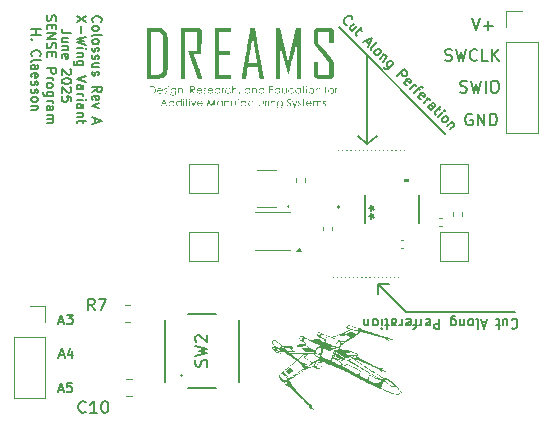
<source format=gbr>
%TF.GenerationSoftware,KiCad,Pcbnew,9.0.1*%
%TF.CreationDate,2025-06-23T13:00:01-04:00*%
%TF.ProjectId,Colossus_TI_rev_B,436f6c6f-7373-4757-935f-54495f726576,rev?*%
%TF.SameCoordinates,Original*%
%TF.FileFunction,Legend,Top*%
%TF.FilePolarity,Positive*%
%FSLAX46Y46*%
G04 Gerber Fmt 4.6, Leading zero omitted, Abs format (unit mm)*
G04 Created by KiCad (PCBNEW 9.0.1) date 2025-06-23 13:00:01*
%MOMM*%
%LPD*%
G01*
G04 APERTURE LIST*
%ADD10C,0.082400*%
%ADD11C,0.152400*%
%ADD12C,0.150000*%
%ADD13C,0.254000*%
%ADD14C,0.120000*%
%ADD15C,0.000000*%
%ADD16C,0.100000*%
G04 APERTURE END LIST*
D10*
X99205000Y-61790000D02*
X99221480Y-61790000D01*
X99551080Y-61790000D02*
X99567560Y-61790000D01*
X99897160Y-61790000D02*
X99913640Y-61790000D01*
X100243240Y-61790000D02*
X100259720Y-61790000D01*
X100589320Y-61790000D02*
X100605800Y-61790000D01*
X100935400Y-61790000D02*
X100951880Y-61790000D01*
X101281480Y-61790000D02*
X101297960Y-61790000D01*
X101627560Y-61790000D02*
X101644040Y-61790000D01*
X101973640Y-61790000D02*
X101990120Y-61790000D01*
X102319720Y-61790000D02*
X102336200Y-61790000D01*
X102665800Y-61790000D02*
X102682280Y-61790000D01*
X103011880Y-61790000D02*
X103028360Y-61790000D01*
X103357960Y-61790000D02*
X103374440Y-61790000D01*
X103704040Y-61790000D02*
X103720520Y-61790000D01*
X104050120Y-61790000D02*
X104066600Y-61790000D01*
X104396200Y-61790000D02*
X104412680Y-61790000D01*
X104742280Y-61790000D02*
X104758760Y-61790000D01*
X98740000Y-72560000D02*
X98756480Y-72560000D01*
X99086080Y-72560000D02*
X99102560Y-72560000D01*
X99432160Y-72560000D02*
X99448640Y-72560000D01*
X99778240Y-72560000D02*
X99794720Y-72560000D01*
X100124320Y-72560000D02*
X100140800Y-72560000D01*
X100470400Y-72560000D02*
X100486880Y-72560000D01*
X100816480Y-72560000D02*
X100832960Y-72560000D01*
X101162560Y-72560000D02*
X101179040Y-72560000D01*
X101508640Y-72560000D02*
X101525120Y-72560000D01*
X101854720Y-72560000D02*
X101871200Y-72560000D01*
X102200800Y-72560000D02*
X102217280Y-72560000D01*
X102546880Y-72560000D02*
X102563360Y-72560000D01*
X102892960Y-72560000D02*
X102909440Y-72560000D01*
X103239040Y-72560000D02*
X103255520Y-72560000D01*
X103585120Y-72560000D02*
X103601600Y-72560000D01*
X103931200Y-72560000D02*
X103947680Y-72560000D01*
X104277280Y-72560000D02*
X104293760Y-72560000D01*
D11*
X99285000Y-51390000D02*
X108275000Y-60430000D01*
X101670000Y-61360000D02*
X101680000Y-53800000D01*
X100870000Y-60630000D02*
X101670000Y-61360000D01*
X102570000Y-73170000D02*
X102580000Y-74060000D01*
X102575000Y-73165000D02*
X103465000Y-73155000D01*
X102470000Y-60630000D02*
X101670000Y-61360000D01*
X104930000Y-75530000D02*
X102570000Y-73170000D01*
X114170000Y-75530000D02*
X104930000Y-75530000D01*
D12*
X78453715Y-50990952D02*
X78415620Y-50952856D01*
X78415620Y-50952856D02*
X78377524Y-50838571D01*
X78377524Y-50838571D02*
X78377524Y-50762380D01*
X78377524Y-50762380D02*
X78415620Y-50648094D01*
X78415620Y-50648094D02*
X78491810Y-50571904D01*
X78491810Y-50571904D02*
X78568000Y-50533809D01*
X78568000Y-50533809D02*
X78720381Y-50495713D01*
X78720381Y-50495713D02*
X78834667Y-50495713D01*
X78834667Y-50495713D02*
X78987048Y-50533809D01*
X78987048Y-50533809D02*
X79063239Y-50571904D01*
X79063239Y-50571904D02*
X79139429Y-50648094D01*
X79139429Y-50648094D02*
X79177524Y-50762380D01*
X79177524Y-50762380D02*
X79177524Y-50838571D01*
X79177524Y-50838571D02*
X79139429Y-50952856D01*
X79139429Y-50952856D02*
X79101334Y-50990952D01*
X78377524Y-51448094D02*
X78415620Y-51371904D01*
X78415620Y-51371904D02*
X78453715Y-51333809D01*
X78453715Y-51333809D02*
X78529905Y-51295713D01*
X78529905Y-51295713D02*
X78758477Y-51295713D01*
X78758477Y-51295713D02*
X78834667Y-51333809D01*
X78834667Y-51333809D02*
X78872762Y-51371904D01*
X78872762Y-51371904D02*
X78910858Y-51448094D01*
X78910858Y-51448094D02*
X78910858Y-51562380D01*
X78910858Y-51562380D02*
X78872762Y-51638571D01*
X78872762Y-51638571D02*
X78834667Y-51676666D01*
X78834667Y-51676666D02*
X78758477Y-51714761D01*
X78758477Y-51714761D02*
X78529905Y-51714761D01*
X78529905Y-51714761D02*
X78453715Y-51676666D01*
X78453715Y-51676666D02*
X78415620Y-51638571D01*
X78415620Y-51638571D02*
X78377524Y-51562380D01*
X78377524Y-51562380D02*
X78377524Y-51448094D01*
X78377524Y-52171904D02*
X78415620Y-52095714D01*
X78415620Y-52095714D02*
X78491810Y-52057619D01*
X78491810Y-52057619D02*
X79177524Y-52057619D01*
X78377524Y-52590952D02*
X78415620Y-52514762D01*
X78415620Y-52514762D02*
X78453715Y-52476667D01*
X78453715Y-52476667D02*
X78529905Y-52438571D01*
X78529905Y-52438571D02*
X78758477Y-52438571D01*
X78758477Y-52438571D02*
X78834667Y-52476667D01*
X78834667Y-52476667D02*
X78872762Y-52514762D01*
X78872762Y-52514762D02*
X78910858Y-52590952D01*
X78910858Y-52590952D02*
X78910858Y-52705238D01*
X78910858Y-52705238D02*
X78872762Y-52781429D01*
X78872762Y-52781429D02*
X78834667Y-52819524D01*
X78834667Y-52819524D02*
X78758477Y-52857619D01*
X78758477Y-52857619D02*
X78529905Y-52857619D01*
X78529905Y-52857619D02*
X78453715Y-52819524D01*
X78453715Y-52819524D02*
X78415620Y-52781429D01*
X78415620Y-52781429D02*
X78377524Y-52705238D01*
X78377524Y-52705238D02*
X78377524Y-52590952D01*
X78415620Y-53162381D02*
X78377524Y-53238572D01*
X78377524Y-53238572D02*
X78377524Y-53390953D01*
X78377524Y-53390953D02*
X78415620Y-53467143D01*
X78415620Y-53467143D02*
X78491810Y-53505239D01*
X78491810Y-53505239D02*
X78529905Y-53505239D01*
X78529905Y-53505239D02*
X78606096Y-53467143D01*
X78606096Y-53467143D02*
X78644191Y-53390953D01*
X78644191Y-53390953D02*
X78644191Y-53276667D01*
X78644191Y-53276667D02*
X78682286Y-53200477D01*
X78682286Y-53200477D02*
X78758477Y-53162381D01*
X78758477Y-53162381D02*
X78796572Y-53162381D01*
X78796572Y-53162381D02*
X78872762Y-53200477D01*
X78872762Y-53200477D02*
X78910858Y-53276667D01*
X78910858Y-53276667D02*
X78910858Y-53390953D01*
X78910858Y-53390953D02*
X78872762Y-53467143D01*
X78415620Y-53810000D02*
X78377524Y-53886191D01*
X78377524Y-53886191D02*
X78377524Y-54038572D01*
X78377524Y-54038572D02*
X78415620Y-54114762D01*
X78415620Y-54114762D02*
X78491810Y-54152858D01*
X78491810Y-54152858D02*
X78529905Y-54152858D01*
X78529905Y-54152858D02*
X78606096Y-54114762D01*
X78606096Y-54114762D02*
X78644191Y-54038572D01*
X78644191Y-54038572D02*
X78644191Y-53924286D01*
X78644191Y-53924286D02*
X78682286Y-53848096D01*
X78682286Y-53848096D02*
X78758477Y-53810000D01*
X78758477Y-53810000D02*
X78796572Y-53810000D01*
X78796572Y-53810000D02*
X78872762Y-53848096D01*
X78872762Y-53848096D02*
X78910858Y-53924286D01*
X78910858Y-53924286D02*
X78910858Y-54038572D01*
X78910858Y-54038572D02*
X78872762Y-54114762D01*
X78910858Y-54838572D02*
X78377524Y-54838572D01*
X78910858Y-54495715D02*
X78491810Y-54495715D01*
X78491810Y-54495715D02*
X78415620Y-54533810D01*
X78415620Y-54533810D02*
X78377524Y-54610000D01*
X78377524Y-54610000D02*
X78377524Y-54724286D01*
X78377524Y-54724286D02*
X78415620Y-54800477D01*
X78415620Y-54800477D02*
X78453715Y-54838572D01*
X78415620Y-55181429D02*
X78377524Y-55257620D01*
X78377524Y-55257620D02*
X78377524Y-55410001D01*
X78377524Y-55410001D02*
X78415620Y-55486191D01*
X78415620Y-55486191D02*
X78491810Y-55524287D01*
X78491810Y-55524287D02*
X78529905Y-55524287D01*
X78529905Y-55524287D02*
X78606096Y-55486191D01*
X78606096Y-55486191D02*
X78644191Y-55410001D01*
X78644191Y-55410001D02*
X78644191Y-55295715D01*
X78644191Y-55295715D02*
X78682286Y-55219525D01*
X78682286Y-55219525D02*
X78758477Y-55181429D01*
X78758477Y-55181429D02*
X78796572Y-55181429D01*
X78796572Y-55181429D02*
X78872762Y-55219525D01*
X78872762Y-55219525D02*
X78910858Y-55295715D01*
X78910858Y-55295715D02*
X78910858Y-55410001D01*
X78910858Y-55410001D02*
X78872762Y-55486191D01*
X78377524Y-56933811D02*
X78758477Y-56667144D01*
X78377524Y-56476668D02*
X79177524Y-56476668D01*
X79177524Y-56476668D02*
X79177524Y-56781430D01*
X79177524Y-56781430D02*
X79139429Y-56857620D01*
X79139429Y-56857620D02*
X79101334Y-56895715D01*
X79101334Y-56895715D02*
X79025143Y-56933811D01*
X79025143Y-56933811D02*
X78910858Y-56933811D01*
X78910858Y-56933811D02*
X78834667Y-56895715D01*
X78834667Y-56895715D02*
X78796572Y-56857620D01*
X78796572Y-56857620D02*
X78758477Y-56781430D01*
X78758477Y-56781430D02*
X78758477Y-56476668D01*
X78415620Y-57581430D02*
X78377524Y-57505239D01*
X78377524Y-57505239D02*
X78377524Y-57352858D01*
X78377524Y-57352858D02*
X78415620Y-57276668D01*
X78415620Y-57276668D02*
X78491810Y-57238572D01*
X78491810Y-57238572D02*
X78796572Y-57238572D01*
X78796572Y-57238572D02*
X78872762Y-57276668D01*
X78872762Y-57276668D02*
X78910858Y-57352858D01*
X78910858Y-57352858D02*
X78910858Y-57505239D01*
X78910858Y-57505239D02*
X78872762Y-57581430D01*
X78872762Y-57581430D02*
X78796572Y-57619525D01*
X78796572Y-57619525D02*
X78720381Y-57619525D01*
X78720381Y-57619525D02*
X78644191Y-57238572D01*
X78910858Y-57886191D02*
X78377524Y-58076667D01*
X78377524Y-58076667D02*
X78910858Y-58267144D01*
X78606096Y-59143334D02*
X78606096Y-59524287D01*
X78377524Y-59067144D02*
X79177524Y-59333811D01*
X79177524Y-59333811D02*
X78377524Y-59600477D01*
X77889569Y-50476665D02*
X77089569Y-51009999D01*
X77889569Y-51009999D02*
X77089569Y-50476665D01*
X77394331Y-51314761D02*
X77394331Y-51924285D01*
X77889569Y-52229046D02*
X77089569Y-52419522D01*
X77089569Y-52419522D02*
X77660998Y-52571903D01*
X77660998Y-52571903D02*
X77089569Y-52724284D01*
X77089569Y-52724284D02*
X77889569Y-52914761D01*
X77089569Y-53219523D02*
X77622903Y-53219523D01*
X77889569Y-53219523D02*
X77851474Y-53181427D01*
X77851474Y-53181427D02*
X77813379Y-53219523D01*
X77813379Y-53219523D02*
X77851474Y-53257618D01*
X77851474Y-53257618D02*
X77889569Y-53219523D01*
X77889569Y-53219523D02*
X77813379Y-53219523D01*
X77622903Y-53600475D02*
X77089569Y-53600475D01*
X77546712Y-53600475D02*
X77584807Y-53638570D01*
X77584807Y-53638570D02*
X77622903Y-53714760D01*
X77622903Y-53714760D02*
X77622903Y-53829046D01*
X77622903Y-53829046D02*
X77584807Y-53905237D01*
X77584807Y-53905237D02*
X77508617Y-53943332D01*
X77508617Y-53943332D02*
X77089569Y-53943332D01*
X77622903Y-54667142D02*
X76975284Y-54667142D01*
X76975284Y-54667142D02*
X76899093Y-54629047D01*
X76899093Y-54629047D02*
X76860998Y-54590951D01*
X76860998Y-54590951D02*
X76822903Y-54514761D01*
X76822903Y-54514761D02*
X76822903Y-54400475D01*
X76822903Y-54400475D02*
X76860998Y-54324285D01*
X77127665Y-54667142D02*
X77089569Y-54590951D01*
X77089569Y-54590951D02*
X77089569Y-54438570D01*
X77089569Y-54438570D02*
X77127665Y-54362380D01*
X77127665Y-54362380D02*
X77165760Y-54324285D01*
X77165760Y-54324285D02*
X77241950Y-54286189D01*
X77241950Y-54286189D02*
X77470522Y-54286189D01*
X77470522Y-54286189D02*
X77546712Y-54324285D01*
X77546712Y-54324285D02*
X77584807Y-54362380D01*
X77584807Y-54362380D02*
X77622903Y-54438570D01*
X77622903Y-54438570D02*
X77622903Y-54590951D01*
X77622903Y-54590951D02*
X77584807Y-54667142D01*
X77889569Y-55543333D02*
X77089569Y-55810000D01*
X77089569Y-55810000D02*
X77889569Y-56076666D01*
X77089569Y-56686190D02*
X77508617Y-56686190D01*
X77508617Y-56686190D02*
X77584807Y-56648095D01*
X77584807Y-56648095D02*
X77622903Y-56571904D01*
X77622903Y-56571904D02*
X77622903Y-56419523D01*
X77622903Y-56419523D02*
X77584807Y-56343333D01*
X77127665Y-56686190D02*
X77089569Y-56609999D01*
X77089569Y-56609999D02*
X77089569Y-56419523D01*
X77089569Y-56419523D02*
X77127665Y-56343333D01*
X77127665Y-56343333D02*
X77203855Y-56305237D01*
X77203855Y-56305237D02*
X77280045Y-56305237D01*
X77280045Y-56305237D02*
X77356236Y-56343333D01*
X77356236Y-56343333D02*
X77394331Y-56419523D01*
X77394331Y-56419523D02*
X77394331Y-56609999D01*
X77394331Y-56609999D02*
X77432426Y-56686190D01*
X77089569Y-57067143D02*
X77622903Y-57067143D01*
X77470522Y-57067143D02*
X77546712Y-57105238D01*
X77546712Y-57105238D02*
X77584807Y-57143333D01*
X77584807Y-57143333D02*
X77622903Y-57219524D01*
X77622903Y-57219524D02*
X77622903Y-57295714D01*
X77089569Y-57562381D02*
X77622903Y-57562381D01*
X77889569Y-57562381D02*
X77851474Y-57524285D01*
X77851474Y-57524285D02*
X77813379Y-57562381D01*
X77813379Y-57562381D02*
X77851474Y-57600476D01*
X77851474Y-57600476D02*
X77889569Y-57562381D01*
X77889569Y-57562381D02*
X77813379Y-57562381D01*
X77089569Y-58286190D02*
X77508617Y-58286190D01*
X77508617Y-58286190D02*
X77584807Y-58248095D01*
X77584807Y-58248095D02*
X77622903Y-58171904D01*
X77622903Y-58171904D02*
X77622903Y-58019523D01*
X77622903Y-58019523D02*
X77584807Y-57943333D01*
X77127665Y-58286190D02*
X77089569Y-58209999D01*
X77089569Y-58209999D02*
X77089569Y-58019523D01*
X77089569Y-58019523D02*
X77127665Y-57943333D01*
X77127665Y-57943333D02*
X77203855Y-57905237D01*
X77203855Y-57905237D02*
X77280045Y-57905237D01*
X77280045Y-57905237D02*
X77356236Y-57943333D01*
X77356236Y-57943333D02*
X77394331Y-58019523D01*
X77394331Y-58019523D02*
X77394331Y-58209999D01*
X77394331Y-58209999D02*
X77432426Y-58286190D01*
X77622903Y-58667143D02*
X77089569Y-58667143D01*
X77546712Y-58667143D02*
X77584807Y-58705238D01*
X77584807Y-58705238D02*
X77622903Y-58781428D01*
X77622903Y-58781428D02*
X77622903Y-58895714D01*
X77622903Y-58895714D02*
X77584807Y-58971905D01*
X77584807Y-58971905D02*
X77508617Y-59010000D01*
X77508617Y-59010000D02*
X77089569Y-59010000D01*
X77622903Y-59276667D02*
X77622903Y-59581429D01*
X77889569Y-59390953D02*
X77203855Y-59390953D01*
X77203855Y-59390953D02*
X77127665Y-59429048D01*
X77127665Y-59429048D02*
X77089569Y-59505238D01*
X77089569Y-59505238D02*
X77089569Y-59581429D01*
X76601614Y-51924284D02*
X76030186Y-51924284D01*
X76030186Y-51924284D02*
X75915900Y-51886189D01*
X75915900Y-51886189D02*
X75839710Y-51809998D01*
X75839710Y-51809998D02*
X75801614Y-51695713D01*
X75801614Y-51695713D02*
X75801614Y-51619522D01*
X76334948Y-52648094D02*
X75801614Y-52648094D01*
X76334948Y-52305237D02*
X75915900Y-52305237D01*
X75915900Y-52305237D02*
X75839710Y-52343332D01*
X75839710Y-52343332D02*
X75801614Y-52419522D01*
X75801614Y-52419522D02*
X75801614Y-52533808D01*
X75801614Y-52533808D02*
X75839710Y-52609999D01*
X75839710Y-52609999D02*
X75877805Y-52648094D01*
X76334948Y-53029047D02*
X75801614Y-53029047D01*
X76258757Y-53029047D02*
X76296852Y-53067142D01*
X76296852Y-53067142D02*
X76334948Y-53143332D01*
X76334948Y-53143332D02*
X76334948Y-53257618D01*
X76334948Y-53257618D02*
X76296852Y-53333809D01*
X76296852Y-53333809D02*
X76220662Y-53371904D01*
X76220662Y-53371904D02*
X75801614Y-53371904D01*
X75839710Y-54057619D02*
X75801614Y-53981428D01*
X75801614Y-53981428D02*
X75801614Y-53829047D01*
X75801614Y-53829047D02*
X75839710Y-53752857D01*
X75839710Y-53752857D02*
X75915900Y-53714761D01*
X75915900Y-53714761D02*
X76220662Y-53714761D01*
X76220662Y-53714761D02*
X76296852Y-53752857D01*
X76296852Y-53752857D02*
X76334948Y-53829047D01*
X76334948Y-53829047D02*
X76334948Y-53981428D01*
X76334948Y-53981428D02*
X76296852Y-54057619D01*
X76296852Y-54057619D02*
X76220662Y-54095714D01*
X76220662Y-54095714D02*
X76144471Y-54095714D01*
X76144471Y-54095714D02*
X76068281Y-53714761D01*
X76525424Y-55009999D02*
X76563519Y-55048095D01*
X76563519Y-55048095D02*
X76601614Y-55124285D01*
X76601614Y-55124285D02*
X76601614Y-55314761D01*
X76601614Y-55314761D02*
X76563519Y-55390952D01*
X76563519Y-55390952D02*
X76525424Y-55429047D01*
X76525424Y-55429047D02*
X76449233Y-55467142D01*
X76449233Y-55467142D02*
X76373043Y-55467142D01*
X76373043Y-55467142D02*
X76258757Y-55429047D01*
X76258757Y-55429047D02*
X75801614Y-54971904D01*
X75801614Y-54971904D02*
X75801614Y-55467142D01*
X76601614Y-55962381D02*
X76601614Y-56038571D01*
X76601614Y-56038571D02*
X76563519Y-56114762D01*
X76563519Y-56114762D02*
X76525424Y-56152857D01*
X76525424Y-56152857D02*
X76449233Y-56190952D01*
X76449233Y-56190952D02*
X76296852Y-56229047D01*
X76296852Y-56229047D02*
X76106376Y-56229047D01*
X76106376Y-56229047D02*
X75953995Y-56190952D01*
X75953995Y-56190952D02*
X75877805Y-56152857D01*
X75877805Y-56152857D02*
X75839710Y-56114762D01*
X75839710Y-56114762D02*
X75801614Y-56038571D01*
X75801614Y-56038571D02*
X75801614Y-55962381D01*
X75801614Y-55962381D02*
X75839710Y-55886190D01*
X75839710Y-55886190D02*
X75877805Y-55848095D01*
X75877805Y-55848095D02*
X75953995Y-55810000D01*
X75953995Y-55810000D02*
X76106376Y-55771904D01*
X76106376Y-55771904D02*
X76296852Y-55771904D01*
X76296852Y-55771904D02*
X76449233Y-55810000D01*
X76449233Y-55810000D02*
X76525424Y-55848095D01*
X76525424Y-55848095D02*
X76563519Y-55886190D01*
X76563519Y-55886190D02*
X76601614Y-55962381D01*
X76525424Y-56533809D02*
X76563519Y-56571905D01*
X76563519Y-56571905D02*
X76601614Y-56648095D01*
X76601614Y-56648095D02*
X76601614Y-56838571D01*
X76601614Y-56838571D02*
X76563519Y-56914762D01*
X76563519Y-56914762D02*
X76525424Y-56952857D01*
X76525424Y-56952857D02*
X76449233Y-56990952D01*
X76449233Y-56990952D02*
X76373043Y-56990952D01*
X76373043Y-56990952D02*
X76258757Y-56952857D01*
X76258757Y-56952857D02*
X75801614Y-56495714D01*
X75801614Y-56495714D02*
X75801614Y-56990952D01*
X76601614Y-57714762D02*
X76601614Y-57333810D01*
X76601614Y-57333810D02*
X76220662Y-57295714D01*
X76220662Y-57295714D02*
X76258757Y-57333810D01*
X76258757Y-57333810D02*
X76296852Y-57410000D01*
X76296852Y-57410000D02*
X76296852Y-57600476D01*
X76296852Y-57600476D02*
X76258757Y-57676667D01*
X76258757Y-57676667D02*
X76220662Y-57714762D01*
X76220662Y-57714762D02*
X76144471Y-57752857D01*
X76144471Y-57752857D02*
X75953995Y-57752857D01*
X75953995Y-57752857D02*
X75877805Y-57714762D01*
X75877805Y-57714762D02*
X75839710Y-57676667D01*
X75839710Y-57676667D02*
X75801614Y-57600476D01*
X75801614Y-57600476D02*
X75801614Y-57410000D01*
X75801614Y-57410000D02*
X75839710Y-57333810D01*
X75839710Y-57333810D02*
X75877805Y-57295714D01*
X74551755Y-50438569D02*
X74513659Y-50552855D01*
X74513659Y-50552855D02*
X74513659Y-50743331D01*
X74513659Y-50743331D02*
X74551755Y-50819522D01*
X74551755Y-50819522D02*
X74589850Y-50857617D01*
X74589850Y-50857617D02*
X74666040Y-50895712D01*
X74666040Y-50895712D02*
X74742231Y-50895712D01*
X74742231Y-50895712D02*
X74818421Y-50857617D01*
X74818421Y-50857617D02*
X74856516Y-50819522D01*
X74856516Y-50819522D02*
X74894612Y-50743331D01*
X74894612Y-50743331D02*
X74932707Y-50590950D01*
X74932707Y-50590950D02*
X74970802Y-50514760D01*
X74970802Y-50514760D02*
X75008897Y-50476665D01*
X75008897Y-50476665D02*
X75085088Y-50438569D01*
X75085088Y-50438569D02*
X75161278Y-50438569D01*
X75161278Y-50438569D02*
X75237469Y-50476665D01*
X75237469Y-50476665D02*
X75275564Y-50514760D01*
X75275564Y-50514760D02*
X75313659Y-50590950D01*
X75313659Y-50590950D02*
X75313659Y-50781427D01*
X75313659Y-50781427D02*
X75275564Y-50895712D01*
X74932707Y-51238570D02*
X74932707Y-51505236D01*
X74513659Y-51619522D02*
X74513659Y-51238570D01*
X74513659Y-51238570D02*
X75313659Y-51238570D01*
X75313659Y-51238570D02*
X75313659Y-51619522D01*
X74513659Y-51962380D02*
X75313659Y-51962380D01*
X75313659Y-51962380D02*
X74513659Y-52419523D01*
X74513659Y-52419523D02*
X75313659Y-52419523D01*
X74551755Y-52762379D02*
X74513659Y-52876665D01*
X74513659Y-52876665D02*
X74513659Y-53067141D01*
X74513659Y-53067141D02*
X74551755Y-53143332D01*
X74551755Y-53143332D02*
X74589850Y-53181427D01*
X74589850Y-53181427D02*
X74666040Y-53219522D01*
X74666040Y-53219522D02*
X74742231Y-53219522D01*
X74742231Y-53219522D02*
X74818421Y-53181427D01*
X74818421Y-53181427D02*
X74856516Y-53143332D01*
X74856516Y-53143332D02*
X74894612Y-53067141D01*
X74894612Y-53067141D02*
X74932707Y-52914760D01*
X74932707Y-52914760D02*
X74970802Y-52838570D01*
X74970802Y-52838570D02*
X75008897Y-52800475D01*
X75008897Y-52800475D02*
X75085088Y-52762379D01*
X75085088Y-52762379D02*
X75161278Y-52762379D01*
X75161278Y-52762379D02*
X75237469Y-52800475D01*
X75237469Y-52800475D02*
X75275564Y-52838570D01*
X75275564Y-52838570D02*
X75313659Y-52914760D01*
X75313659Y-52914760D02*
X75313659Y-53105237D01*
X75313659Y-53105237D02*
X75275564Y-53219522D01*
X74932707Y-53562380D02*
X74932707Y-53829046D01*
X74513659Y-53943332D02*
X74513659Y-53562380D01*
X74513659Y-53562380D02*
X75313659Y-53562380D01*
X75313659Y-53562380D02*
X75313659Y-53943332D01*
X74513659Y-54895714D02*
X75313659Y-54895714D01*
X75313659Y-54895714D02*
X75313659Y-55200476D01*
X75313659Y-55200476D02*
X75275564Y-55276666D01*
X75275564Y-55276666D02*
X75237469Y-55314761D01*
X75237469Y-55314761D02*
X75161278Y-55352857D01*
X75161278Y-55352857D02*
X75046993Y-55352857D01*
X75046993Y-55352857D02*
X74970802Y-55314761D01*
X74970802Y-55314761D02*
X74932707Y-55276666D01*
X74932707Y-55276666D02*
X74894612Y-55200476D01*
X74894612Y-55200476D02*
X74894612Y-54895714D01*
X74513659Y-55695714D02*
X75046993Y-55695714D01*
X74894612Y-55695714D02*
X74970802Y-55733809D01*
X74970802Y-55733809D02*
X75008897Y-55771904D01*
X75008897Y-55771904D02*
X75046993Y-55848095D01*
X75046993Y-55848095D02*
X75046993Y-55924285D01*
X74513659Y-56305237D02*
X74551755Y-56229047D01*
X74551755Y-56229047D02*
X74589850Y-56190952D01*
X74589850Y-56190952D02*
X74666040Y-56152856D01*
X74666040Y-56152856D02*
X74894612Y-56152856D01*
X74894612Y-56152856D02*
X74970802Y-56190952D01*
X74970802Y-56190952D02*
X75008897Y-56229047D01*
X75008897Y-56229047D02*
X75046993Y-56305237D01*
X75046993Y-56305237D02*
X75046993Y-56419523D01*
X75046993Y-56419523D02*
X75008897Y-56495714D01*
X75008897Y-56495714D02*
X74970802Y-56533809D01*
X74970802Y-56533809D02*
X74894612Y-56571904D01*
X74894612Y-56571904D02*
X74666040Y-56571904D01*
X74666040Y-56571904D02*
X74589850Y-56533809D01*
X74589850Y-56533809D02*
X74551755Y-56495714D01*
X74551755Y-56495714D02*
X74513659Y-56419523D01*
X74513659Y-56419523D02*
X74513659Y-56305237D01*
X75046993Y-57257619D02*
X74399374Y-57257619D01*
X74399374Y-57257619D02*
X74323183Y-57219524D01*
X74323183Y-57219524D02*
X74285088Y-57181428D01*
X74285088Y-57181428D02*
X74246993Y-57105238D01*
X74246993Y-57105238D02*
X74246993Y-56990952D01*
X74246993Y-56990952D02*
X74285088Y-56914762D01*
X74551755Y-57257619D02*
X74513659Y-57181428D01*
X74513659Y-57181428D02*
X74513659Y-57029047D01*
X74513659Y-57029047D02*
X74551755Y-56952857D01*
X74551755Y-56952857D02*
X74589850Y-56914762D01*
X74589850Y-56914762D02*
X74666040Y-56876666D01*
X74666040Y-56876666D02*
X74894612Y-56876666D01*
X74894612Y-56876666D02*
X74970802Y-56914762D01*
X74970802Y-56914762D02*
X75008897Y-56952857D01*
X75008897Y-56952857D02*
X75046993Y-57029047D01*
X75046993Y-57029047D02*
X75046993Y-57181428D01*
X75046993Y-57181428D02*
X75008897Y-57257619D01*
X74513659Y-57638572D02*
X75046993Y-57638572D01*
X74894612Y-57638572D02*
X74970802Y-57676667D01*
X74970802Y-57676667D02*
X75008897Y-57714762D01*
X75008897Y-57714762D02*
X75046993Y-57790953D01*
X75046993Y-57790953D02*
X75046993Y-57867143D01*
X74513659Y-58476667D02*
X74932707Y-58476667D01*
X74932707Y-58476667D02*
X75008897Y-58438572D01*
X75008897Y-58438572D02*
X75046993Y-58362381D01*
X75046993Y-58362381D02*
X75046993Y-58210000D01*
X75046993Y-58210000D02*
X75008897Y-58133810D01*
X74551755Y-58476667D02*
X74513659Y-58400476D01*
X74513659Y-58400476D02*
X74513659Y-58210000D01*
X74513659Y-58210000D02*
X74551755Y-58133810D01*
X74551755Y-58133810D02*
X74627945Y-58095714D01*
X74627945Y-58095714D02*
X74704135Y-58095714D01*
X74704135Y-58095714D02*
X74780326Y-58133810D01*
X74780326Y-58133810D02*
X74818421Y-58210000D01*
X74818421Y-58210000D02*
X74818421Y-58400476D01*
X74818421Y-58400476D02*
X74856516Y-58476667D01*
X74513659Y-58857620D02*
X75046993Y-58857620D01*
X74970802Y-58857620D02*
X75008897Y-58895715D01*
X75008897Y-58895715D02*
X75046993Y-58971905D01*
X75046993Y-58971905D02*
X75046993Y-59086191D01*
X75046993Y-59086191D02*
X75008897Y-59162382D01*
X75008897Y-59162382D02*
X74932707Y-59200477D01*
X74932707Y-59200477D02*
X74513659Y-59200477D01*
X74932707Y-59200477D02*
X75008897Y-59238572D01*
X75008897Y-59238572D02*
X75046993Y-59314763D01*
X75046993Y-59314763D02*
X75046993Y-59429048D01*
X75046993Y-59429048D02*
X75008897Y-59505239D01*
X75008897Y-59505239D02*
X74932707Y-59543334D01*
X74932707Y-59543334D02*
X74513659Y-59543334D01*
X73225704Y-51600476D02*
X74025704Y-51600476D01*
X73644752Y-51600476D02*
X73644752Y-52057619D01*
X73225704Y-52057619D02*
X74025704Y-52057619D01*
X73301895Y-52438571D02*
X73263800Y-52476666D01*
X73263800Y-52476666D02*
X73225704Y-52438571D01*
X73225704Y-52438571D02*
X73263800Y-52400475D01*
X73263800Y-52400475D02*
X73301895Y-52438571D01*
X73301895Y-52438571D02*
X73225704Y-52438571D01*
X73301895Y-53886190D02*
X73263800Y-53848094D01*
X73263800Y-53848094D02*
X73225704Y-53733809D01*
X73225704Y-53733809D02*
X73225704Y-53657618D01*
X73225704Y-53657618D02*
X73263800Y-53543332D01*
X73263800Y-53543332D02*
X73339990Y-53467142D01*
X73339990Y-53467142D02*
X73416180Y-53429047D01*
X73416180Y-53429047D02*
X73568561Y-53390951D01*
X73568561Y-53390951D02*
X73682847Y-53390951D01*
X73682847Y-53390951D02*
X73835228Y-53429047D01*
X73835228Y-53429047D02*
X73911419Y-53467142D01*
X73911419Y-53467142D02*
X73987609Y-53543332D01*
X73987609Y-53543332D02*
X74025704Y-53657618D01*
X74025704Y-53657618D02*
X74025704Y-53733809D01*
X74025704Y-53733809D02*
X73987609Y-53848094D01*
X73987609Y-53848094D02*
X73949514Y-53886190D01*
X73225704Y-54343332D02*
X73263800Y-54267142D01*
X73263800Y-54267142D02*
X73339990Y-54229047D01*
X73339990Y-54229047D02*
X74025704Y-54229047D01*
X73225704Y-54990952D02*
X73644752Y-54990952D01*
X73644752Y-54990952D02*
X73720942Y-54952857D01*
X73720942Y-54952857D02*
X73759038Y-54876666D01*
X73759038Y-54876666D02*
X73759038Y-54724285D01*
X73759038Y-54724285D02*
X73720942Y-54648095D01*
X73263800Y-54990952D02*
X73225704Y-54914761D01*
X73225704Y-54914761D02*
X73225704Y-54724285D01*
X73225704Y-54724285D02*
X73263800Y-54648095D01*
X73263800Y-54648095D02*
X73339990Y-54609999D01*
X73339990Y-54609999D02*
X73416180Y-54609999D01*
X73416180Y-54609999D02*
X73492371Y-54648095D01*
X73492371Y-54648095D02*
X73530466Y-54724285D01*
X73530466Y-54724285D02*
X73530466Y-54914761D01*
X73530466Y-54914761D02*
X73568561Y-54990952D01*
X73263800Y-55676667D02*
X73225704Y-55600476D01*
X73225704Y-55600476D02*
X73225704Y-55448095D01*
X73225704Y-55448095D02*
X73263800Y-55371905D01*
X73263800Y-55371905D02*
X73339990Y-55333809D01*
X73339990Y-55333809D02*
X73644752Y-55333809D01*
X73644752Y-55333809D02*
X73720942Y-55371905D01*
X73720942Y-55371905D02*
X73759038Y-55448095D01*
X73759038Y-55448095D02*
X73759038Y-55600476D01*
X73759038Y-55600476D02*
X73720942Y-55676667D01*
X73720942Y-55676667D02*
X73644752Y-55714762D01*
X73644752Y-55714762D02*
X73568561Y-55714762D01*
X73568561Y-55714762D02*
X73492371Y-55333809D01*
X73263800Y-56019523D02*
X73225704Y-56095714D01*
X73225704Y-56095714D02*
X73225704Y-56248095D01*
X73225704Y-56248095D02*
X73263800Y-56324285D01*
X73263800Y-56324285D02*
X73339990Y-56362381D01*
X73339990Y-56362381D02*
X73378085Y-56362381D01*
X73378085Y-56362381D02*
X73454276Y-56324285D01*
X73454276Y-56324285D02*
X73492371Y-56248095D01*
X73492371Y-56248095D02*
X73492371Y-56133809D01*
X73492371Y-56133809D02*
X73530466Y-56057619D01*
X73530466Y-56057619D02*
X73606657Y-56019523D01*
X73606657Y-56019523D02*
X73644752Y-56019523D01*
X73644752Y-56019523D02*
X73720942Y-56057619D01*
X73720942Y-56057619D02*
X73759038Y-56133809D01*
X73759038Y-56133809D02*
X73759038Y-56248095D01*
X73759038Y-56248095D02*
X73720942Y-56324285D01*
X73263800Y-56667142D02*
X73225704Y-56743333D01*
X73225704Y-56743333D02*
X73225704Y-56895714D01*
X73225704Y-56895714D02*
X73263800Y-56971904D01*
X73263800Y-56971904D02*
X73339990Y-57010000D01*
X73339990Y-57010000D02*
X73378085Y-57010000D01*
X73378085Y-57010000D02*
X73454276Y-56971904D01*
X73454276Y-56971904D02*
X73492371Y-56895714D01*
X73492371Y-56895714D02*
X73492371Y-56781428D01*
X73492371Y-56781428D02*
X73530466Y-56705238D01*
X73530466Y-56705238D02*
X73606657Y-56667142D01*
X73606657Y-56667142D02*
X73644752Y-56667142D01*
X73644752Y-56667142D02*
X73720942Y-56705238D01*
X73720942Y-56705238D02*
X73759038Y-56781428D01*
X73759038Y-56781428D02*
X73759038Y-56895714D01*
X73759038Y-56895714D02*
X73720942Y-56971904D01*
X73225704Y-57467142D02*
X73263800Y-57390952D01*
X73263800Y-57390952D02*
X73301895Y-57352857D01*
X73301895Y-57352857D02*
X73378085Y-57314761D01*
X73378085Y-57314761D02*
X73606657Y-57314761D01*
X73606657Y-57314761D02*
X73682847Y-57352857D01*
X73682847Y-57352857D02*
X73720942Y-57390952D01*
X73720942Y-57390952D02*
X73759038Y-57467142D01*
X73759038Y-57467142D02*
X73759038Y-57581428D01*
X73759038Y-57581428D02*
X73720942Y-57657619D01*
X73720942Y-57657619D02*
X73682847Y-57695714D01*
X73682847Y-57695714D02*
X73606657Y-57733809D01*
X73606657Y-57733809D02*
X73378085Y-57733809D01*
X73378085Y-57733809D02*
X73301895Y-57695714D01*
X73301895Y-57695714D02*
X73263800Y-57657619D01*
X73263800Y-57657619D02*
X73225704Y-57581428D01*
X73225704Y-57581428D02*
X73225704Y-57467142D01*
X73759038Y-58076667D02*
X73225704Y-58076667D01*
X73682847Y-58076667D02*
X73720942Y-58114762D01*
X73720942Y-58114762D02*
X73759038Y-58190952D01*
X73759038Y-58190952D02*
X73759038Y-58305238D01*
X73759038Y-58305238D02*
X73720942Y-58381429D01*
X73720942Y-58381429D02*
X73644752Y-58419524D01*
X73644752Y-58419524D02*
X73225704Y-58419524D01*
D11*
X113881756Y-76214805D02*
X113920460Y-76176101D01*
X113920460Y-76176101D02*
X114036575Y-76137396D01*
X114036575Y-76137396D02*
X114113984Y-76137396D01*
X114113984Y-76137396D02*
X114230098Y-76176101D01*
X114230098Y-76176101D02*
X114307508Y-76253510D01*
X114307508Y-76253510D02*
X114346213Y-76330920D01*
X114346213Y-76330920D02*
X114384917Y-76485739D01*
X114384917Y-76485739D02*
X114384917Y-76601853D01*
X114384917Y-76601853D02*
X114346213Y-76756672D01*
X114346213Y-76756672D02*
X114307508Y-76834081D01*
X114307508Y-76834081D02*
X114230098Y-76911491D01*
X114230098Y-76911491D02*
X114113984Y-76950196D01*
X114113984Y-76950196D02*
X114036575Y-76950196D01*
X114036575Y-76950196D02*
X113920460Y-76911491D01*
X113920460Y-76911491D02*
X113881756Y-76872786D01*
X113185070Y-76679262D02*
X113185070Y-76137396D01*
X113533413Y-76679262D02*
X113533413Y-76253510D01*
X113533413Y-76253510D02*
X113494708Y-76176101D01*
X113494708Y-76176101D02*
X113417298Y-76137396D01*
X113417298Y-76137396D02*
X113301184Y-76137396D01*
X113301184Y-76137396D02*
X113223775Y-76176101D01*
X113223775Y-76176101D02*
X113185070Y-76214805D01*
X112914137Y-76679262D02*
X112604499Y-76679262D01*
X112798023Y-76950196D02*
X112798023Y-76253510D01*
X112798023Y-76253510D02*
X112759318Y-76176101D01*
X112759318Y-76176101D02*
X112681908Y-76137396D01*
X112681908Y-76137396D02*
X112604499Y-76137396D01*
X111752994Y-76369624D02*
X111365947Y-76369624D01*
X111830404Y-76137396D02*
X111559471Y-76950196D01*
X111559471Y-76950196D02*
X111288537Y-76137396D01*
X110901489Y-76137396D02*
X110978899Y-76176101D01*
X110978899Y-76176101D02*
X111017604Y-76253510D01*
X111017604Y-76253510D02*
X111017604Y-76950196D01*
X110475737Y-76137396D02*
X110553147Y-76176101D01*
X110553147Y-76176101D02*
X110591852Y-76214805D01*
X110591852Y-76214805D02*
X110630556Y-76292215D01*
X110630556Y-76292215D02*
X110630556Y-76524443D01*
X110630556Y-76524443D02*
X110591852Y-76601853D01*
X110591852Y-76601853D02*
X110553147Y-76640558D01*
X110553147Y-76640558D02*
X110475737Y-76679262D01*
X110475737Y-76679262D02*
X110359623Y-76679262D01*
X110359623Y-76679262D02*
X110282214Y-76640558D01*
X110282214Y-76640558D02*
X110243509Y-76601853D01*
X110243509Y-76601853D02*
X110204804Y-76524443D01*
X110204804Y-76524443D02*
X110204804Y-76292215D01*
X110204804Y-76292215D02*
X110243509Y-76214805D01*
X110243509Y-76214805D02*
X110282214Y-76176101D01*
X110282214Y-76176101D02*
X110359623Y-76137396D01*
X110359623Y-76137396D02*
X110475737Y-76137396D01*
X109856462Y-76679262D02*
X109856462Y-76137396D01*
X109856462Y-76601853D02*
X109817757Y-76640558D01*
X109817757Y-76640558D02*
X109740347Y-76679262D01*
X109740347Y-76679262D02*
X109624233Y-76679262D01*
X109624233Y-76679262D02*
X109546824Y-76640558D01*
X109546824Y-76640558D02*
X109508119Y-76563148D01*
X109508119Y-76563148D02*
X109508119Y-76137396D01*
X108772729Y-76679262D02*
X108772729Y-76021281D01*
X108772729Y-76021281D02*
X108811434Y-75943872D01*
X108811434Y-75943872D02*
X108850138Y-75905167D01*
X108850138Y-75905167D02*
X108927548Y-75866462D01*
X108927548Y-75866462D02*
X109043662Y-75866462D01*
X109043662Y-75866462D02*
X109121072Y-75905167D01*
X108772729Y-76176101D02*
X108850138Y-76137396D01*
X108850138Y-76137396D02*
X109004957Y-76137396D01*
X109004957Y-76137396D02*
X109082367Y-76176101D01*
X109082367Y-76176101D02*
X109121072Y-76214805D01*
X109121072Y-76214805D02*
X109159776Y-76292215D01*
X109159776Y-76292215D02*
X109159776Y-76524443D01*
X109159776Y-76524443D02*
X109121072Y-76601853D01*
X109121072Y-76601853D02*
X109082367Y-76640558D01*
X109082367Y-76640558D02*
X109004957Y-76679262D01*
X109004957Y-76679262D02*
X108850138Y-76679262D01*
X108850138Y-76679262D02*
X108772729Y-76640558D01*
X107766406Y-76137396D02*
X107766406Y-76950196D01*
X107766406Y-76950196D02*
X107456768Y-76950196D01*
X107456768Y-76950196D02*
X107379358Y-76911491D01*
X107379358Y-76911491D02*
X107340653Y-76872786D01*
X107340653Y-76872786D02*
X107301949Y-76795377D01*
X107301949Y-76795377D02*
X107301949Y-76679262D01*
X107301949Y-76679262D02*
X107340653Y-76601853D01*
X107340653Y-76601853D02*
X107379358Y-76563148D01*
X107379358Y-76563148D02*
X107456768Y-76524443D01*
X107456768Y-76524443D02*
X107766406Y-76524443D01*
X106643968Y-76176101D02*
X106721377Y-76137396D01*
X106721377Y-76137396D02*
X106876196Y-76137396D01*
X106876196Y-76137396D02*
X106953606Y-76176101D01*
X106953606Y-76176101D02*
X106992310Y-76253510D01*
X106992310Y-76253510D02*
X106992310Y-76563148D01*
X106992310Y-76563148D02*
X106953606Y-76640558D01*
X106953606Y-76640558D02*
X106876196Y-76679262D01*
X106876196Y-76679262D02*
X106721377Y-76679262D01*
X106721377Y-76679262D02*
X106643968Y-76640558D01*
X106643968Y-76640558D02*
X106605263Y-76563148D01*
X106605263Y-76563148D02*
X106605263Y-76485739D01*
X106605263Y-76485739D02*
X106992310Y-76408329D01*
X106256920Y-76137396D02*
X106256920Y-76679262D01*
X106256920Y-76524443D02*
X106218215Y-76601853D01*
X106218215Y-76601853D02*
X106179510Y-76640558D01*
X106179510Y-76640558D02*
X106102101Y-76679262D01*
X106102101Y-76679262D02*
X106024691Y-76679262D01*
X105869872Y-76679262D02*
X105560234Y-76679262D01*
X105753758Y-76137396D02*
X105753758Y-76834081D01*
X105753758Y-76834081D02*
X105715053Y-76911491D01*
X105715053Y-76911491D02*
X105637643Y-76950196D01*
X105637643Y-76950196D02*
X105560234Y-76950196D01*
X104979663Y-76176101D02*
X105057072Y-76137396D01*
X105057072Y-76137396D02*
X105211891Y-76137396D01*
X105211891Y-76137396D02*
X105289301Y-76176101D01*
X105289301Y-76176101D02*
X105328005Y-76253510D01*
X105328005Y-76253510D02*
X105328005Y-76563148D01*
X105328005Y-76563148D02*
X105289301Y-76640558D01*
X105289301Y-76640558D02*
X105211891Y-76679262D01*
X105211891Y-76679262D02*
X105057072Y-76679262D01*
X105057072Y-76679262D02*
X104979663Y-76640558D01*
X104979663Y-76640558D02*
X104940958Y-76563148D01*
X104940958Y-76563148D02*
X104940958Y-76485739D01*
X104940958Y-76485739D02*
X105328005Y-76408329D01*
X104592615Y-76137396D02*
X104592615Y-76679262D01*
X104592615Y-76524443D02*
X104553910Y-76601853D01*
X104553910Y-76601853D02*
X104515205Y-76640558D01*
X104515205Y-76640558D02*
X104437796Y-76679262D01*
X104437796Y-76679262D02*
X104360386Y-76679262D01*
X103741110Y-76137396D02*
X103741110Y-76563148D01*
X103741110Y-76563148D02*
X103779815Y-76640558D01*
X103779815Y-76640558D02*
X103857224Y-76679262D01*
X103857224Y-76679262D02*
X104012043Y-76679262D01*
X104012043Y-76679262D02*
X104089453Y-76640558D01*
X103741110Y-76176101D02*
X103818519Y-76137396D01*
X103818519Y-76137396D02*
X104012043Y-76137396D01*
X104012043Y-76137396D02*
X104089453Y-76176101D01*
X104089453Y-76176101D02*
X104128157Y-76253510D01*
X104128157Y-76253510D02*
X104128157Y-76330920D01*
X104128157Y-76330920D02*
X104089453Y-76408329D01*
X104089453Y-76408329D02*
X104012043Y-76447034D01*
X104012043Y-76447034D02*
X103818519Y-76447034D01*
X103818519Y-76447034D02*
X103741110Y-76485739D01*
X103470177Y-76679262D02*
X103160539Y-76679262D01*
X103354063Y-76950196D02*
X103354063Y-76253510D01*
X103354063Y-76253510D02*
X103315358Y-76176101D01*
X103315358Y-76176101D02*
X103237948Y-76137396D01*
X103237948Y-76137396D02*
X103160539Y-76137396D01*
X102889606Y-76137396D02*
X102889606Y-76679262D01*
X102889606Y-76950196D02*
X102928310Y-76911491D01*
X102928310Y-76911491D02*
X102889606Y-76872786D01*
X102889606Y-76872786D02*
X102850901Y-76911491D01*
X102850901Y-76911491D02*
X102889606Y-76950196D01*
X102889606Y-76950196D02*
X102889606Y-76872786D01*
X102386443Y-76137396D02*
X102463853Y-76176101D01*
X102463853Y-76176101D02*
X102502558Y-76214805D01*
X102502558Y-76214805D02*
X102541262Y-76292215D01*
X102541262Y-76292215D02*
X102541262Y-76524443D01*
X102541262Y-76524443D02*
X102502558Y-76601853D01*
X102502558Y-76601853D02*
X102463853Y-76640558D01*
X102463853Y-76640558D02*
X102386443Y-76679262D01*
X102386443Y-76679262D02*
X102270329Y-76679262D01*
X102270329Y-76679262D02*
X102192920Y-76640558D01*
X102192920Y-76640558D02*
X102154215Y-76601853D01*
X102154215Y-76601853D02*
X102115510Y-76524443D01*
X102115510Y-76524443D02*
X102115510Y-76292215D01*
X102115510Y-76292215D02*
X102154215Y-76214805D01*
X102154215Y-76214805D02*
X102192920Y-76176101D01*
X102192920Y-76176101D02*
X102270329Y-76137396D01*
X102270329Y-76137396D02*
X102386443Y-76137396D01*
X101767168Y-76679262D02*
X101767168Y-76137396D01*
X101767168Y-76601853D02*
X101728463Y-76640558D01*
X101728463Y-76640558D02*
X101651053Y-76679262D01*
X101651053Y-76679262D02*
X101534939Y-76679262D01*
X101534939Y-76679262D02*
X101457530Y-76640558D01*
X101457530Y-76640558D02*
X101418825Y-76563148D01*
X101418825Y-76563148D02*
X101418825Y-76137396D01*
X110534022Y-58787313D02*
X110438784Y-58739694D01*
X110438784Y-58739694D02*
X110295927Y-58739694D01*
X110295927Y-58739694D02*
X110153070Y-58787313D01*
X110153070Y-58787313D02*
X110057832Y-58882551D01*
X110057832Y-58882551D02*
X110010213Y-58977789D01*
X110010213Y-58977789D02*
X109962594Y-59168265D01*
X109962594Y-59168265D02*
X109962594Y-59311122D01*
X109962594Y-59311122D02*
X110010213Y-59501598D01*
X110010213Y-59501598D02*
X110057832Y-59596836D01*
X110057832Y-59596836D02*
X110153070Y-59692075D01*
X110153070Y-59692075D02*
X110295927Y-59739694D01*
X110295927Y-59739694D02*
X110391165Y-59739694D01*
X110391165Y-59739694D02*
X110534022Y-59692075D01*
X110534022Y-59692075D02*
X110581641Y-59644455D01*
X110581641Y-59644455D02*
X110581641Y-59311122D01*
X110581641Y-59311122D02*
X110391165Y-59311122D01*
X111010213Y-59739694D02*
X111010213Y-58739694D01*
X111010213Y-58739694D02*
X111581641Y-59739694D01*
X111581641Y-59739694D02*
X111581641Y-58739694D01*
X112057832Y-59739694D02*
X112057832Y-58739694D01*
X112057832Y-58739694D02*
X112295927Y-58739694D01*
X112295927Y-58739694D02*
X112438784Y-58787313D01*
X112438784Y-58787313D02*
X112534022Y-58882551D01*
X112534022Y-58882551D02*
X112581641Y-58977789D01*
X112581641Y-58977789D02*
X112629260Y-59168265D01*
X112629260Y-59168265D02*
X112629260Y-59311122D01*
X112629260Y-59311122D02*
X112581641Y-59501598D01*
X112581641Y-59501598D02*
X112534022Y-59596836D01*
X112534022Y-59596836D02*
X112438784Y-59692075D01*
X112438784Y-59692075D02*
X112295927Y-59739694D01*
X112295927Y-59739694D02*
X112057832Y-59739694D01*
X108255451Y-54232075D02*
X108398308Y-54279694D01*
X108398308Y-54279694D02*
X108636403Y-54279694D01*
X108636403Y-54279694D02*
X108731641Y-54232075D01*
X108731641Y-54232075D02*
X108779260Y-54184455D01*
X108779260Y-54184455D02*
X108826879Y-54089217D01*
X108826879Y-54089217D02*
X108826879Y-53993979D01*
X108826879Y-53993979D02*
X108779260Y-53898741D01*
X108779260Y-53898741D02*
X108731641Y-53851122D01*
X108731641Y-53851122D02*
X108636403Y-53803503D01*
X108636403Y-53803503D02*
X108445927Y-53755884D01*
X108445927Y-53755884D02*
X108350689Y-53708265D01*
X108350689Y-53708265D02*
X108303070Y-53660646D01*
X108303070Y-53660646D02*
X108255451Y-53565408D01*
X108255451Y-53565408D02*
X108255451Y-53470170D01*
X108255451Y-53470170D02*
X108303070Y-53374932D01*
X108303070Y-53374932D02*
X108350689Y-53327313D01*
X108350689Y-53327313D02*
X108445927Y-53279694D01*
X108445927Y-53279694D02*
X108684022Y-53279694D01*
X108684022Y-53279694D02*
X108826879Y-53327313D01*
X109160213Y-53279694D02*
X109398308Y-54279694D01*
X109398308Y-54279694D02*
X109588784Y-53565408D01*
X109588784Y-53565408D02*
X109779260Y-54279694D01*
X109779260Y-54279694D02*
X110017356Y-53279694D01*
X110969736Y-54184455D02*
X110922117Y-54232075D01*
X110922117Y-54232075D02*
X110779260Y-54279694D01*
X110779260Y-54279694D02*
X110684022Y-54279694D01*
X110684022Y-54279694D02*
X110541165Y-54232075D01*
X110541165Y-54232075D02*
X110445927Y-54136836D01*
X110445927Y-54136836D02*
X110398308Y-54041598D01*
X110398308Y-54041598D02*
X110350689Y-53851122D01*
X110350689Y-53851122D02*
X110350689Y-53708265D01*
X110350689Y-53708265D02*
X110398308Y-53517789D01*
X110398308Y-53517789D02*
X110445927Y-53422551D01*
X110445927Y-53422551D02*
X110541165Y-53327313D01*
X110541165Y-53327313D02*
X110684022Y-53279694D01*
X110684022Y-53279694D02*
X110779260Y-53279694D01*
X110779260Y-53279694D02*
X110922117Y-53327313D01*
X110922117Y-53327313D02*
X110969736Y-53374932D01*
X111874498Y-54279694D02*
X111398308Y-54279694D01*
X111398308Y-54279694D02*
X111398308Y-53279694D01*
X112207832Y-54279694D02*
X112207832Y-53279694D01*
X112779260Y-54279694D02*
X112350689Y-53708265D01*
X112779260Y-53279694D02*
X112207832Y-53851122D01*
X99946836Y-51205482D02*
X99892100Y-51205482D01*
X99892100Y-51205482D02*
X99782626Y-51150745D01*
X99782626Y-51150745D02*
X99727889Y-51096008D01*
X99727889Y-51096008D02*
X99673152Y-50986534D01*
X99673152Y-50986534D02*
X99673152Y-50877061D01*
X99673152Y-50877061D02*
X99700521Y-50794956D01*
X99700521Y-50794956D02*
X99782626Y-50658114D01*
X99782626Y-50658114D02*
X99864731Y-50576008D01*
X99864731Y-50576008D02*
X100001573Y-50493903D01*
X100001573Y-50493903D02*
X100083678Y-50466535D01*
X100083678Y-50466535D02*
X100193152Y-50466535D01*
X100193152Y-50466535D02*
X100302626Y-50521272D01*
X100302626Y-50521272D02*
X100357362Y-50576008D01*
X100357362Y-50576008D02*
X100412099Y-50685482D01*
X100412099Y-50685482D02*
X100412099Y-50740219D01*
X100767888Y-51369692D02*
X100384731Y-51752850D01*
X100521573Y-51123376D02*
X100220520Y-51424429D01*
X100220520Y-51424429D02*
X100193152Y-51506534D01*
X100193152Y-51506534D02*
X100220520Y-51588639D01*
X100220520Y-51588639D02*
X100302626Y-51670744D01*
X100302626Y-51670744D02*
X100384731Y-51698113D01*
X100384731Y-51698113D02*
X100439468Y-51698113D01*
X100959467Y-51561270D02*
X101178414Y-51780218D01*
X101233151Y-51451797D02*
X100740520Y-51944428D01*
X100740520Y-51944428D02*
X100713151Y-52026533D01*
X100713151Y-52026533D02*
X100740520Y-52108638D01*
X100740520Y-52108638D02*
X100795256Y-52163375D01*
X101561571Y-52601269D02*
X101835255Y-52874953D01*
X101342624Y-52710743D02*
X102108939Y-52327585D01*
X102108939Y-52327585D02*
X101725782Y-53093901D01*
X101999466Y-53367585D02*
X101972098Y-53285480D01*
X101972098Y-53285480D02*
X101999466Y-53203374D01*
X101999466Y-53203374D02*
X102492097Y-52710743D01*
X102300518Y-53668637D02*
X102273150Y-53586532D01*
X102273150Y-53586532D02*
X102273150Y-53531795D01*
X102273150Y-53531795D02*
X102300518Y-53449690D01*
X102300518Y-53449690D02*
X102464728Y-53285479D01*
X102464728Y-53285479D02*
X102546834Y-53258111D01*
X102546834Y-53258111D02*
X102601570Y-53258111D01*
X102601570Y-53258111D02*
X102683676Y-53285479D01*
X102683676Y-53285479D02*
X102765781Y-53367584D01*
X102765781Y-53367584D02*
X102793149Y-53449690D01*
X102793149Y-53449690D02*
X102793149Y-53504426D01*
X102793149Y-53504426D02*
X102765781Y-53586532D01*
X102765781Y-53586532D02*
X102601570Y-53750742D01*
X102601570Y-53750742D02*
X102519465Y-53778110D01*
X102519465Y-53778110D02*
X102464728Y-53778110D01*
X102464728Y-53778110D02*
X102382623Y-53750742D01*
X102382623Y-53750742D02*
X102300518Y-53668637D01*
X103121570Y-53723373D02*
X102738412Y-54106531D01*
X103066833Y-53778110D02*
X103121570Y-53778110D01*
X103121570Y-53778110D02*
X103203675Y-53805479D01*
X103203675Y-53805479D02*
X103285780Y-53887584D01*
X103285780Y-53887584D02*
X103313149Y-53969689D01*
X103313149Y-53969689D02*
X103285780Y-54051794D01*
X103285780Y-54051794D02*
X102984728Y-54352847D01*
X103887885Y-54489688D02*
X103422622Y-54954951D01*
X103422622Y-54954951D02*
X103340517Y-54982319D01*
X103340517Y-54982319D02*
X103285780Y-54982319D01*
X103285780Y-54982319D02*
X103203675Y-54954951D01*
X103203675Y-54954951D02*
X103121569Y-54872846D01*
X103121569Y-54872846D02*
X103094201Y-54790741D01*
X103532095Y-54845477D02*
X103449990Y-54818109D01*
X103449990Y-54818109D02*
X103340517Y-54708635D01*
X103340517Y-54708635D02*
X103313148Y-54626530D01*
X103313148Y-54626530D02*
X103313148Y-54571793D01*
X103313148Y-54571793D02*
X103340517Y-54489688D01*
X103340517Y-54489688D02*
X103504727Y-54325478D01*
X103504727Y-54325478D02*
X103586832Y-54298109D01*
X103586832Y-54298109D02*
X103641569Y-54298109D01*
X103641569Y-54298109D02*
X103723674Y-54325478D01*
X103723674Y-54325478D02*
X103833148Y-54434951D01*
X103833148Y-54434951D02*
X103860516Y-54517057D01*
X104216305Y-55584424D02*
X104791041Y-55009687D01*
X104791041Y-55009687D02*
X105009988Y-55228634D01*
X105009988Y-55228634D02*
X105037357Y-55310740D01*
X105037357Y-55310740D02*
X105037357Y-55365476D01*
X105037357Y-55365476D02*
X105009988Y-55447582D01*
X105009988Y-55447582D02*
X104927883Y-55529687D01*
X104927883Y-55529687D02*
X104845778Y-55557055D01*
X104845778Y-55557055D02*
X104791041Y-55557055D01*
X104791041Y-55557055D02*
X104708936Y-55529687D01*
X104708936Y-55529687D02*
X104489989Y-55310740D01*
X105037357Y-56350739D02*
X104955252Y-56323370D01*
X104955252Y-56323370D02*
X104845778Y-56213897D01*
X104845778Y-56213897D02*
X104818410Y-56131792D01*
X104818410Y-56131792D02*
X104845778Y-56049686D01*
X104845778Y-56049686D02*
X105064725Y-55830739D01*
X105064725Y-55830739D02*
X105146830Y-55803371D01*
X105146830Y-55803371D02*
X105228936Y-55830739D01*
X105228936Y-55830739D02*
X105338409Y-55940213D01*
X105338409Y-55940213D02*
X105365778Y-56022318D01*
X105365778Y-56022318D02*
X105338409Y-56104423D01*
X105338409Y-56104423D02*
X105283672Y-56159160D01*
X105283672Y-56159160D02*
X104955252Y-55940213D01*
X105283673Y-56651791D02*
X105666830Y-56268634D01*
X105557357Y-56378107D02*
X105639462Y-56350739D01*
X105639462Y-56350739D02*
X105694199Y-56350739D01*
X105694199Y-56350739D02*
X105776304Y-56378107D01*
X105776304Y-56378107D02*
X105831041Y-56432844D01*
X105940514Y-56542318D02*
X106159462Y-56761265D01*
X105639462Y-57007581D02*
X106132093Y-56514950D01*
X106132093Y-56514950D02*
X106214198Y-56487581D01*
X106214198Y-56487581D02*
X106296304Y-56514950D01*
X106296304Y-56514950D02*
X106351040Y-56569686D01*
X106214198Y-57527580D02*
X106132093Y-57500212D01*
X106132093Y-57500212D02*
X106022619Y-57390738D01*
X106022619Y-57390738D02*
X105995251Y-57308633D01*
X105995251Y-57308633D02*
X106022619Y-57226528D01*
X106022619Y-57226528D02*
X106241567Y-57007581D01*
X106241567Y-57007581D02*
X106323672Y-56980212D01*
X106323672Y-56980212D02*
X106405777Y-57007581D01*
X106405777Y-57007581D02*
X106515251Y-57117054D01*
X106515251Y-57117054D02*
X106542619Y-57199159D01*
X106542619Y-57199159D02*
X106515251Y-57281265D01*
X106515251Y-57281265D02*
X106460514Y-57336001D01*
X106460514Y-57336001D02*
X106132093Y-57117054D01*
X106460514Y-57828633D02*
X106843672Y-57445475D01*
X106734198Y-57554949D02*
X106816303Y-57527580D01*
X106816303Y-57527580D02*
X106871040Y-57527580D01*
X106871040Y-57527580D02*
X106953145Y-57554949D01*
X106953145Y-57554949D02*
X107007882Y-57609686D01*
X107062619Y-58430738D02*
X107363671Y-58129685D01*
X107363671Y-58129685D02*
X107391040Y-58047580D01*
X107391040Y-58047580D02*
X107363671Y-57965475D01*
X107363671Y-57965475D02*
X107254198Y-57856001D01*
X107254198Y-57856001D02*
X107172092Y-57828633D01*
X107089987Y-58403369D02*
X107007882Y-58376001D01*
X107007882Y-58376001D02*
X106871040Y-58239159D01*
X106871040Y-58239159D02*
X106843672Y-58157054D01*
X106843672Y-58157054D02*
X106871040Y-58074948D01*
X106871040Y-58074948D02*
X106925777Y-58020212D01*
X106925777Y-58020212D02*
X107007882Y-57992843D01*
X107007882Y-57992843D02*
X107089987Y-58020212D01*
X107089987Y-58020212D02*
X107226829Y-58157054D01*
X107226829Y-58157054D02*
X107308934Y-58184422D01*
X107637355Y-58239159D02*
X107856302Y-58458106D01*
X107911039Y-58129685D02*
X107418408Y-58622316D01*
X107418408Y-58622316D02*
X107391039Y-58704421D01*
X107391039Y-58704421D02*
X107418408Y-58786527D01*
X107418408Y-58786527D02*
X107473145Y-58841263D01*
X107664723Y-59032842D02*
X108047881Y-58649684D01*
X108239460Y-58458106D02*
X108184723Y-58458106D01*
X108184723Y-58458106D02*
X108184723Y-58512842D01*
X108184723Y-58512842D02*
X108239460Y-58512842D01*
X108239460Y-58512842D02*
X108239460Y-58458106D01*
X108239460Y-58458106D02*
X108184723Y-58512842D01*
X108020513Y-59388632D02*
X107993144Y-59306526D01*
X107993144Y-59306526D02*
X107993144Y-59251790D01*
X107993144Y-59251790D02*
X108020513Y-59169684D01*
X108020513Y-59169684D02*
X108184723Y-59005474D01*
X108184723Y-59005474D02*
X108266828Y-58978106D01*
X108266828Y-58978106D02*
X108321565Y-58978106D01*
X108321565Y-58978106D02*
X108403670Y-59005474D01*
X108403670Y-59005474D02*
X108485776Y-59087579D01*
X108485776Y-59087579D02*
X108513144Y-59169684D01*
X108513144Y-59169684D02*
X108513144Y-59224421D01*
X108513144Y-59224421D02*
X108485776Y-59306526D01*
X108485776Y-59306526D02*
X108321565Y-59470737D01*
X108321565Y-59470737D02*
X108239460Y-59498105D01*
X108239460Y-59498105D02*
X108184723Y-59498105D01*
X108184723Y-59498105D02*
X108102618Y-59470737D01*
X108102618Y-59470737D02*
X108020513Y-59388632D01*
X108841564Y-59443368D02*
X108458407Y-59826526D01*
X108786828Y-59498105D02*
X108841564Y-59498105D01*
X108841564Y-59498105D02*
X108923670Y-59525473D01*
X108923670Y-59525473D02*
X109005775Y-59607578D01*
X109005775Y-59607578D02*
X109033143Y-59689684D01*
X109033143Y-59689684D02*
X109005775Y-59771789D01*
X109005775Y-59771789D02*
X108704722Y-60072841D01*
X110549737Y-50679694D02*
X110883070Y-51679694D01*
X110883070Y-51679694D02*
X111216403Y-50679694D01*
X111549737Y-51298741D02*
X112311642Y-51298741D01*
X111930689Y-51679694D02*
X111930689Y-50917789D01*
X75593775Y-79190375D02*
X75980822Y-79190375D01*
X75516365Y-79422603D02*
X75787298Y-78609803D01*
X75787298Y-78609803D02*
X76058232Y-79422603D01*
X76677508Y-78880737D02*
X76677508Y-79422603D01*
X76483984Y-78571099D02*
X76290461Y-79151670D01*
X76290461Y-79151670D02*
X76793622Y-79151670D01*
X75563775Y-76350375D02*
X75950822Y-76350375D01*
X75486365Y-76582603D02*
X75757298Y-75769803D01*
X75757298Y-75769803D02*
X76028232Y-76582603D01*
X76221756Y-75769803D02*
X76724918Y-75769803D01*
X76724918Y-75769803D02*
X76453984Y-76079441D01*
X76453984Y-76079441D02*
X76570099Y-76079441D01*
X76570099Y-76079441D02*
X76647508Y-76118146D01*
X76647508Y-76118146D02*
X76686213Y-76156851D01*
X76686213Y-76156851D02*
X76724918Y-76234260D01*
X76724918Y-76234260D02*
X76724918Y-76427784D01*
X76724918Y-76427784D02*
X76686213Y-76505194D01*
X76686213Y-76505194D02*
X76647508Y-76543899D01*
X76647508Y-76543899D02*
X76570099Y-76582603D01*
X76570099Y-76582603D02*
X76337870Y-76582603D01*
X76337870Y-76582603D02*
X76260461Y-76543899D01*
X76260461Y-76543899D02*
X76221756Y-76505194D01*
X109541166Y-56912075D02*
X109684023Y-56959694D01*
X109684023Y-56959694D02*
X109922118Y-56959694D01*
X109922118Y-56959694D02*
X110017356Y-56912075D01*
X110017356Y-56912075D02*
X110064975Y-56864455D01*
X110064975Y-56864455D02*
X110112594Y-56769217D01*
X110112594Y-56769217D02*
X110112594Y-56673979D01*
X110112594Y-56673979D02*
X110064975Y-56578741D01*
X110064975Y-56578741D02*
X110017356Y-56531122D01*
X110017356Y-56531122D02*
X109922118Y-56483503D01*
X109922118Y-56483503D02*
X109731642Y-56435884D01*
X109731642Y-56435884D02*
X109636404Y-56388265D01*
X109636404Y-56388265D02*
X109588785Y-56340646D01*
X109588785Y-56340646D02*
X109541166Y-56245408D01*
X109541166Y-56245408D02*
X109541166Y-56150170D01*
X109541166Y-56150170D02*
X109588785Y-56054932D01*
X109588785Y-56054932D02*
X109636404Y-56007313D01*
X109636404Y-56007313D02*
X109731642Y-55959694D01*
X109731642Y-55959694D02*
X109969737Y-55959694D01*
X109969737Y-55959694D02*
X110112594Y-56007313D01*
X110445928Y-55959694D02*
X110684023Y-56959694D01*
X110684023Y-56959694D02*
X110874499Y-56245408D01*
X110874499Y-56245408D02*
X111064975Y-56959694D01*
X111064975Y-56959694D02*
X111303071Y-55959694D01*
X111684023Y-56959694D02*
X111684023Y-55959694D01*
X112350689Y-55959694D02*
X112541165Y-55959694D01*
X112541165Y-55959694D02*
X112636403Y-56007313D01*
X112636403Y-56007313D02*
X112731641Y-56102551D01*
X112731641Y-56102551D02*
X112779260Y-56293027D01*
X112779260Y-56293027D02*
X112779260Y-56626360D01*
X112779260Y-56626360D02*
X112731641Y-56816836D01*
X112731641Y-56816836D02*
X112636403Y-56912075D01*
X112636403Y-56912075D02*
X112541165Y-56959694D01*
X112541165Y-56959694D02*
X112350689Y-56959694D01*
X112350689Y-56959694D02*
X112255451Y-56912075D01*
X112255451Y-56912075D02*
X112160213Y-56816836D01*
X112160213Y-56816836D02*
X112112594Y-56626360D01*
X112112594Y-56626360D02*
X112112594Y-56293027D01*
X112112594Y-56293027D02*
X112160213Y-56102551D01*
X112160213Y-56102551D02*
X112255451Y-56007313D01*
X112255451Y-56007313D02*
X112350689Y-55959694D01*
X75523775Y-82110375D02*
X75910822Y-82110375D01*
X75446365Y-82342603D02*
X75717298Y-81529803D01*
X75717298Y-81529803D02*
X75988232Y-82342603D01*
X76646213Y-81529803D02*
X76259165Y-81529803D01*
X76259165Y-81529803D02*
X76220461Y-81916851D01*
X76220461Y-81916851D02*
X76259165Y-81878146D01*
X76259165Y-81878146D02*
X76336575Y-81839441D01*
X76336575Y-81839441D02*
X76530099Y-81839441D01*
X76530099Y-81839441D02*
X76607508Y-81878146D01*
X76607508Y-81878146D02*
X76646213Y-81916851D01*
X76646213Y-81916851D02*
X76684918Y-81994260D01*
X76684918Y-81994260D02*
X76684918Y-82187784D01*
X76684918Y-82187784D02*
X76646213Y-82265194D01*
X76646213Y-82265194D02*
X76607508Y-82303899D01*
X76607508Y-82303899D02*
X76530099Y-82342603D01*
X76530099Y-82342603D02*
X76336575Y-82342603D01*
X76336575Y-82342603D02*
X76259165Y-82303899D01*
X76259165Y-82303899D02*
X76220461Y-82265194D01*
D12*
X88057200Y-80158333D02*
X88104819Y-80015476D01*
X88104819Y-80015476D02*
X88104819Y-79777381D01*
X88104819Y-79777381D02*
X88057200Y-79682143D01*
X88057200Y-79682143D02*
X88009580Y-79634524D01*
X88009580Y-79634524D02*
X87914342Y-79586905D01*
X87914342Y-79586905D02*
X87819104Y-79586905D01*
X87819104Y-79586905D02*
X87723866Y-79634524D01*
X87723866Y-79634524D02*
X87676247Y-79682143D01*
X87676247Y-79682143D02*
X87628628Y-79777381D01*
X87628628Y-79777381D02*
X87581009Y-79967857D01*
X87581009Y-79967857D02*
X87533390Y-80063095D01*
X87533390Y-80063095D02*
X87485771Y-80110714D01*
X87485771Y-80110714D02*
X87390533Y-80158333D01*
X87390533Y-80158333D02*
X87295295Y-80158333D01*
X87295295Y-80158333D02*
X87200057Y-80110714D01*
X87200057Y-80110714D02*
X87152438Y-80063095D01*
X87152438Y-80063095D02*
X87104819Y-79967857D01*
X87104819Y-79967857D02*
X87104819Y-79729762D01*
X87104819Y-79729762D02*
X87152438Y-79586905D01*
X87104819Y-79253571D02*
X88104819Y-79015476D01*
X88104819Y-79015476D02*
X87390533Y-78825000D01*
X87390533Y-78825000D02*
X88104819Y-78634524D01*
X88104819Y-78634524D02*
X87104819Y-78396429D01*
X87200057Y-78063095D02*
X87152438Y-78015476D01*
X87152438Y-78015476D02*
X87104819Y-77920238D01*
X87104819Y-77920238D02*
X87104819Y-77682143D01*
X87104819Y-77682143D02*
X87152438Y-77586905D01*
X87152438Y-77586905D02*
X87200057Y-77539286D01*
X87200057Y-77539286D02*
X87295295Y-77491667D01*
X87295295Y-77491667D02*
X87390533Y-77491667D01*
X87390533Y-77491667D02*
X87533390Y-77539286D01*
X87533390Y-77539286D02*
X88104819Y-78110714D01*
X88104819Y-78110714D02*
X88104819Y-77491667D01*
X78583333Y-75404819D02*
X78250000Y-74928628D01*
X78011905Y-75404819D02*
X78011905Y-74404819D01*
X78011905Y-74404819D02*
X78392857Y-74404819D01*
X78392857Y-74404819D02*
X78488095Y-74452438D01*
X78488095Y-74452438D02*
X78535714Y-74500057D01*
X78535714Y-74500057D02*
X78583333Y-74595295D01*
X78583333Y-74595295D02*
X78583333Y-74738152D01*
X78583333Y-74738152D02*
X78535714Y-74833390D01*
X78535714Y-74833390D02*
X78488095Y-74881009D01*
X78488095Y-74881009D02*
X78392857Y-74928628D01*
X78392857Y-74928628D02*
X78011905Y-74928628D01*
X78916667Y-74404819D02*
X79583333Y-74404819D01*
X79583333Y-74404819D02*
X79154762Y-75404819D01*
X77827142Y-83999580D02*
X77779523Y-84047200D01*
X77779523Y-84047200D02*
X77636666Y-84094819D01*
X77636666Y-84094819D02*
X77541428Y-84094819D01*
X77541428Y-84094819D02*
X77398571Y-84047200D01*
X77398571Y-84047200D02*
X77303333Y-83951961D01*
X77303333Y-83951961D02*
X77255714Y-83856723D01*
X77255714Y-83856723D02*
X77208095Y-83666247D01*
X77208095Y-83666247D02*
X77208095Y-83523390D01*
X77208095Y-83523390D02*
X77255714Y-83332914D01*
X77255714Y-83332914D02*
X77303333Y-83237676D01*
X77303333Y-83237676D02*
X77398571Y-83142438D01*
X77398571Y-83142438D02*
X77541428Y-83094819D01*
X77541428Y-83094819D02*
X77636666Y-83094819D01*
X77636666Y-83094819D02*
X77779523Y-83142438D01*
X77779523Y-83142438D02*
X77827142Y-83190057D01*
X78779523Y-84094819D02*
X78208095Y-84094819D01*
X78493809Y-84094819D02*
X78493809Y-83094819D01*
X78493809Y-83094819D02*
X78398571Y-83237676D01*
X78398571Y-83237676D02*
X78303333Y-83332914D01*
X78303333Y-83332914D02*
X78208095Y-83380533D01*
X79398571Y-83094819D02*
X79493809Y-83094819D01*
X79493809Y-83094819D02*
X79589047Y-83142438D01*
X79589047Y-83142438D02*
X79636666Y-83190057D01*
X79636666Y-83190057D02*
X79684285Y-83285295D01*
X79684285Y-83285295D02*
X79731904Y-83475771D01*
X79731904Y-83475771D02*
X79731904Y-83713866D01*
X79731904Y-83713866D02*
X79684285Y-83904342D01*
X79684285Y-83904342D02*
X79636666Y-83999580D01*
X79636666Y-83999580D02*
X79589047Y-84047200D01*
X79589047Y-84047200D02*
X79493809Y-84094819D01*
X79493809Y-84094819D02*
X79398571Y-84094819D01*
X79398571Y-84094819D02*
X79303333Y-84047200D01*
X79303333Y-84047200D02*
X79255714Y-83999580D01*
X79255714Y-83999580D02*
X79208095Y-83904342D01*
X79208095Y-83904342D02*
X79160476Y-83713866D01*
X79160476Y-83713866D02*
X79160476Y-83475771D01*
X79160476Y-83475771D02*
X79208095Y-83285295D01*
X79208095Y-83285295D02*
X79255714Y-83190057D01*
X79255714Y-83190057D02*
X79303333Y-83142438D01*
X79303333Y-83142438D02*
X79398571Y-83094819D01*
X101804819Y-66749999D02*
X102042914Y-66749999D01*
X101947676Y-66988094D02*
X102042914Y-66749999D01*
X102042914Y-66749999D02*
X101947676Y-66511904D01*
X102233390Y-66892856D02*
X102042914Y-66749999D01*
X102042914Y-66749999D02*
X102233390Y-66607142D01*
X101804819Y-67399999D02*
X102042914Y-67399999D01*
X101947676Y-67638094D02*
X102042914Y-67399999D01*
X102042914Y-67399999D02*
X101947676Y-67161904D01*
X102233390Y-67542856D02*
X102042914Y-67399999D01*
X102042914Y-67399999D02*
X102233390Y-67257142D01*
D13*
%TO.C,SW2*%
X85900000Y-80875002D02*
X85900000Y-80875002D01*
X85900000Y-80875002D01*
X85900000Y-80875002D01*
X85900000Y-80875002D01*
X85900000Y-80875002D01*
X85900000Y-80875003D01*
X85900000Y-80875003D01*
X85900000Y-80875003D01*
X85900000Y-80875003D01*
X85900000Y-80875003D01*
X85900000Y-80875003D01*
X85900000Y-80875003D01*
X85899999Y-80875003D01*
X85899999Y-80875003D01*
X85899999Y-80875003D01*
X85899999Y-80875003D01*
X85899999Y-80875003D01*
X85899999Y-80875003D01*
X85899999Y-80875003D01*
X85899999Y-80875003D01*
X85899999Y-80875003D01*
X85899999Y-80875003D01*
X85899999Y-80875003D01*
X85899999Y-80875003D01*
X85899998Y-80875003D01*
X85899998Y-80875003D01*
X85899998Y-80875003D01*
X85899998Y-80875003D01*
X85899998Y-80875003D01*
X85899998Y-80875003D01*
X85899998Y-80875002D01*
X85899998Y-80875002D01*
X85899998Y-80875002D01*
X85899998Y-80875002D01*
X85899998Y-80875002D01*
X85899998Y-80875002D01*
X85899998Y-80875002D02*
X85899998Y-80875002D01*
X85899998Y-80875002D01*
X85899998Y-80875002D01*
X85899998Y-80875002D01*
X85899998Y-80875002D01*
X85899998Y-80875002D01*
X85899998Y-80875001D01*
X85899998Y-80875001D01*
X85899998Y-80875001D01*
X85899998Y-80875001D01*
X85899998Y-80875001D01*
X85899999Y-80875001D01*
X85899999Y-80875001D01*
X85899999Y-80875001D01*
X85899999Y-80875001D01*
X85899999Y-80875001D01*
X85899999Y-80875001D01*
X85899999Y-80875001D01*
X85899999Y-80875001D01*
X85899999Y-80875001D01*
X85899999Y-80875001D01*
X85899999Y-80875001D01*
X85899999Y-80875001D01*
X85900000Y-80875001D01*
X85900000Y-80875001D01*
X85900000Y-80875001D01*
X85900000Y-80875001D01*
X85900000Y-80875001D01*
X85900000Y-80875001D01*
X85900000Y-80875002D01*
X85900000Y-80875002D01*
X85900000Y-80875002D01*
X85900000Y-80875002D01*
X85900000Y-80875002D01*
X85900000Y-80875002D01*
X85900000Y-80875002D01*
D11*
X90777001Y-81433230D02*
X90777001Y-76216772D01*
X88820244Y-75697999D02*
X86479755Y-75697999D01*
X86479755Y-81952003D02*
X88820244Y-81952003D01*
X84522998Y-76216772D02*
X84522998Y-81433230D01*
D14*
%TO.C,U3*%
X93112500Y-66660000D02*
X93912500Y-66660000D01*
X93112500Y-66660000D02*
X92312500Y-66660000D01*
X93112500Y-63540000D02*
X93912500Y-63540000D01*
X93112500Y-63540000D02*
X92312500Y-63540000D01*
X94994338Y-66659518D02*
X94870615Y-66569538D01*
X94994338Y-66479557D01*
X94994338Y-66659518D01*
G36*
X94994338Y-66659518D02*
G01*
X94870615Y-66569538D01*
X94994338Y-66479557D01*
X94994338Y-66659518D01*
G37*
%TO.C,R4*%
X96380000Y-64191359D02*
X96380000Y-64498641D01*
X95620000Y-64191359D02*
X95620000Y-64498641D01*
%TO.C,C8*%
X107762164Y-67560000D02*
X107977836Y-67560000D01*
X107762164Y-68280000D02*
X107977836Y-68280000D01*
%TO.C,C6*%
X98670000Y-68372164D02*
X98670000Y-68587836D01*
X97950000Y-68372164D02*
X97950000Y-68587836D01*
%TO.C,C1*%
X104512164Y-69420000D02*
X104727836Y-69420000D01*
X104512164Y-70140000D02*
X104727836Y-70140000D01*
%TO.C,J2*%
X89000000Y-65450000D02*
X86600000Y-65450000D01*
X89000000Y-63050000D02*
X89000000Y-65450000D01*
X86600000Y-65450000D02*
X86600000Y-63050000D01*
X86600000Y-63050000D02*
X89000000Y-63050000D01*
%TO.C,J5*%
X110200000Y-71200000D02*
X107800000Y-71200000D01*
X110200000Y-68800000D02*
X110200000Y-71200000D01*
X107800000Y-71200000D02*
X107800000Y-68800000D01*
X107800000Y-68800000D02*
X110200000Y-68800000D01*
D15*
%TO.C,G\u002A\u002A\u002A*%
G36*
X92536453Y-53614187D02*
G01*
X92578323Y-53851830D01*
X92618884Y-54082283D01*
X92657887Y-54304111D01*
X92695081Y-54515878D01*
X92730215Y-54716150D01*
X92763039Y-54903490D01*
X92793301Y-55076465D01*
X92820750Y-55233638D01*
X92845137Y-55373575D01*
X92866210Y-55494839D01*
X92883719Y-55595997D01*
X92897413Y-55675612D01*
X92907041Y-55732249D01*
X92912352Y-55764473D01*
X92913371Y-55771690D01*
X92905865Y-55778987D01*
X92881726Y-55784042D01*
X92837933Y-55787135D01*
X92771463Y-55788544D01*
X92729215Y-55788705D01*
X92662034Y-55787995D01*
X92605850Y-55786047D01*
X92565626Y-55783139D01*
X92546327Y-55779544D01*
X92545347Y-55778496D01*
X92543289Y-55763396D01*
X92537562Y-55725231D01*
X92528765Y-55667828D01*
X92517499Y-55595007D01*
X92504364Y-55510594D01*
X92489960Y-55418413D01*
X92474887Y-55322285D01*
X92459744Y-55226036D01*
X92445133Y-55133489D01*
X92431652Y-55048468D01*
X92419902Y-54974796D01*
X92410483Y-54916296D01*
X92403995Y-54876793D01*
X92402237Y-54866492D01*
X92394487Y-54822253D01*
X91967782Y-54822253D01*
X91842351Y-54822498D01*
X91741885Y-54823294D01*
X91664132Y-54824729D01*
X91606836Y-54826891D01*
X91567744Y-54829869D01*
X91544602Y-54833752D01*
X91535155Y-54838628D01*
X91534841Y-54839268D01*
X91531339Y-54856306D01*
X91524206Y-54897040D01*
X91513966Y-54958258D01*
X91501145Y-55036751D01*
X91486268Y-55129309D01*
X91469860Y-55232722D01*
X91455768Y-55322494D01*
X91382932Y-55788705D01*
X91201921Y-55788705D01*
X91135288Y-55788338D01*
X91079703Y-55787332D01*
X91040162Y-55785832D01*
X91021662Y-55783979D01*
X91020909Y-55783505D01*
X91023256Y-55769757D01*
X91030131Y-55730633D01*
X91041279Y-55667558D01*
X91056447Y-55581956D01*
X91075381Y-55475253D01*
X91097828Y-55348874D01*
X91123535Y-55204243D01*
X91152249Y-55042786D01*
X91183716Y-54865927D01*
X91217682Y-54675091D01*
X91252640Y-54478747D01*
X91586840Y-54478747D01*
X91592160Y-54484231D01*
X91605745Y-54488378D01*
X91630499Y-54491374D01*
X91669326Y-54493404D01*
X91725131Y-54494652D01*
X91800818Y-54495303D01*
X91899292Y-54495542D01*
X91961411Y-54495565D01*
X92074531Y-54495398D01*
X92163250Y-54494797D01*
X92230389Y-54493614D01*
X92278768Y-54491698D01*
X92311209Y-54488900D01*
X92330533Y-54485070D01*
X92339561Y-54480059D01*
X92341273Y-54475426D01*
X92339158Y-54459389D01*
X92333074Y-54418907D01*
X92323411Y-54356409D01*
X92310557Y-54274321D01*
X92294904Y-54175073D01*
X92276841Y-54061091D01*
X92256758Y-53934803D01*
X92235044Y-53798638D01*
X92212091Y-53655024D01*
X92188287Y-53506388D01*
X92164022Y-53355158D01*
X92139687Y-53203762D01*
X92115670Y-53054628D01*
X92092363Y-52910184D01*
X92070155Y-52772858D01*
X92049435Y-52645077D01*
X92030595Y-52529270D01*
X92014022Y-52427865D01*
X92000109Y-52343289D01*
X91989243Y-52277970D01*
X91981816Y-52234336D01*
X91978380Y-52215554D01*
X91969664Y-52174718D01*
X91958824Y-52208748D01*
X91955022Y-52227198D01*
X91947256Y-52270459D01*
X91935869Y-52336463D01*
X91921205Y-52423140D01*
X91903608Y-52528420D01*
X91883421Y-52650235D01*
X91860988Y-52786516D01*
X91836652Y-52935192D01*
X91810757Y-53094195D01*
X91783647Y-53261456D01*
X91770096Y-53345350D01*
X91742614Y-53515580D01*
X91716301Y-53678347D01*
X91691492Y-53831609D01*
X91668517Y-53973320D01*
X91647711Y-54101437D01*
X91629404Y-54213917D01*
X91613930Y-54308714D01*
X91601621Y-54383785D01*
X91592810Y-54437086D01*
X91587828Y-54466573D01*
X91586879Y-54471744D01*
X91586840Y-54478747D01*
X91252640Y-54478747D01*
X91253894Y-54471704D01*
X91292099Y-54257190D01*
X91332044Y-54032974D01*
X91373474Y-53800481D01*
X91402045Y-53640191D01*
X91444351Y-53402772D01*
X91485340Y-53172571D01*
X91524759Y-52951023D01*
X91562353Y-52739560D01*
X91597870Y-52539614D01*
X91631054Y-52352619D01*
X91661653Y-52180008D01*
X91689412Y-52023212D01*
X91714078Y-51883666D01*
X91735398Y-51762802D01*
X91753117Y-51662053D01*
X91766981Y-51582851D01*
X91776738Y-51526630D01*
X91782133Y-51494822D01*
X91783181Y-51487889D01*
X91796555Y-51481583D01*
X91835833Y-51477058D01*
X91899746Y-51474407D01*
X91971161Y-51473700D01*
X92159141Y-51473700D01*
X92536453Y-53614187D01*
G37*
G36*
X83537709Y-51487548D02*
G01*
X83689017Y-51487822D01*
X83816099Y-51488714D01*
X83921955Y-51490548D01*
X84009582Y-51493646D01*
X84081977Y-51498332D01*
X84142138Y-51504929D01*
X84193063Y-51513761D01*
X84237750Y-51525150D01*
X84279196Y-51539420D01*
X84320399Y-51556894D01*
X84361210Y-51576344D01*
X84458708Y-51636378D01*
X84549439Y-51714853D01*
X84626191Y-51804704D01*
X84674115Y-51882863D01*
X84687078Y-51908393D01*
X84698658Y-51931468D01*
X84708934Y-51953687D01*
X84717983Y-51976648D01*
X84725883Y-52001952D01*
X84732711Y-52031196D01*
X84738546Y-52065981D01*
X84743465Y-52107904D01*
X84747547Y-52158567D01*
X84750868Y-52219566D01*
X84753507Y-52292503D01*
X84755542Y-52378975D01*
X84757050Y-52480582D01*
X84758109Y-52598923D01*
X84758797Y-52735598D01*
X84759191Y-52892205D01*
X84759371Y-53070343D01*
X84759412Y-53271612D01*
X84759394Y-53497610D01*
X84759387Y-53635500D01*
X84759404Y-53876092D01*
X84759404Y-54091056D01*
X84759309Y-54281989D01*
X84759044Y-54450489D01*
X84758530Y-54598153D01*
X84757691Y-54726576D01*
X84756449Y-54837356D01*
X84754727Y-54932090D01*
X84752449Y-55012374D01*
X84749538Y-55079805D01*
X84745916Y-55135980D01*
X84741505Y-55182496D01*
X84736230Y-55220950D01*
X84730014Y-55252938D01*
X84722778Y-55280057D01*
X84714446Y-55303903D01*
X84704941Y-55326075D01*
X84694186Y-55348168D01*
X84682103Y-55371779D01*
X84674911Y-55385899D01*
X84628671Y-55459087D01*
X84565052Y-55534871D01*
X84491697Y-55605592D01*
X84416251Y-55663594D01*
X84371281Y-55690059D01*
X84329257Y-55711091D01*
X84292062Y-55728563D01*
X84256712Y-55742831D01*
X84220221Y-55754252D01*
X84179604Y-55763182D01*
X84131877Y-55769977D01*
X84074054Y-55774993D01*
X84003151Y-55778585D01*
X83916183Y-55781111D01*
X83810164Y-55782927D01*
X83682110Y-55784388D01*
X83571739Y-55785447D01*
X83003438Y-55790797D01*
X83003438Y-55448405D01*
X83370962Y-55448405D01*
X83680635Y-55448258D01*
X83795876Y-55447634D01*
X83886917Y-55445781D01*
X83956760Y-55442544D01*
X84008409Y-55437766D01*
X84044865Y-55431292D01*
X84053571Y-55428910D01*
X84102364Y-55412081D01*
X84148186Y-55393116D01*
X84160181Y-55387294D01*
X84214770Y-55349047D01*
X84270222Y-55293478D01*
X84319073Y-55229183D01*
X84353862Y-55164760D01*
X84354320Y-55163635D01*
X84385057Y-55087687D01*
X84389075Y-53692456D01*
X84389697Y-53433477D01*
X84389992Y-53201106D01*
X84389955Y-52994728D01*
X84389581Y-52813730D01*
X84388866Y-52657497D01*
X84387805Y-52525416D01*
X84386394Y-52416872D01*
X84384628Y-52331251D01*
X84382502Y-52267938D01*
X84380013Y-52226320D01*
X84378139Y-52210263D01*
X84347858Y-52100250D01*
X84298247Y-52007852D01*
X84243801Y-51946443D01*
X84198687Y-51908974D01*
X84152835Y-51879117D01*
X84102522Y-51856054D01*
X84044025Y-51838971D01*
X83973621Y-51827051D01*
X83887587Y-51819480D01*
X83782200Y-51815440D01*
X83653737Y-51814117D01*
X83639799Y-51814103D01*
X83370962Y-51814000D01*
X83370962Y-53631202D01*
X83370962Y-55448405D01*
X83003438Y-55448405D01*
X83003438Y-53639055D01*
X83003438Y-53631202D01*
X83003438Y-51487312D01*
X83537709Y-51487548D01*
G37*
G36*
X98685106Y-51524825D02*
G01*
X98733962Y-51554600D01*
X98767642Y-51588474D01*
X98796299Y-51635663D01*
X98834199Y-51708212D01*
X98834199Y-52244332D01*
X98834199Y-52780452D01*
X98650437Y-52780452D01*
X98466675Y-52780452D01*
X98466675Y-52297226D01*
X98466675Y-51814000D01*
X97997061Y-51814000D01*
X97527447Y-51814000D01*
X97527750Y-52273405D01*
X97528053Y-52732810D01*
X98140255Y-53467858D01*
X98261858Y-53614302D01*
X98373387Y-53749498D01*
X98473875Y-53872241D01*
X98562356Y-53981329D01*
X98637865Y-54075555D01*
X98699434Y-54153715D01*
X98746098Y-54214605D01*
X98776890Y-54257020D01*
X98789925Y-54277773D01*
X98827393Y-54352639D01*
X98831346Y-54951567D01*
X98832298Y-55104176D01*
X98832764Y-55232085D01*
X98832440Y-55337818D01*
X98831020Y-55423898D01*
X98828201Y-55492849D01*
X98823679Y-55547195D01*
X98817148Y-55589458D01*
X98808305Y-55622163D01*
X98796846Y-55647834D01*
X98782466Y-55668993D01*
X98764861Y-55688164D01*
X98743726Y-55707871D01*
X98739705Y-55711506D01*
X98669974Y-55756788D01*
X98617323Y-55773625D01*
X98582774Y-55777929D01*
X98525201Y-55781495D01*
X98448277Y-55784337D01*
X98355679Y-55786469D01*
X98251080Y-55787906D01*
X98138154Y-55788662D01*
X98020578Y-55788750D01*
X97902025Y-55788186D01*
X97786169Y-55786983D01*
X97676687Y-55785156D01*
X97577251Y-55782718D01*
X97491537Y-55779684D01*
X97423220Y-55776069D01*
X97375974Y-55771885D01*
X97357884Y-55768758D01*
X97285739Y-55736060D01*
X97224676Y-55682621D01*
X97180231Y-55614350D01*
X97161602Y-55559200D01*
X97157151Y-55523352D01*
X97153429Y-55461297D01*
X97150460Y-55374044D01*
X97148269Y-55262603D01*
X97146881Y-55127981D01*
X97146322Y-54971188D01*
X97146311Y-54944091D01*
X97146311Y-54400281D01*
X97336879Y-54400281D01*
X97527447Y-54400281D01*
X97527447Y-54924343D01*
X97527447Y-55448405D01*
X97997061Y-55448405D01*
X98466675Y-55448405D01*
X98466675Y-54937767D01*
X98466675Y-54427130D01*
X97905904Y-53750120D01*
X97806462Y-53629971D01*
X97710431Y-53513765D01*
X97619518Y-53403576D01*
X97535425Y-53301478D01*
X97459857Y-53209545D01*
X97394520Y-53129851D01*
X97341116Y-53064470D01*
X97301352Y-53015476D01*
X97276930Y-52984943D01*
X97274045Y-52981245D01*
X97245076Y-52943414D01*
X97221148Y-52909722D01*
X97201779Y-52877172D01*
X97186486Y-52842765D01*
X97174789Y-52803505D01*
X97166205Y-52756393D01*
X97160252Y-52698433D01*
X97156450Y-52626626D01*
X97154316Y-52537975D01*
X97153368Y-52429482D01*
X97153124Y-52298150D01*
X97153117Y-52228813D01*
X97153117Y-51711204D01*
X97187892Y-51643618D01*
X97230318Y-51581931D01*
X97288897Y-51535075D01*
X97355126Y-51494118D01*
X97983470Y-51490327D01*
X98611815Y-51486537D01*
X98685106Y-51524825D01*
G37*
G36*
X85911143Y-58363516D02*
G01*
X86392288Y-58363675D01*
X86898160Y-58363917D01*
X87428627Y-58364243D01*
X87983558Y-58364653D01*
X88562822Y-58365147D01*
X89166286Y-58365724D01*
X89793820Y-58366386D01*
X90445292Y-58367131D01*
X91120570Y-58367960D01*
X91819524Y-58368873D01*
X92542022Y-58369870D01*
X93287932Y-58370950D01*
X94057123Y-58372115D01*
X94849463Y-58373363D01*
X95383556Y-58374231D01*
X95722659Y-58374790D01*
X96045213Y-58375325D01*
X96350972Y-58375838D01*
X96639689Y-58376328D01*
X96911117Y-58376798D01*
X97165010Y-58377247D01*
X97401121Y-58377676D01*
X97619204Y-58378085D01*
X97819012Y-58378476D01*
X98000299Y-58378849D01*
X98162818Y-58379205D01*
X98306322Y-58379545D01*
X98430565Y-58379869D01*
X98535301Y-58380177D01*
X98620283Y-58380471D01*
X98685263Y-58380752D01*
X98729997Y-58381019D01*
X98754237Y-58381274D01*
X98757736Y-58381517D01*
X98740249Y-58381749D01*
X98701528Y-58381971D01*
X98641327Y-58382183D01*
X98559400Y-58382386D01*
X98455500Y-58382581D01*
X98329379Y-58382768D01*
X98180793Y-58382948D01*
X98009494Y-58383122D01*
X97815236Y-58383291D01*
X97597771Y-58383454D01*
X97356855Y-58383614D01*
X97092239Y-58383770D01*
X96803678Y-58383923D01*
X96490924Y-58384074D01*
X96153732Y-58384224D01*
X95791855Y-58384372D01*
X95405047Y-58384521D01*
X94993059Y-58384670D01*
X94555648Y-58384821D01*
X94092564Y-58384974D01*
X93603563Y-58385129D01*
X93088397Y-58385287D01*
X92546820Y-58385450D01*
X91978586Y-58385617D01*
X91383448Y-58385790D01*
X91201268Y-58385843D01*
X90494474Y-58386027D01*
X89814727Y-58386164D01*
X89162033Y-58386255D01*
X88536399Y-58386300D01*
X87937832Y-58386298D01*
X87366339Y-58386250D01*
X86821927Y-58386155D01*
X86304603Y-58386014D01*
X85814373Y-58385826D01*
X85351246Y-58385592D01*
X84915227Y-58385312D01*
X84506323Y-58384985D01*
X84124543Y-58384612D01*
X83769892Y-58384192D01*
X83442378Y-58383726D01*
X83142007Y-58383214D01*
X82868787Y-58382655D01*
X82622724Y-58382050D01*
X82403826Y-58381399D01*
X82212099Y-58380701D01*
X82047550Y-58379957D01*
X81910187Y-58379166D01*
X81800016Y-58378329D01*
X81717045Y-58377446D01*
X81661279Y-58376517D01*
X81632727Y-58375541D01*
X81628626Y-58374986D01*
X81642216Y-58373637D01*
X81682898Y-58372372D01*
X81750542Y-58371191D01*
X81845015Y-58370093D01*
X81966186Y-58369079D01*
X82113924Y-58368149D01*
X82288097Y-58367302D01*
X82488574Y-58366539D01*
X82715224Y-58365860D01*
X82967914Y-58365264D01*
X83246515Y-58364753D01*
X83550893Y-58364325D01*
X83880918Y-58363981D01*
X84236458Y-58363720D01*
X84617382Y-58363543D01*
X85023559Y-58363451D01*
X85454856Y-58363441D01*
X85911143Y-58363516D01*
G37*
G36*
X85911143Y-55995027D02*
G01*
X86392288Y-55995186D01*
X86898160Y-55995428D01*
X87428627Y-55995754D01*
X87983558Y-55996164D01*
X88562822Y-55996658D01*
X89166286Y-55997235D01*
X89793820Y-55997897D01*
X90445292Y-55998642D01*
X91120570Y-55999471D01*
X91819524Y-56000384D01*
X92542022Y-56001381D01*
X93287932Y-56002462D01*
X94057123Y-56003626D01*
X94849463Y-56004875D01*
X95383556Y-56005742D01*
X95722659Y-56006301D01*
X96045213Y-56006836D01*
X96350972Y-56007349D01*
X96639689Y-56007840D01*
X96911117Y-56008309D01*
X97165010Y-56008758D01*
X97401121Y-56009187D01*
X97619204Y-56009596D01*
X97819012Y-56009987D01*
X98000299Y-56010361D01*
X98162818Y-56010717D01*
X98306322Y-56011056D01*
X98430565Y-56011380D01*
X98535301Y-56011688D01*
X98620283Y-56011983D01*
X98685263Y-56012263D01*
X98729997Y-56012530D01*
X98754237Y-56012785D01*
X98757736Y-56013028D01*
X98740249Y-56013260D01*
X98701528Y-56013482D01*
X98641327Y-56013694D01*
X98559400Y-56013897D01*
X98455500Y-56014092D01*
X98329379Y-56014279D01*
X98180793Y-56014459D01*
X98009494Y-56014634D01*
X97815236Y-56014802D01*
X97597771Y-56014966D01*
X97356855Y-56015125D01*
X97092239Y-56015281D01*
X96803678Y-56015434D01*
X96490924Y-56015585D01*
X96153732Y-56015735D01*
X95791855Y-56015884D01*
X95405047Y-56016032D01*
X94993059Y-56016182D01*
X94555648Y-56016332D01*
X94092564Y-56016485D01*
X93603563Y-56016640D01*
X93088397Y-56016799D01*
X92546820Y-56016961D01*
X91978586Y-56017129D01*
X91383448Y-56017301D01*
X91201268Y-56017354D01*
X90494474Y-56017538D01*
X89814727Y-56017676D01*
X89162033Y-56017767D01*
X88536399Y-56017811D01*
X87937832Y-56017809D01*
X87366339Y-56017761D01*
X86821927Y-56017666D01*
X86304603Y-56017525D01*
X85814373Y-56017338D01*
X85351246Y-56017104D01*
X84915227Y-56016823D01*
X84506323Y-56016496D01*
X84124543Y-56016123D01*
X83769892Y-56015704D01*
X83442378Y-56015238D01*
X83142007Y-56014725D01*
X82868787Y-56014166D01*
X82622724Y-56013561D01*
X82403826Y-56012910D01*
X82212099Y-56012212D01*
X82047550Y-56011468D01*
X81910187Y-56010677D01*
X81800016Y-56009841D01*
X81717045Y-56008957D01*
X81661279Y-56008028D01*
X81632727Y-56007052D01*
X81628626Y-56006497D01*
X81642216Y-56005148D01*
X81682898Y-56003883D01*
X81750542Y-56002702D01*
X81845015Y-56001604D01*
X81966186Y-56000590D01*
X82113924Y-55999660D01*
X82288097Y-55998813D01*
X82488574Y-55998050D01*
X82715224Y-55997371D01*
X82967914Y-55996776D01*
X83246515Y-55996264D01*
X83550893Y-55995836D01*
X83880918Y-55995492D01*
X84236458Y-55995231D01*
X84617382Y-55995055D01*
X85023559Y-55994962D01*
X85454856Y-55994953D01*
X85911143Y-55995027D01*
G37*
G36*
X97337722Y-57648954D02*
G01*
X97380300Y-57666046D01*
X97418876Y-57702060D01*
X97438084Y-57727851D01*
X97450757Y-57743323D01*
X97462693Y-57743040D01*
X97481271Y-57724761D01*
X97492782Y-57711235D01*
X97544028Y-57668429D01*
X97602823Y-57648342D01*
X97663189Y-57651326D01*
X97719151Y-57677730D01*
X97740702Y-57696714D01*
X97755777Y-57713238D01*
X97766413Y-57729444D01*
X97773516Y-57750327D01*
X97777994Y-57780883D01*
X97780752Y-57826108D01*
X97782699Y-57890998D01*
X97783676Y-57933449D01*
X97785241Y-58010132D01*
X97785583Y-58063730D01*
X97784201Y-58098373D01*
X97780596Y-58118189D01*
X97774266Y-58127309D01*
X97764710Y-58129862D01*
X97759855Y-58129970D01*
X97748367Y-58128670D01*
X97740510Y-58121879D01*
X97735594Y-58105263D01*
X97732933Y-58074487D01*
X97731840Y-58025216D01*
X97731627Y-57953115D01*
X97731627Y-57951967D01*
X97731627Y-57773963D01*
X97691838Y-57734175D01*
X97648612Y-57702880D01*
X97604196Y-57697010D01*
X97554207Y-57716314D01*
X97539669Y-57725484D01*
X97507659Y-57753032D01*
X97485116Y-57788775D01*
X97470625Y-57837423D01*
X97462773Y-57903688D01*
X97460155Y-57990447D01*
X97459445Y-58053322D01*
X97457499Y-58093841D01*
X97453340Y-58116872D01*
X97445991Y-58127282D01*
X97434475Y-58129939D01*
X97432163Y-58129970D01*
X97421076Y-58128476D01*
X97413491Y-58121111D01*
X97408747Y-58103548D01*
X97406181Y-58071463D01*
X97405132Y-58020527D01*
X97404939Y-57951967D01*
X97404939Y-57773963D01*
X97365150Y-57734175D01*
X97322888Y-57702785D01*
X97279956Y-57696429D01*
X97229390Y-57714076D01*
X97229328Y-57714108D01*
X97194877Y-57736166D01*
X97170158Y-57764264D01*
X97153407Y-57803195D01*
X97142861Y-57857751D01*
X97136756Y-57932724D01*
X97135143Y-57970029D01*
X97132301Y-58038393D01*
X97129076Y-58084041D01*
X97124585Y-58111477D01*
X97117947Y-58125205D01*
X97108278Y-58129727D01*
X97103797Y-58129970D01*
X97094591Y-58128420D01*
X97087905Y-58121282D01*
X97083338Y-58104825D01*
X97080489Y-58075316D01*
X97078959Y-58029023D01*
X97078348Y-57962214D01*
X97078251Y-57891760D01*
X97078386Y-57806042D01*
X97079078Y-57743799D01*
X97080755Y-57701285D01*
X97083846Y-57674751D01*
X97088778Y-57660449D01*
X97095980Y-57654631D01*
X97105475Y-57653550D01*
X97126823Y-57661525D01*
X97132699Y-57687580D01*
X97137522Y-57715387D01*
X97152479Y-57718365D01*
X97178298Y-57696620D01*
X97180271Y-57694462D01*
X97219832Y-57667004D01*
X97273038Y-57650070D01*
X97327184Y-57647334D01*
X97337722Y-57648954D01*
G37*
G36*
X94313703Y-57655868D02*
G01*
X94377752Y-57686534D01*
X94400089Y-57704918D01*
X94437522Y-57740315D01*
X94437522Y-57696932D01*
X94441263Y-57665917D01*
X94455467Y-57654337D01*
X94464746Y-57653550D01*
X94474233Y-57654670D01*
X94481215Y-57660438D01*
X94486076Y-57674467D01*
X94489198Y-57700369D01*
X94490964Y-57741756D01*
X94491759Y-57802240D01*
X94491965Y-57885435D01*
X94491970Y-57910165D01*
X94491807Y-58000275D01*
X94491026Y-58067479D01*
X94489185Y-58116093D01*
X94485844Y-58150436D01*
X94480564Y-58174824D01*
X94472902Y-58193574D01*
X94462420Y-58211003D01*
X94461071Y-58213032D01*
X94427920Y-58250346D01*
X94387672Y-58280485D01*
X94382802Y-58283084D01*
X94331849Y-58298846D01*
X94266907Y-58305778D01*
X94199819Y-58303661D01*
X94142422Y-58292273D01*
X94130577Y-58287779D01*
X94094846Y-58265392D01*
X94058081Y-58232448D01*
X94050211Y-58223655D01*
X94011357Y-58177612D01*
X94043071Y-58172948D01*
X94078817Y-58180403D01*
X94096212Y-58196236D01*
X94128922Y-58223892D01*
X94176668Y-58248078D01*
X94227331Y-58263396D01*
X94253047Y-58266090D01*
X94287480Y-58261012D01*
X94330812Y-58248381D01*
X94342485Y-58243985D01*
X94395847Y-58209990D01*
X94427582Y-58159511D01*
X94437522Y-58096423D01*
X94437522Y-58047911D01*
X94382960Y-58084019D01*
X94314459Y-58114378D01*
X94240990Y-58121781D01*
X94168760Y-58107678D01*
X94103976Y-58073516D01*
X94052843Y-58020744D01*
X94042829Y-58004651D01*
X94022572Y-57947461D01*
X94017442Y-57890398D01*
X94069998Y-57890398D01*
X94074389Y-57945944D01*
X94089438Y-57985927D01*
X94099470Y-58000423D01*
X94150172Y-58044887D01*
X94212403Y-58069465D01*
X94278741Y-58072881D01*
X94341762Y-58053859D01*
X94357240Y-58044715D01*
X94408101Y-57996560D01*
X94438704Y-57936412D01*
X94445959Y-57870934D01*
X94444228Y-57857141D01*
X94421363Y-57791385D01*
X94381024Y-57742212D01*
X94328290Y-57710956D01*
X94268239Y-57698951D01*
X94205951Y-57707531D01*
X94146503Y-57738030D01*
X94112096Y-57769893D01*
X94085989Y-57804300D01*
X94073496Y-57837821D01*
X94070026Y-57883599D01*
X94069998Y-57890398D01*
X94017442Y-57890398D01*
X94016575Y-57880759D01*
X94024486Y-57815024D01*
X94045952Y-57760740D01*
X94051302Y-57752895D01*
X94107184Y-57697149D01*
X94173094Y-57661908D01*
X94243709Y-57647903D01*
X94313703Y-57655868D01*
G37*
G36*
X85302556Y-56566908D02*
G01*
X85366605Y-56597574D01*
X85388942Y-56615958D01*
X85426375Y-56651355D01*
X85426375Y-56607972D01*
X85430116Y-56576957D01*
X85444320Y-56565376D01*
X85453599Y-56564589D01*
X85463086Y-56565709D01*
X85470068Y-56571478D01*
X85474929Y-56585507D01*
X85478051Y-56611408D01*
X85479818Y-56652795D01*
X85480612Y-56713280D01*
X85480818Y-56796474D01*
X85480823Y-56821204D01*
X85480660Y-56911314D01*
X85479879Y-56978518D01*
X85478038Y-57027133D01*
X85474697Y-57061476D01*
X85469417Y-57085863D01*
X85461756Y-57104613D01*
X85451273Y-57122042D01*
X85449925Y-57124071D01*
X85416773Y-57161385D01*
X85376525Y-57191524D01*
X85371655Y-57194123D01*
X85320702Y-57209886D01*
X85255761Y-57216818D01*
X85188672Y-57214701D01*
X85131275Y-57203313D01*
X85119430Y-57198819D01*
X85083699Y-57176432D01*
X85046935Y-57143488D01*
X85039065Y-57134695D01*
X85000210Y-57088651D01*
X85031924Y-57083988D01*
X85067671Y-57091443D01*
X85085065Y-57107276D01*
X85117775Y-57134932D01*
X85165521Y-57159118D01*
X85216185Y-57174435D01*
X85241900Y-57177129D01*
X85276333Y-57172052D01*
X85319666Y-57159421D01*
X85331338Y-57155024D01*
X85384700Y-57121030D01*
X85416435Y-57070551D01*
X85426375Y-57007462D01*
X85426375Y-56958951D01*
X85371813Y-56995058D01*
X85303312Y-57025417D01*
X85229843Y-57032821D01*
X85157614Y-57018718D01*
X85092829Y-56984556D01*
X85041696Y-56931783D01*
X85031683Y-56915691D01*
X85011425Y-56858501D01*
X85006295Y-56801437D01*
X85058851Y-56801437D01*
X85063242Y-56856983D01*
X85078292Y-56896966D01*
X85088323Y-56911462D01*
X85139025Y-56955927D01*
X85201257Y-56980505D01*
X85267594Y-56983921D01*
X85330615Y-56964899D01*
X85346093Y-56955755D01*
X85396954Y-56907600D01*
X85427557Y-56847452D01*
X85434812Y-56781974D01*
X85433081Y-56768180D01*
X85410216Y-56702425D01*
X85369877Y-56653252D01*
X85317143Y-56621996D01*
X85257092Y-56609991D01*
X85194804Y-56618571D01*
X85135356Y-56649070D01*
X85100949Y-56680933D01*
X85074842Y-56715340D01*
X85062349Y-56748861D01*
X85058879Y-56794639D01*
X85058851Y-56801437D01*
X85006295Y-56801437D01*
X85005428Y-56791798D01*
X85013339Y-56726064D01*
X85034805Y-56671780D01*
X85040156Y-56663934D01*
X85096037Y-56608189D01*
X85161948Y-56572948D01*
X85232562Y-56558943D01*
X85302556Y-56566908D01*
G37*
G36*
X94282717Y-56388568D02*
G01*
X94289254Y-56393507D01*
X94294057Y-56405656D01*
X94297393Y-56428218D01*
X94299528Y-56464398D01*
X94300729Y-56517400D01*
X94301264Y-56590429D01*
X94301399Y-56686688D01*
X94301402Y-56714321D01*
X94301324Y-56816792D01*
X94300912Y-56895243D01*
X94299900Y-56952879D01*
X94298020Y-56992904D01*
X94295005Y-57018522D01*
X94290588Y-57032937D01*
X94284502Y-57039354D01*
X94276480Y-57040977D01*
X94274178Y-57041009D01*
X94252830Y-57033034D01*
X94246954Y-57006979D01*
X94244688Y-56981381D01*
X94234358Y-56975174D01*
X94210666Y-56987515D01*
X94194607Y-56998629D01*
X94164768Y-57015086D01*
X94124148Y-57032093D01*
X94082923Y-57045994D01*
X94051271Y-57053135D01*
X94042774Y-57053152D01*
X94026170Y-57049427D01*
X93994566Y-57042059D01*
X93989997Y-57040981D01*
X93924404Y-57012281D01*
X93870256Y-56962900D01*
X93831639Y-56898367D01*
X93812639Y-56824211D01*
X93811479Y-56801409D01*
X93865868Y-56801409D01*
X93878060Y-56867415D01*
X93911108Y-56925357D01*
X93959904Y-56969911D01*
X94019345Y-56995754D01*
X94056386Y-57000072D01*
X94101334Y-56992628D01*
X94145801Y-56974556D01*
X94148391Y-56973023D01*
X94201840Y-56927064D01*
X94234011Y-56871124D01*
X94245940Y-56810253D01*
X94238664Y-56749500D01*
X94213219Y-56693912D01*
X94170642Y-56648540D01*
X94111970Y-56618432D01*
X94073919Y-56610293D01*
X94010258Y-56615188D01*
X93952390Y-56642475D01*
X93905573Y-56687324D01*
X93875061Y-56744909D01*
X93865868Y-56801409D01*
X93811479Y-56801409D01*
X93811369Y-56799239D01*
X93823477Y-56718936D01*
X93857747Y-56651894D01*
X93911105Y-56601172D01*
X93980474Y-56569827D01*
X94051314Y-56560700D01*
X94098378Y-56566014D01*
X94146107Y-56579790D01*
X94187018Y-56598783D01*
X94213624Y-56619744D01*
X94219730Y-56633759D01*
X94230121Y-56645905D01*
X94233342Y-56646261D01*
X94239762Y-56633363D01*
X94244374Y-56597456D01*
X94246737Y-56542721D01*
X94246954Y-56516947D01*
X94247365Y-56456845D01*
X94249307Y-56418913D01*
X94253843Y-56398100D01*
X94262036Y-56389358D01*
X94274178Y-56387633D01*
X94282717Y-56388568D01*
G37*
G36*
X92935128Y-56388568D02*
G01*
X92941666Y-56393507D01*
X92946469Y-56405656D01*
X92949804Y-56428218D01*
X92951939Y-56464398D01*
X92953141Y-56517400D01*
X92953675Y-56590429D01*
X92953811Y-56686688D01*
X92953813Y-56714321D01*
X92953735Y-56816792D01*
X92953324Y-56895243D01*
X92952311Y-56952879D01*
X92950431Y-56992904D01*
X92947416Y-57018522D01*
X92942999Y-57032937D01*
X92936914Y-57039354D01*
X92928892Y-57040977D01*
X92926589Y-57041009D01*
X92905241Y-57033034D01*
X92899365Y-57006979D01*
X92897099Y-56981381D01*
X92886770Y-56975174D01*
X92863078Y-56987515D01*
X92847018Y-56998629D01*
X92817179Y-57015086D01*
X92776559Y-57032093D01*
X92735335Y-57045994D01*
X92703683Y-57053135D01*
X92695185Y-57053152D01*
X92678581Y-57049427D01*
X92646978Y-57042059D01*
X92642409Y-57040981D01*
X92576816Y-57012281D01*
X92522668Y-56962900D01*
X92484051Y-56898367D01*
X92465051Y-56824211D01*
X92463891Y-56801409D01*
X92518280Y-56801409D01*
X92530472Y-56867415D01*
X92563519Y-56925357D01*
X92612316Y-56969911D01*
X92671756Y-56995754D01*
X92708797Y-57000072D01*
X92753746Y-56992628D01*
X92798212Y-56974556D01*
X92800803Y-56973023D01*
X92854252Y-56927064D01*
X92886423Y-56871124D01*
X92898352Y-56810253D01*
X92891076Y-56749500D01*
X92865631Y-56693912D01*
X92823054Y-56648540D01*
X92764382Y-56618432D01*
X92726331Y-56610293D01*
X92662669Y-56615188D01*
X92604802Y-56642475D01*
X92557985Y-56687324D01*
X92527472Y-56744909D01*
X92518280Y-56801409D01*
X92463891Y-56801409D01*
X92463781Y-56799239D01*
X92475888Y-56718936D01*
X92510159Y-56651894D01*
X92563517Y-56601172D01*
X92632885Y-56569827D01*
X92703725Y-56560700D01*
X92750789Y-56566014D01*
X92798519Y-56579790D01*
X92839429Y-56598783D01*
X92866036Y-56619744D01*
X92872141Y-56633759D01*
X92882532Y-56645905D01*
X92885753Y-56646261D01*
X92892174Y-56633363D01*
X92896785Y-56597456D01*
X92899148Y-56542721D01*
X92899365Y-56516947D01*
X92899776Y-56456845D01*
X92901718Y-56418913D01*
X92906254Y-56398100D01*
X92914448Y-56389358D01*
X92926589Y-56387633D01*
X92935128Y-56388568D01*
G37*
G36*
X88316758Y-57746012D02*
G01*
X88355929Y-57822665D01*
X88391421Y-57889927D01*
X88421338Y-57944382D01*
X88443786Y-57982614D01*
X88456867Y-58001210D01*
X88459060Y-58002381D01*
X88467723Y-57988735D01*
X88486102Y-57954223D01*
X88512298Y-57902599D01*
X88544415Y-57837619D01*
X88580552Y-57763039D01*
X88590139Y-57743028D01*
X88626617Y-57667527D01*
X88659240Y-57601557D01*
X88686202Y-57548646D01*
X88705694Y-57512322D01*
X88715910Y-57496115D01*
X88716862Y-57495662D01*
X88720423Y-57510268D01*
X88727059Y-57547747D01*
X88736118Y-57604002D01*
X88746944Y-57674941D01*
X88758884Y-57756467D01*
X88761999Y-57778256D01*
X88774334Y-57864416D01*
X88785796Y-57943498D01*
X88795685Y-58010751D01*
X88803302Y-58061423D01*
X88807947Y-58090764D01*
X88808423Y-58093463D01*
X88810656Y-58120391D01*
X88799870Y-58128563D01*
X88785220Y-58127493D01*
X88773645Y-58124234D01*
X88764529Y-58115582D01*
X88756798Y-58097573D01*
X88749376Y-58066241D01*
X88741188Y-58017622D01*
X88731158Y-57947751D01*
X88725730Y-57908116D01*
X88715341Y-57834631D01*
X88705597Y-57770976D01*
X88697285Y-57721894D01*
X88691188Y-57692130D01*
X88688869Y-57685461D01*
X88680730Y-57694600D01*
X88662613Y-57724575D01*
X88636512Y-57771775D01*
X88604422Y-57832586D01*
X88568337Y-57903397D01*
X88566385Y-57907292D01*
X88451507Y-58136730D01*
X88337766Y-57908752D01*
X88301612Y-57837144D01*
X88269297Y-57774755D01*
X88242850Y-57725372D01*
X88224299Y-57692784D01*
X88215674Y-57680778D01*
X88215621Y-57680774D01*
X88210904Y-57693466D01*
X88203864Y-57728240D01*
X88195369Y-57780141D01*
X88186284Y-57844214D01*
X88184076Y-57861133D01*
X88172271Y-57952569D01*
X88163079Y-58020495D01*
X88155668Y-58068404D01*
X88149206Y-58099789D01*
X88142860Y-58118146D01*
X88135799Y-58126967D01*
X88127191Y-58129747D01*
X88120037Y-58129970D01*
X88099040Y-58125479D01*
X88094943Y-58119761D01*
X88096957Y-58103918D01*
X88102273Y-58065031D01*
X88110346Y-58007009D01*
X88120629Y-57933757D01*
X88132578Y-57849184D01*
X88140058Y-57796476D01*
X88184558Y-57483400D01*
X88316758Y-57746012D01*
G37*
G36*
X85938558Y-57477528D02*
G01*
X85945096Y-57482467D01*
X85949899Y-57494616D01*
X85953234Y-57517178D01*
X85955369Y-57553358D01*
X85956570Y-57606360D01*
X85957105Y-57679389D01*
X85957240Y-57775648D01*
X85957243Y-57803282D01*
X85957165Y-57905752D01*
X85956754Y-57984204D01*
X85955741Y-58041839D01*
X85953861Y-58081864D01*
X85950846Y-58107482D01*
X85946429Y-58121897D01*
X85940343Y-58128314D01*
X85932322Y-58129937D01*
X85930019Y-58129970D01*
X85908671Y-58121994D01*
X85902795Y-58095940D01*
X85900529Y-58070341D01*
X85890199Y-58064134D01*
X85866508Y-58076475D01*
X85850448Y-58087589D01*
X85820609Y-58104047D01*
X85779989Y-58121053D01*
X85738765Y-58134954D01*
X85707112Y-58142095D01*
X85698615Y-58142112D01*
X85682011Y-58138387D01*
X85650408Y-58131019D01*
X85645839Y-58129941D01*
X85580245Y-58101242D01*
X85526098Y-58051861D01*
X85487481Y-57987328D01*
X85468481Y-57913172D01*
X85467321Y-57890370D01*
X85521710Y-57890370D01*
X85533902Y-57956375D01*
X85566949Y-58014317D01*
X85615746Y-58058872D01*
X85675186Y-58084715D01*
X85712227Y-58089032D01*
X85757176Y-58081588D01*
X85801642Y-58063516D01*
X85804232Y-58061983D01*
X85857682Y-58016024D01*
X85889853Y-57960085D01*
X85901782Y-57899214D01*
X85894506Y-57838460D01*
X85869061Y-57782873D01*
X85826484Y-57737500D01*
X85767811Y-57707392D01*
X85729761Y-57699253D01*
X85666099Y-57704149D01*
X85608232Y-57731435D01*
X85561414Y-57776284D01*
X85530902Y-57833869D01*
X85521710Y-57890370D01*
X85467321Y-57890370D01*
X85467211Y-57888199D01*
X85479318Y-57807896D01*
X85513589Y-57740854D01*
X85566946Y-57690132D01*
X85636315Y-57658787D01*
X85707155Y-57649660D01*
X85754219Y-57654974D01*
X85801949Y-57668751D01*
X85842859Y-57687743D01*
X85869465Y-57708704D01*
X85875571Y-57722720D01*
X85885962Y-57734866D01*
X85889183Y-57735222D01*
X85895604Y-57722324D01*
X85900215Y-57686417D01*
X85902578Y-57631681D01*
X85902795Y-57605908D01*
X85903206Y-57545805D01*
X85905148Y-57507873D01*
X85909684Y-57487061D01*
X85917878Y-57478318D01*
X85930019Y-57476594D01*
X85938558Y-57477528D01*
G37*
G36*
X85312406Y-57477528D02*
G01*
X85318944Y-57482467D01*
X85323747Y-57494616D01*
X85327082Y-57517178D01*
X85329217Y-57553358D01*
X85330418Y-57606360D01*
X85330953Y-57679389D01*
X85331088Y-57775648D01*
X85331091Y-57803282D01*
X85331013Y-57905752D01*
X85330601Y-57984204D01*
X85329589Y-58041839D01*
X85327709Y-58081864D01*
X85324694Y-58107482D01*
X85320277Y-58121897D01*
X85314191Y-58128314D01*
X85306170Y-58129937D01*
X85303867Y-58129970D01*
X85282519Y-58121994D01*
X85276643Y-58095940D01*
X85274377Y-58070341D01*
X85264047Y-58064134D01*
X85240355Y-58076475D01*
X85224296Y-58087589D01*
X85194457Y-58104047D01*
X85153837Y-58121053D01*
X85112612Y-58134954D01*
X85080960Y-58142095D01*
X85072463Y-58142112D01*
X85055859Y-58138387D01*
X85024256Y-58131019D01*
X85019686Y-58129941D01*
X84954093Y-58101242D01*
X84899945Y-58051861D01*
X84861329Y-57987328D01*
X84842328Y-57913172D01*
X84841169Y-57890370D01*
X84895558Y-57890370D01*
X84907749Y-57956375D01*
X84940797Y-58014317D01*
X84989594Y-58058872D01*
X85049034Y-58084715D01*
X85086075Y-58089032D01*
X85131024Y-58081588D01*
X85175490Y-58063516D01*
X85178080Y-58061983D01*
X85231530Y-58016024D01*
X85263700Y-57960085D01*
X85275629Y-57899214D01*
X85268353Y-57838460D01*
X85242908Y-57782873D01*
X85200332Y-57737500D01*
X85141659Y-57707392D01*
X85103608Y-57699253D01*
X85039947Y-57704149D01*
X84982080Y-57731435D01*
X84935262Y-57776284D01*
X84904750Y-57833869D01*
X84895558Y-57890370D01*
X84841169Y-57890370D01*
X84841059Y-57888199D01*
X84853166Y-57807896D01*
X84887436Y-57740854D01*
X84940794Y-57690132D01*
X85010163Y-57658787D01*
X85081003Y-57649660D01*
X85128067Y-57654974D01*
X85175796Y-57668751D01*
X85216707Y-57687743D01*
X85243313Y-57708704D01*
X85249419Y-57722720D01*
X85259810Y-57734866D01*
X85263031Y-57735222D01*
X85269451Y-57722324D01*
X85274063Y-57686417D01*
X85276426Y-57631681D01*
X85276643Y-57605908D01*
X85277054Y-57545805D01*
X85278996Y-57507873D01*
X85283532Y-57487061D01*
X85291725Y-57478318D01*
X85303867Y-57476594D01*
X85312406Y-57477528D01*
G37*
G36*
X87483169Y-51525212D02*
G01*
X87532035Y-51555156D01*
X87565838Y-51589662D01*
X87593619Y-51635663D01*
X87631520Y-51708212D01*
X87631520Y-52607559D01*
X87631496Y-52786211D01*
X87631388Y-52939695D01*
X87631136Y-53070067D01*
X87630681Y-53179382D01*
X87629965Y-53269695D01*
X87628929Y-53343063D01*
X87627514Y-53401540D01*
X87625662Y-53447184D01*
X87623314Y-53482048D01*
X87620410Y-53508190D01*
X87616894Y-53527665D01*
X87612705Y-53542528D01*
X87607786Y-53554835D01*
X87604262Y-53562248D01*
X87560618Y-53622199D01*
X87496407Y-53671675D01*
X87417638Y-53706106D01*
X87413455Y-53707342D01*
X87369200Y-53715376D01*
X87303263Y-53720970D01*
X87221108Y-53723746D01*
X87172114Y-53723944D01*
X87090254Y-53724395D01*
X87033969Y-53726908D01*
X87001679Y-53731610D01*
X86991790Y-53738317D01*
X86996287Y-53753267D01*
X87009305Y-53791859D01*
X87030144Y-53852117D01*
X87058108Y-53932068D01*
X87092498Y-54029736D01*
X87132619Y-54143146D01*
X87177771Y-54270325D01*
X87227257Y-54409297D01*
X87280381Y-54558088D01*
X87336444Y-54714723D01*
X87352508Y-54759534D01*
X87409245Y-54917901D01*
X87463239Y-55068893D01*
X87513793Y-55210544D01*
X87560211Y-55340890D01*
X87601794Y-55457965D01*
X87637848Y-55559803D01*
X87667674Y-55644440D01*
X87690577Y-55709909D01*
X87705860Y-55754247D01*
X87712826Y-55775486D01*
X87713192Y-55777031D01*
X87700385Y-55781177D01*
X87665185Y-55784643D01*
X87612417Y-55787144D01*
X87546909Y-55788394D01*
X87519221Y-55788482D01*
X87325249Y-55788258D01*
X86926851Y-54637383D01*
X86528453Y-53486508D01*
X86552053Y-53446556D01*
X86575653Y-53406604D01*
X86919824Y-53406604D01*
X87263995Y-53406604D01*
X87263995Y-52610302D01*
X87263995Y-51814000D01*
X86767157Y-51814000D01*
X86270319Y-51814000D01*
X86270319Y-53801352D01*
X86270319Y-55788705D01*
X86086557Y-55788705D01*
X85902795Y-55788705D01*
X85902795Y-53638008D01*
X85902795Y-51487312D01*
X86656707Y-51487312D01*
X87410619Y-51487312D01*
X87483169Y-51525212D01*
G37*
G36*
X86898325Y-56402941D02*
G01*
X86954939Y-56409126D01*
X86996641Y-56421450D01*
X87029515Y-56441561D01*
X87053531Y-56464348D01*
X87076538Y-56497634D01*
X87086056Y-56538598D01*
X87087039Y-56565533D01*
X87077366Y-56630696D01*
X87047376Y-56679109D01*
X86995613Y-56712408D01*
X86942404Y-56728288D01*
X86866794Y-56743985D01*
X86892823Y-56773392D01*
X86911757Y-56796177D01*
X86942503Y-56834680D01*
X86980366Y-56882975D01*
X87010491Y-56921904D01*
X87050159Y-56973782D01*
X87074840Y-57007847D01*
X87086212Y-57027817D01*
X87085952Y-57037408D01*
X87075735Y-57040337D01*
X87063957Y-57040419D01*
X87046033Y-57037191D01*
X87026778Y-57025869D01*
X87002850Y-57003143D01*
X86970905Y-56965705D01*
X86927603Y-56910244D01*
X86912724Y-56890687D01*
X86856380Y-56819049D01*
X86813630Y-56770739D01*
X86784316Y-56745589D01*
X86773201Y-56741545D01*
X86761610Y-56743439D01*
X86754000Y-56752250D01*
X86749543Y-56772671D01*
X86747407Y-56809395D01*
X86746765Y-56867116D01*
X86746739Y-56891277D01*
X86746426Y-56956806D01*
X86744916Y-56999819D01*
X86741353Y-57025022D01*
X86734881Y-57037122D01*
X86724646Y-57040825D01*
X86719515Y-57041009D01*
X86710897Y-57040060D01*
X86704319Y-57035055D01*
X86699508Y-57022754D01*
X86696187Y-56999921D01*
X86694080Y-56963316D01*
X86692913Y-56909704D01*
X86692408Y-56835844D01*
X86692292Y-56738499D01*
X86692291Y-56721127D01*
X86692291Y-56617966D01*
X86747503Y-56617966D01*
X86750632Y-56656982D01*
X86762749Y-56678161D01*
X86787745Y-56686181D01*
X86829509Y-56685722D01*
X86855471Y-56683950D01*
X86912619Y-56676821D01*
X86960188Y-56665322D01*
X86984302Y-56654743D01*
X87018264Y-56617861D01*
X87029243Y-56569902D01*
X87019354Y-56524657D01*
X86994259Y-56488833D01*
X86952643Y-56467014D01*
X86891301Y-56458009D01*
X86840896Y-56458388D01*
X86753545Y-56462499D01*
X86749474Y-56556433D01*
X86747503Y-56617966D01*
X86692291Y-56617966D01*
X86692291Y-56401245D01*
X86820719Y-56401245D01*
X86898325Y-56402941D01*
G37*
G36*
X95903320Y-56573487D02*
G01*
X95940298Y-56590979D01*
X95970602Y-56612404D01*
X95987808Y-56629796D01*
X95989290Y-56633759D01*
X95999681Y-56645905D01*
X96002902Y-56646261D01*
X96012460Y-56634433D01*
X96016513Y-56605933D01*
X96016514Y-56605425D01*
X96020792Y-56575535D01*
X96036711Y-56565011D01*
X96043738Y-56564589D01*
X96053535Y-56565775D01*
X96060648Y-56571832D01*
X96065507Y-56586507D01*
X96068539Y-56613548D01*
X96070174Y-56656703D01*
X96070839Y-56719720D01*
X96070962Y-56802799D01*
X96070827Y-56888517D01*
X96070134Y-56950760D01*
X96068457Y-56993274D01*
X96065367Y-57019808D01*
X96060435Y-57034110D01*
X96053233Y-57039928D01*
X96043738Y-57041009D01*
X96023941Y-57034722D01*
X96016850Y-57011194D01*
X96016514Y-56999481D01*
X96016514Y-56957952D01*
X95972275Y-56991338D01*
X95938728Y-57011540D01*
X95895605Y-57031157D01*
X95852752Y-57046383D01*
X95820018Y-57053412D01*
X95812334Y-57053152D01*
X95795730Y-57049427D01*
X95764127Y-57042059D01*
X95759558Y-57040981D01*
X95691472Y-57012328D01*
X95638609Y-56965192D01*
X95602310Y-56904512D01*
X95583920Y-56835227D01*
X95584065Y-56822934D01*
X95637858Y-56822934D01*
X95655184Y-56883814D01*
X95689715Y-56936881D01*
X95738586Y-56976738D01*
X95798930Y-56997989D01*
X95825946Y-57000072D01*
X95870895Y-56992628D01*
X95915361Y-56974556D01*
X95917952Y-56973023D01*
X95972650Y-56925371D01*
X96005464Y-56865370D01*
X96014855Y-56798321D01*
X95999288Y-56729524D01*
X95992672Y-56715289D01*
X95950700Y-56658844D01*
X95896617Y-56623528D01*
X95835793Y-56609606D01*
X95773602Y-56617339D01*
X95715417Y-56646990D01*
X95666609Y-56698823D01*
X95666276Y-56699319D01*
X95640600Y-56759637D01*
X95637858Y-56822934D01*
X95584065Y-56822934D01*
X95584780Y-56762275D01*
X95606234Y-56690594D01*
X95647196Y-56627853D01*
X95698365Y-56588657D01*
X95763681Y-56565829D01*
X95834786Y-56560422D01*
X95903320Y-56573487D01*
G37*
G36*
X91601927Y-56573487D02*
G01*
X91638905Y-56590979D01*
X91669209Y-56612404D01*
X91686415Y-56629796D01*
X91687897Y-56633759D01*
X91698288Y-56645905D01*
X91701509Y-56646261D01*
X91711066Y-56634433D01*
X91715120Y-56605933D01*
X91715121Y-56605425D01*
X91719399Y-56575535D01*
X91735317Y-56565011D01*
X91742345Y-56564589D01*
X91752141Y-56565775D01*
X91759255Y-56571832D01*
X91764113Y-56586507D01*
X91767146Y-56613548D01*
X91768780Y-56656703D01*
X91769445Y-56719720D01*
X91769569Y-56802799D01*
X91769433Y-56888517D01*
X91768741Y-56950760D01*
X91767064Y-56993274D01*
X91763974Y-57019808D01*
X91759042Y-57034110D01*
X91751840Y-57039928D01*
X91742345Y-57041009D01*
X91722548Y-57034722D01*
X91715457Y-57011194D01*
X91715121Y-56999481D01*
X91715121Y-56957952D01*
X91670882Y-56991338D01*
X91637335Y-57011540D01*
X91594211Y-57031157D01*
X91551359Y-57046383D01*
X91518625Y-57053412D01*
X91510941Y-57053152D01*
X91494337Y-57049427D01*
X91462734Y-57042059D01*
X91458164Y-57040981D01*
X91390079Y-57012328D01*
X91337216Y-56965192D01*
X91300917Y-56904512D01*
X91282526Y-56835227D01*
X91282671Y-56822934D01*
X91336464Y-56822934D01*
X91353791Y-56883814D01*
X91388322Y-56936881D01*
X91437192Y-56976738D01*
X91497537Y-56997989D01*
X91524553Y-57000072D01*
X91569502Y-56992628D01*
X91613968Y-56974556D01*
X91616558Y-56973023D01*
X91671257Y-56925371D01*
X91704071Y-56865370D01*
X91713462Y-56798321D01*
X91697894Y-56729524D01*
X91691279Y-56715289D01*
X91649307Y-56658844D01*
X91595223Y-56623528D01*
X91534400Y-56609606D01*
X91472209Y-56617339D01*
X91414023Y-56646990D01*
X91365216Y-56698823D01*
X91364883Y-56699319D01*
X91339207Y-56759637D01*
X91336464Y-56822934D01*
X91282671Y-56822934D01*
X91283387Y-56762275D01*
X91304841Y-56690594D01*
X91345803Y-56627853D01*
X91396972Y-56588657D01*
X91462288Y-56565829D01*
X91533393Y-56560422D01*
X91601927Y-56573487D01*
G37*
G36*
X91261627Y-57662447D02*
G01*
X91298605Y-57679939D01*
X91328909Y-57701364D01*
X91346115Y-57718757D01*
X91347597Y-57722720D01*
X91357988Y-57734866D01*
X91361209Y-57735222D01*
X91370766Y-57723393D01*
X91374820Y-57694894D01*
X91374821Y-57694386D01*
X91379099Y-57664495D01*
X91395017Y-57653971D01*
X91402045Y-57653550D01*
X91411841Y-57654736D01*
X91418954Y-57660792D01*
X91423813Y-57675467D01*
X91426846Y-57702508D01*
X91428480Y-57745663D01*
X91429145Y-57808680D01*
X91429269Y-57891760D01*
X91429133Y-57977478D01*
X91428441Y-58039720D01*
X91426764Y-58082234D01*
X91423673Y-58108768D01*
X91418741Y-58123070D01*
X91411540Y-58128888D01*
X91402045Y-58129970D01*
X91382248Y-58123683D01*
X91375157Y-58100154D01*
X91374821Y-58088441D01*
X91374821Y-58046912D01*
X91330582Y-58080298D01*
X91297035Y-58100500D01*
X91253911Y-58120117D01*
X91211059Y-58135343D01*
X91178325Y-58142372D01*
X91170641Y-58142112D01*
X91154037Y-58138387D01*
X91122434Y-58131019D01*
X91117864Y-58129941D01*
X91049779Y-58101288D01*
X90996916Y-58054152D01*
X90960617Y-57993473D01*
X90942226Y-57924188D01*
X90942371Y-57911894D01*
X90996164Y-57911894D01*
X91013491Y-57972774D01*
X91048022Y-58025841D01*
X91096892Y-58065698D01*
X91157237Y-58086949D01*
X91184253Y-58089032D01*
X91229201Y-58081588D01*
X91273668Y-58063516D01*
X91276258Y-58061983D01*
X91330957Y-58014332D01*
X91363771Y-57954331D01*
X91373162Y-57887281D01*
X91357594Y-57818484D01*
X91350979Y-57804249D01*
X91309007Y-57747804D01*
X91254923Y-57712489D01*
X91194100Y-57698566D01*
X91131909Y-57706299D01*
X91073723Y-57735950D01*
X91024915Y-57787783D01*
X91024583Y-57788280D01*
X90998907Y-57848597D01*
X90996164Y-57911894D01*
X90942371Y-57911894D01*
X90943086Y-57851236D01*
X90964541Y-57779555D01*
X91005503Y-57716813D01*
X91056672Y-57677617D01*
X91121988Y-57654790D01*
X91193093Y-57649383D01*
X91261627Y-57662447D01*
G37*
G36*
X89260662Y-57662447D02*
G01*
X89297640Y-57679939D01*
X89327944Y-57701364D01*
X89345150Y-57718757D01*
X89346632Y-57722720D01*
X89357023Y-57734866D01*
X89360244Y-57735222D01*
X89369802Y-57723393D01*
X89373855Y-57694894D01*
X89373856Y-57694386D01*
X89378134Y-57664495D01*
X89394053Y-57653971D01*
X89401080Y-57653550D01*
X89410876Y-57654736D01*
X89417990Y-57660792D01*
X89422849Y-57675467D01*
X89425881Y-57702508D01*
X89427516Y-57745663D01*
X89428180Y-57808680D01*
X89428304Y-57891760D01*
X89428169Y-57977478D01*
X89427476Y-58039720D01*
X89425799Y-58082234D01*
X89422709Y-58108768D01*
X89417777Y-58123070D01*
X89410575Y-58128888D01*
X89401080Y-58129970D01*
X89381283Y-58123683D01*
X89374192Y-58100154D01*
X89373856Y-58088441D01*
X89373856Y-58046912D01*
X89329617Y-58080298D01*
X89296070Y-58100500D01*
X89252947Y-58120117D01*
X89210094Y-58135343D01*
X89177360Y-58142372D01*
X89169676Y-58142112D01*
X89153072Y-58138387D01*
X89121469Y-58131019D01*
X89116900Y-58129941D01*
X89048814Y-58101288D01*
X88995951Y-58054152D01*
X88959652Y-57993473D01*
X88941261Y-57924188D01*
X88941406Y-57911894D01*
X88995200Y-57911894D01*
X89012526Y-57972774D01*
X89047057Y-58025841D01*
X89095927Y-58065698D01*
X89156272Y-58086949D01*
X89183288Y-58089032D01*
X89228237Y-58081588D01*
X89272703Y-58063516D01*
X89275293Y-58061983D01*
X89329992Y-58014332D01*
X89362806Y-57954331D01*
X89372197Y-57887281D01*
X89356630Y-57818484D01*
X89350014Y-57804249D01*
X89308042Y-57747804D01*
X89253959Y-57712489D01*
X89193135Y-57698566D01*
X89130944Y-57706299D01*
X89072759Y-57735950D01*
X89023951Y-57787783D01*
X89023618Y-57788280D01*
X88997942Y-57848597D01*
X88995200Y-57911894D01*
X88941406Y-57911894D01*
X88942122Y-57851236D01*
X88963576Y-57779555D01*
X89004538Y-57716813D01*
X89055707Y-57677617D01*
X89121023Y-57654790D01*
X89192128Y-57649383D01*
X89260662Y-57662447D01*
G37*
G36*
X89070094Y-56573487D02*
G01*
X89107072Y-56590979D01*
X89137376Y-56612404D01*
X89154582Y-56629796D01*
X89156064Y-56633759D01*
X89166455Y-56645905D01*
X89169676Y-56646261D01*
X89179233Y-56634433D01*
X89183287Y-56605933D01*
X89183288Y-56605425D01*
X89187566Y-56575535D01*
X89203484Y-56565011D01*
X89210512Y-56564589D01*
X89220308Y-56565775D01*
X89227422Y-56571832D01*
X89232281Y-56586507D01*
X89235313Y-56613548D01*
X89236948Y-56656703D01*
X89237612Y-56719720D01*
X89237736Y-56802799D01*
X89237601Y-56888517D01*
X89236908Y-56950760D01*
X89235231Y-56993274D01*
X89232141Y-57019808D01*
X89227209Y-57034110D01*
X89220007Y-57039928D01*
X89210512Y-57041009D01*
X89190715Y-57034722D01*
X89183624Y-57011194D01*
X89183288Y-56999481D01*
X89183288Y-56957952D01*
X89139049Y-56991338D01*
X89105502Y-57011540D01*
X89062379Y-57031157D01*
X89019526Y-57046383D01*
X88986792Y-57053412D01*
X88979108Y-57053152D01*
X88962504Y-57049427D01*
X88930901Y-57042059D01*
X88926332Y-57040981D01*
X88858246Y-57012328D01*
X88805383Y-56965192D01*
X88769084Y-56904512D01*
X88750693Y-56835227D01*
X88750838Y-56822934D01*
X88804632Y-56822934D01*
X88821958Y-56883814D01*
X88856489Y-56936881D01*
X88905359Y-56976738D01*
X88965704Y-56997989D01*
X88992720Y-57000072D01*
X89037669Y-56992628D01*
X89082135Y-56974556D01*
X89084725Y-56973023D01*
X89139424Y-56925371D01*
X89172238Y-56865370D01*
X89181629Y-56798321D01*
X89166062Y-56729524D01*
X89159446Y-56715289D01*
X89117474Y-56658844D01*
X89063391Y-56623528D01*
X89002567Y-56609606D01*
X88940376Y-56617339D01*
X88882191Y-56646990D01*
X88833383Y-56698823D01*
X88833050Y-56699319D01*
X88807374Y-56759637D01*
X88804632Y-56822934D01*
X88750838Y-56822934D01*
X88751554Y-56762275D01*
X88773008Y-56690594D01*
X88813970Y-56627853D01*
X88865139Y-56588657D01*
X88930455Y-56565829D01*
X89001560Y-56560422D01*
X89070094Y-56573487D01*
G37*
G36*
X96016514Y-53637602D02*
G01*
X96016514Y-55788705D01*
X95845853Y-55788705D01*
X95675192Y-55788705D01*
X95679106Y-54298412D01*
X95679528Y-54100337D01*
X95679741Y-53910638D01*
X95679753Y-53731000D01*
X95679573Y-53563107D01*
X95679208Y-53408642D01*
X95678667Y-53269291D01*
X95677959Y-53146736D01*
X95677091Y-53042663D01*
X95676073Y-52958755D01*
X95674911Y-52896696D01*
X95673616Y-52858171D01*
X95672195Y-52844864D01*
X95671909Y-52845331D01*
X95666877Y-52863624D01*
X95655367Y-52906347D01*
X95637882Y-52971619D01*
X95614923Y-53057555D01*
X95586992Y-53162272D01*
X95554591Y-53283887D01*
X95518222Y-53420517D01*
X95478385Y-53570278D01*
X95435583Y-53731287D01*
X95390318Y-53901661D01*
X95343091Y-54079517D01*
X95330211Y-54128040D01*
X94999623Y-55373539D01*
X94961584Y-55373539D01*
X94923545Y-55373539D01*
X94592957Y-54128040D01*
X94545291Y-53948506D01*
X94499452Y-53775949D01*
X94455944Y-53612255D01*
X94415266Y-53459305D01*
X94377922Y-53318984D01*
X94344412Y-53193175D01*
X94315238Y-53083761D01*
X94290903Y-52992625D01*
X94271906Y-52921650D01*
X94258752Y-52872720D01*
X94251940Y-52847719D01*
X94251258Y-52845331D01*
X94249814Y-52853626D01*
X94248494Y-52887460D01*
X94247306Y-52945150D01*
X94246260Y-53025012D01*
X94245363Y-53125361D01*
X94244623Y-53244512D01*
X94244050Y-53380783D01*
X94243651Y-53532489D01*
X94243434Y-53697946D01*
X94243409Y-53875469D01*
X94243583Y-54063375D01*
X94243964Y-54259979D01*
X94244062Y-54298412D01*
X94247976Y-55788705D01*
X94077315Y-55788705D01*
X93906654Y-55788705D01*
X93906654Y-53637602D01*
X93906654Y-51486498D01*
X94079578Y-51490308D01*
X94252502Y-51494118D01*
X94607073Y-52922318D01*
X94961644Y-54350519D01*
X95316125Y-52922318D01*
X95670605Y-51494118D01*
X95843560Y-51490308D01*
X96016514Y-51486498D01*
X96016514Y-53637602D01*
G37*
G36*
X90284901Y-56389586D02*
G01*
X90292887Y-56398811D01*
X90297269Y-56420357D01*
X90299109Y-56459276D01*
X90299472Y-56516947D01*
X90300068Y-56572516D01*
X90301670Y-56616122D01*
X90303999Y-56641855D01*
X90305577Y-56646261D01*
X90318555Y-56637932D01*
X90342776Y-56617379D01*
X90348417Y-56612216D01*
X90405605Y-56574808D01*
X90468328Y-56559358D01*
X90530418Y-56565440D01*
X90585709Y-56592623D01*
X90622260Y-56631259D01*
X90634996Y-56652297D01*
X90643706Y-56674509D01*
X90649143Y-56703424D01*
X90652063Y-56744570D01*
X90653220Y-56803473D01*
X90653384Y-56859260D01*
X90653164Y-56932631D01*
X90652077Y-56983060D01*
X90649480Y-57014831D01*
X90644733Y-57032224D01*
X90637194Y-57039523D01*
X90626222Y-57041009D01*
X90626160Y-57041009D01*
X90615074Y-57039516D01*
X90607489Y-57032151D01*
X90602745Y-57014588D01*
X90600179Y-56982502D01*
X90599130Y-56931567D01*
X90598936Y-56863006D01*
X90598936Y-56685003D01*
X90559148Y-56645214D01*
X90510293Y-56611671D01*
X90458547Y-56605004D01*
X90405166Y-56625184D01*
X90373419Y-56649664D01*
X90342917Y-56683616D01*
X90321763Y-56723554D01*
X90308496Y-56774876D01*
X90301659Y-56842980D01*
X90299797Y-56921904D01*
X90299157Y-56979149D01*
X90296811Y-57014424D01*
X90291542Y-57032979D01*
X90282139Y-57040064D01*
X90272248Y-57041009D01*
X90263709Y-57040075D01*
X90257172Y-57035136D01*
X90252369Y-57022987D01*
X90249033Y-57000425D01*
X90246898Y-56964245D01*
X90245697Y-56911243D01*
X90245162Y-56838214D01*
X90245027Y-56741955D01*
X90245024Y-56714321D01*
X90245102Y-56611851D01*
X90245514Y-56533399D01*
X90246526Y-56475764D01*
X90248406Y-56435739D01*
X90251421Y-56410121D01*
X90255838Y-56395706D01*
X90261924Y-56389289D01*
X90269946Y-56387665D01*
X90272248Y-56387633D01*
X90284901Y-56389586D01*
G37*
G36*
X95120733Y-57496748D02*
G01*
X95151678Y-57518840D01*
X95180201Y-57546358D01*
X95197452Y-57567775D01*
X95199794Y-57573715D01*
X95190124Y-57590956D01*
X95165690Y-57592265D01*
X95133354Y-57578246D01*
X95117279Y-57566451D01*
X95070975Y-57539660D01*
X95025943Y-57533893D01*
X94987891Y-57547375D01*
X94962529Y-57578327D01*
X94955211Y-57616888D01*
X94957418Y-57644766D01*
X94965971Y-57668495D01*
X94984714Y-57692971D01*
X95017489Y-57723091D01*
X95068139Y-57763752D01*
X95074137Y-57768432D01*
X95119209Y-57806446D01*
X95158681Y-57844830D01*
X95184719Y-57875901D01*
X95186436Y-57878559D01*
X95211030Y-57939716D01*
X95211997Y-57999014D01*
X95192864Y-58052619D01*
X95157158Y-58096700D01*
X95108405Y-58127423D01*
X95050131Y-58140956D01*
X94985862Y-58133464D01*
X94960418Y-58124229D01*
X94924335Y-58101221D01*
X94888591Y-58067630D01*
X94882311Y-58060104D01*
X94860709Y-58030430D01*
X94855405Y-58013237D01*
X94864598Y-58000669D01*
X94868065Y-57997983D01*
X94884917Y-57991191D01*
X94904083Y-57999761D01*
X94932512Y-58026856D01*
X94933290Y-58027680D01*
X94967715Y-58057981D01*
X95002179Y-58078974D01*
X95012355Y-58082621D01*
X95060524Y-58081897D01*
X95106443Y-58059839D01*
X95140537Y-58021334D01*
X95143453Y-58015687D01*
X95152770Y-57976939D01*
X95142719Y-57936074D01*
X95111767Y-57890433D01*
X95058379Y-57837355D01*
X95023520Y-57807792D01*
X94977501Y-57767048D01*
X94937867Y-57726282D01*
X94911186Y-57692444D01*
X94906143Y-57683565D01*
X94890656Y-57625672D01*
X94897878Y-57573264D01*
X94923412Y-57529292D01*
X94962861Y-57496704D01*
X95011829Y-57478451D01*
X95065918Y-57477482D01*
X95120733Y-57496748D01*
G37*
G36*
X96789804Y-57657914D02*
G01*
X96829481Y-57672027D01*
X96882920Y-57712637D01*
X96925476Y-57769339D01*
X96949969Y-57832076D01*
X96951956Y-57843608D01*
X96959327Y-57898566D01*
X96744847Y-57898566D01*
X96530367Y-57898566D01*
X96538523Y-57939343D01*
X96563620Y-58004074D01*
X96606605Y-58051999D01*
X96662395Y-58080592D01*
X96725907Y-58087327D01*
X96792059Y-58069676D01*
X96796477Y-58067551D01*
X96836103Y-58041925D01*
X96869041Y-58011517D01*
X96893921Y-57988563D01*
X96915141Y-57987152D01*
X96921126Y-57989983D01*
X96933884Y-58000321D01*
X96931907Y-58014357D01*
X96913430Y-58039428D01*
X96907519Y-58046507D01*
X96846030Y-58099721D01*
X96772915Y-58130025D01*
X96693437Y-58135660D01*
X96657950Y-58129906D01*
X96588575Y-58099977D01*
X96527533Y-58046134D01*
X96514193Y-58029443D01*
X96498347Y-58001792D01*
X96489634Y-57966789D01*
X96486328Y-57916049D01*
X96486128Y-57893105D01*
X96487274Y-57844118D01*
X96532028Y-57844118D01*
X96716234Y-57844118D01*
X96790142Y-57843864D01*
X96840820Y-57842740D01*
X96872259Y-57840204D01*
X96888453Y-57835715D01*
X96893392Y-57828730D01*
X96891676Y-57820297D01*
X96857168Y-57759412D01*
X96805076Y-57718601D01*
X96799753Y-57715976D01*
X96731436Y-57696756D01*
X96666406Y-57703152D01*
X96609120Y-57733773D01*
X96564034Y-57787225D01*
X96562353Y-57790163D01*
X96532028Y-57844118D01*
X96487274Y-57844118D01*
X96487406Y-57838464D01*
X96492874Y-57801419D01*
X96504988Y-57772399D01*
X96524265Y-57744357D01*
X96558287Y-57707501D01*
X96596096Y-57677233D01*
X96605937Y-57671393D01*
X96659995Y-57654402D01*
X96725516Y-57649921D01*
X96789804Y-57657914D01*
G37*
G36*
X88472869Y-56568954D02*
G01*
X88512546Y-56583066D01*
X88565986Y-56623676D01*
X88608541Y-56680378D01*
X88633034Y-56743115D01*
X88635021Y-56754648D01*
X88642392Y-56809605D01*
X88427913Y-56809605D01*
X88213433Y-56809605D01*
X88221588Y-56850383D01*
X88246685Y-56915114D01*
X88289670Y-56963039D01*
X88345460Y-56991632D01*
X88408973Y-56998366D01*
X88475124Y-56980716D01*
X88479543Y-56978591D01*
X88519168Y-56952965D01*
X88552106Y-56922556D01*
X88576986Y-56899603D01*
X88598207Y-56898191D01*
X88604191Y-56901023D01*
X88616949Y-56911360D01*
X88614973Y-56925397D01*
X88596495Y-56950468D01*
X88590584Y-56957546D01*
X88529095Y-57010760D01*
X88455980Y-57041064D01*
X88376502Y-57046700D01*
X88341015Y-57040946D01*
X88271641Y-57011017D01*
X88210598Y-56957174D01*
X88197259Y-56940483D01*
X88181413Y-56912831D01*
X88172700Y-56877829D01*
X88169393Y-56827089D01*
X88169194Y-56804145D01*
X88170339Y-56755157D01*
X88215094Y-56755157D01*
X88399300Y-56755157D01*
X88473207Y-56754903D01*
X88523885Y-56753779D01*
X88555324Y-56751244D01*
X88571518Y-56746755D01*
X88576457Y-56739770D01*
X88574741Y-56731336D01*
X88540234Y-56670451D01*
X88488142Y-56629640D01*
X88482819Y-56627016D01*
X88414502Y-56607796D01*
X88349472Y-56614192D01*
X88292185Y-56644812D01*
X88247099Y-56698264D01*
X88245418Y-56701202D01*
X88215094Y-56755157D01*
X88170339Y-56755157D01*
X88170471Y-56749504D01*
X88175940Y-56712459D01*
X88188054Y-56683438D01*
X88207330Y-56655396D01*
X88241352Y-56618541D01*
X88279161Y-56588272D01*
X88289002Y-56582433D01*
X88343060Y-56565442D01*
X88408581Y-56560961D01*
X88472869Y-56568954D01*
G37*
G36*
X87574477Y-57657914D02*
G01*
X87614154Y-57672027D01*
X87667594Y-57712637D01*
X87710149Y-57769339D01*
X87734642Y-57832076D01*
X87736629Y-57843608D01*
X87744000Y-57898566D01*
X87529520Y-57898566D01*
X87315040Y-57898566D01*
X87323196Y-57939343D01*
X87348293Y-58004074D01*
X87391278Y-58051999D01*
X87447068Y-58080592D01*
X87510580Y-58087327D01*
X87576732Y-58069676D01*
X87581150Y-58067551D01*
X87620776Y-58041925D01*
X87653714Y-58011517D01*
X87678594Y-57988563D01*
X87699814Y-57987152D01*
X87705799Y-57989983D01*
X87718557Y-58000321D01*
X87716580Y-58014357D01*
X87698103Y-58039428D01*
X87692192Y-58046507D01*
X87630703Y-58099721D01*
X87557588Y-58130025D01*
X87478110Y-58135660D01*
X87442623Y-58129906D01*
X87373248Y-58099977D01*
X87312206Y-58046134D01*
X87298867Y-58029443D01*
X87283020Y-58001792D01*
X87274307Y-57966789D01*
X87271001Y-57916049D01*
X87270801Y-57893105D01*
X87271947Y-57844118D01*
X87316702Y-57844118D01*
X87500907Y-57844118D01*
X87574815Y-57843864D01*
X87625493Y-57842740D01*
X87656932Y-57840204D01*
X87673126Y-57835715D01*
X87678065Y-57828730D01*
X87676349Y-57820297D01*
X87641841Y-57759412D01*
X87589749Y-57718601D01*
X87584426Y-57715976D01*
X87516110Y-57696756D01*
X87451079Y-57703152D01*
X87393793Y-57733773D01*
X87348707Y-57787225D01*
X87347026Y-57790163D01*
X87316702Y-57844118D01*
X87271947Y-57844118D01*
X87272079Y-57838464D01*
X87277548Y-57801419D01*
X87289661Y-57772399D01*
X87308938Y-57744357D01*
X87342960Y-57707501D01*
X87380769Y-57677233D01*
X87390610Y-57671393D01*
X87444668Y-57654402D01*
X87510189Y-57649921D01*
X87574477Y-57657914D01*
G37*
G36*
X87533641Y-56568954D02*
G01*
X87573318Y-56583066D01*
X87626758Y-56623676D01*
X87669313Y-56680378D01*
X87693806Y-56743115D01*
X87695793Y-56754648D01*
X87703164Y-56809605D01*
X87488684Y-56809605D01*
X87274204Y-56809605D01*
X87282360Y-56850383D01*
X87307457Y-56915114D01*
X87350442Y-56963039D01*
X87406232Y-56991632D01*
X87469744Y-56998366D01*
X87535896Y-56980716D01*
X87540314Y-56978591D01*
X87579940Y-56952965D01*
X87612878Y-56922556D01*
X87637758Y-56899603D01*
X87658978Y-56898191D01*
X87664963Y-56901023D01*
X87677721Y-56911360D01*
X87675744Y-56925397D01*
X87657267Y-56950468D01*
X87651356Y-56957546D01*
X87589867Y-57010760D01*
X87516752Y-57041064D01*
X87437274Y-57046700D01*
X87401787Y-57040946D01*
X87332412Y-57011017D01*
X87271370Y-56957174D01*
X87258030Y-56940483D01*
X87242184Y-56912831D01*
X87233471Y-56877829D01*
X87230165Y-56827089D01*
X87229965Y-56804145D01*
X87231111Y-56755157D01*
X87275866Y-56755157D01*
X87460071Y-56755157D01*
X87533979Y-56754903D01*
X87584657Y-56753779D01*
X87616096Y-56751244D01*
X87632290Y-56746755D01*
X87637229Y-56739770D01*
X87635513Y-56731336D01*
X87601005Y-56670451D01*
X87548913Y-56629640D01*
X87543590Y-56627016D01*
X87475274Y-56607796D01*
X87410243Y-56614192D01*
X87352957Y-56644812D01*
X87307871Y-56698264D01*
X87306190Y-56701202D01*
X87275866Y-56755157D01*
X87231111Y-56755157D01*
X87231243Y-56749504D01*
X87236712Y-56712459D01*
X87248825Y-56683438D01*
X87268102Y-56655396D01*
X87302124Y-56618541D01*
X87339933Y-56588272D01*
X87349774Y-56582433D01*
X87403832Y-56565442D01*
X87469353Y-56560961D01*
X87533641Y-56568954D01*
G37*
G36*
X84198700Y-56568954D02*
G01*
X84238377Y-56583066D01*
X84291817Y-56623676D01*
X84334372Y-56680378D01*
X84358865Y-56743115D01*
X84360852Y-56754648D01*
X84368223Y-56809605D01*
X84153743Y-56809605D01*
X83939263Y-56809605D01*
X83947419Y-56850383D01*
X83972516Y-56915114D01*
X84015501Y-56963039D01*
X84071291Y-56991632D01*
X84134803Y-56998366D01*
X84200955Y-56980716D01*
X84205373Y-56978591D01*
X84244999Y-56952965D01*
X84277937Y-56922556D01*
X84302817Y-56899603D01*
X84324037Y-56898191D01*
X84330022Y-56901023D01*
X84342780Y-56911360D01*
X84340803Y-56925397D01*
X84322326Y-56950468D01*
X84316415Y-56957546D01*
X84254926Y-57010760D01*
X84181811Y-57041064D01*
X84102333Y-57046700D01*
X84066846Y-57040946D01*
X83997471Y-57011017D01*
X83936429Y-56957174D01*
X83923089Y-56940483D01*
X83907243Y-56912831D01*
X83898530Y-56877829D01*
X83895224Y-56827089D01*
X83895024Y-56804145D01*
X83896170Y-56755157D01*
X83940924Y-56755157D01*
X84125130Y-56755157D01*
X84199038Y-56754903D01*
X84249716Y-56753779D01*
X84281155Y-56751244D01*
X84297349Y-56746755D01*
X84302288Y-56739770D01*
X84300572Y-56731336D01*
X84266064Y-56670451D01*
X84213972Y-56629640D01*
X84208649Y-56627016D01*
X84140333Y-56607796D01*
X84075302Y-56614192D01*
X84018016Y-56644812D01*
X83972930Y-56698264D01*
X83971249Y-56701202D01*
X83940924Y-56755157D01*
X83896170Y-56755157D01*
X83896302Y-56749504D01*
X83901770Y-56712459D01*
X83913884Y-56683438D01*
X83933161Y-56655396D01*
X83967183Y-56618541D01*
X84004992Y-56588272D01*
X84014833Y-56582433D01*
X84068891Y-56565442D01*
X84134412Y-56560961D01*
X84198700Y-56568954D01*
G37*
G36*
X97581436Y-56565440D02*
G01*
X97636727Y-56592623D01*
X97673278Y-56631259D01*
X97686015Y-56652297D01*
X97694724Y-56674509D01*
X97700162Y-56703424D01*
X97703081Y-56744570D01*
X97704238Y-56803473D01*
X97704403Y-56859260D01*
X97704183Y-56932631D01*
X97703095Y-56983060D01*
X97700499Y-57014831D01*
X97695752Y-57032224D01*
X97688213Y-57039523D01*
X97677241Y-57041009D01*
X97677179Y-57041009D01*
X97666092Y-57039516D01*
X97658507Y-57032151D01*
X97653763Y-57014588D01*
X97651197Y-56982502D01*
X97650148Y-56931567D01*
X97649955Y-56863006D01*
X97649955Y-56685003D01*
X97610166Y-56645214D01*
X97561311Y-56611671D01*
X97509565Y-56605004D01*
X97456184Y-56625184D01*
X97424437Y-56649664D01*
X97393935Y-56683616D01*
X97372781Y-56723554D01*
X97359515Y-56774876D01*
X97352677Y-56842980D01*
X97350815Y-56921904D01*
X97350176Y-56979149D01*
X97347829Y-57014424D01*
X97342561Y-57032979D01*
X97333157Y-57040064D01*
X97323267Y-57041009D01*
X97313470Y-57039823D01*
X97306357Y-57033767D01*
X97301498Y-57019092D01*
X97298466Y-56992051D01*
X97296831Y-56948896D01*
X97296166Y-56885879D01*
X97296043Y-56802799D01*
X97296178Y-56717081D01*
X97296870Y-56654839D01*
X97298547Y-56612325D01*
X97301638Y-56585791D01*
X97306570Y-56571489D01*
X97313772Y-56565671D01*
X97323267Y-56564589D01*
X97343194Y-56571007D01*
X97350210Y-56594884D01*
X97350491Y-56605425D01*
X97351864Y-56634954D01*
X97359288Y-56643510D01*
X97377715Y-56631779D01*
X97399435Y-56612216D01*
X97456624Y-56574808D01*
X97519346Y-56559358D01*
X97581436Y-56565440D01*
G37*
G36*
X93770075Y-57654400D02*
G01*
X93825366Y-57681583D01*
X93861917Y-57720220D01*
X93874653Y-57741257D01*
X93883363Y-57763469D01*
X93888800Y-57792385D01*
X93891720Y-57833530D01*
X93892877Y-57892433D01*
X93893042Y-57948221D01*
X93892822Y-58021591D01*
X93891734Y-58072020D01*
X93889137Y-58103791D01*
X93884390Y-58121185D01*
X93876852Y-58128483D01*
X93865879Y-58129970D01*
X93865818Y-58129970D01*
X93854731Y-58128476D01*
X93847146Y-58121111D01*
X93842402Y-58103548D01*
X93839836Y-58071463D01*
X93838787Y-58020527D01*
X93838593Y-57951967D01*
X93838593Y-57773963D01*
X93798805Y-57734175D01*
X93749950Y-57700631D01*
X93698204Y-57693965D01*
X93644823Y-57714145D01*
X93613076Y-57738625D01*
X93582574Y-57772576D01*
X93561420Y-57812514D01*
X93548153Y-57863836D01*
X93541316Y-57931940D01*
X93539454Y-58010865D01*
X93538815Y-58068110D01*
X93536468Y-58103385D01*
X93531199Y-58121940D01*
X93521796Y-58129024D01*
X93511905Y-58129970D01*
X93502109Y-58128784D01*
X93494996Y-58122727D01*
X93490137Y-58108052D01*
X93487104Y-58081011D01*
X93485470Y-58037856D01*
X93484805Y-57974839D01*
X93484681Y-57891760D01*
X93484817Y-57806042D01*
X93485509Y-57743799D01*
X93487186Y-57701285D01*
X93490277Y-57674751D01*
X93495209Y-57660449D01*
X93502411Y-57654631D01*
X93511905Y-57653550D01*
X93531833Y-57659967D01*
X93538849Y-57683844D01*
X93539129Y-57694386D01*
X93540503Y-57723914D01*
X93547926Y-57732470D01*
X93566353Y-57720740D01*
X93588074Y-57701177D01*
X93645262Y-57663768D01*
X93707985Y-57648319D01*
X93770075Y-57654400D01*
G37*
G36*
X92204695Y-56565440D02*
G01*
X92259986Y-56592623D01*
X92296536Y-56631259D01*
X92309273Y-56652297D01*
X92317982Y-56674509D01*
X92323420Y-56703424D01*
X92326340Y-56744570D01*
X92327496Y-56803473D01*
X92327661Y-56859260D01*
X92327441Y-56932631D01*
X92326353Y-56983060D01*
X92323757Y-57014831D01*
X92319010Y-57032224D01*
X92311471Y-57039523D01*
X92300499Y-57041009D01*
X92300437Y-57041009D01*
X92289350Y-57039516D01*
X92281766Y-57032151D01*
X92277021Y-57014588D01*
X92274456Y-56982502D01*
X92273407Y-56931567D01*
X92273213Y-56863006D01*
X92273213Y-56685003D01*
X92233424Y-56645214D01*
X92184569Y-56611671D01*
X92132824Y-56605004D01*
X92079443Y-56625184D01*
X92047696Y-56649664D01*
X92017193Y-56683616D01*
X91996039Y-56723554D01*
X91982773Y-56774876D01*
X91975935Y-56842980D01*
X91974074Y-56921904D01*
X91973434Y-56979149D01*
X91971087Y-57014424D01*
X91965819Y-57032979D01*
X91956415Y-57040064D01*
X91946525Y-57041009D01*
X91936729Y-57039823D01*
X91929615Y-57033767D01*
X91924756Y-57019092D01*
X91921724Y-56992051D01*
X91920089Y-56948896D01*
X91919425Y-56885879D01*
X91919301Y-56802799D01*
X91919436Y-56717081D01*
X91920129Y-56654839D01*
X91921806Y-56612325D01*
X91924896Y-56585791D01*
X91929828Y-56571489D01*
X91937030Y-56565671D01*
X91946525Y-56564589D01*
X91966452Y-56571007D01*
X91973468Y-56594884D01*
X91973749Y-56605425D01*
X91975123Y-56634954D01*
X91982546Y-56643510D01*
X92000973Y-56631779D01*
X92022693Y-56612216D01*
X92079882Y-56574808D01*
X92142605Y-56559358D01*
X92204695Y-56565440D01*
G37*
G36*
X89849818Y-57654400D02*
G01*
X89905109Y-57681583D01*
X89941660Y-57720220D01*
X89954396Y-57741257D01*
X89963106Y-57763469D01*
X89968543Y-57792385D01*
X89971463Y-57833530D01*
X89972620Y-57892433D01*
X89972784Y-57948221D01*
X89972564Y-58021591D01*
X89971477Y-58072020D01*
X89968880Y-58103791D01*
X89964133Y-58121185D01*
X89956594Y-58128483D01*
X89945622Y-58129970D01*
X89945560Y-58129970D01*
X89934474Y-58128476D01*
X89926889Y-58121111D01*
X89922145Y-58103548D01*
X89919579Y-58071463D01*
X89918530Y-58020527D01*
X89918336Y-57951967D01*
X89918336Y-57773963D01*
X89878547Y-57734175D01*
X89829692Y-57700631D01*
X89777947Y-57693965D01*
X89724566Y-57714145D01*
X89692819Y-57738625D01*
X89662317Y-57772576D01*
X89641162Y-57812514D01*
X89627896Y-57863836D01*
X89621058Y-57931940D01*
X89619197Y-58010865D01*
X89618557Y-58068110D01*
X89616210Y-58103385D01*
X89610942Y-58121940D01*
X89601538Y-58129024D01*
X89591648Y-58129970D01*
X89581852Y-58128784D01*
X89574738Y-58122727D01*
X89569880Y-58108052D01*
X89566847Y-58081011D01*
X89565213Y-58037856D01*
X89564548Y-57974839D01*
X89564424Y-57891760D01*
X89564560Y-57806042D01*
X89565252Y-57743799D01*
X89566929Y-57701285D01*
X89570019Y-57674751D01*
X89574951Y-57660449D01*
X89582153Y-57654631D01*
X89591648Y-57653550D01*
X89611575Y-57659967D01*
X89618591Y-57683844D01*
X89618872Y-57694386D01*
X89620246Y-57723914D01*
X89627669Y-57732470D01*
X89646096Y-57720740D01*
X89667817Y-57701177D01*
X89725005Y-57663768D01*
X89787728Y-57648319D01*
X89849818Y-57654400D01*
G37*
G36*
X85915949Y-56565440D02*
G01*
X85971240Y-56592623D01*
X86007790Y-56631259D01*
X86020527Y-56652297D01*
X86029236Y-56674509D01*
X86034674Y-56703424D01*
X86037594Y-56744570D01*
X86038750Y-56803473D01*
X86038915Y-56859260D01*
X86038695Y-56932631D01*
X86037607Y-56983060D01*
X86035011Y-57014831D01*
X86030264Y-57032224D01*
X86022725Y-57039523D01*
X86011753Y-57041009D01*
X86011691Y-57041009D01*
X86000604Y-57039516D01*
X85993020Y-57032151D01*
X85988275Y-57014588D01*
X85985710Y-56982502D01*
X85984661Y-56931567D01*
X85984467Y-56863006D01*
X85984467Y-56685003D01*
X85944678Y-56645214D01*
X85895823Y-56611671D01*
X85844078Y-56605004D01*
X85790697Y-56625184D01*
X85758950Y-56649664D01*
X85728447Y-56683616D01*
X85707293Y-56723554D01*
X85694027Y-56774876D01*
X85687189Y-56842980D01*
X85685328Y-56921904D01*
X85684688Y-56979149D01*
X85682341Y-57014424D01*
X85677073Y-57032979D01*
X85667669Y-57040064D01*
X85657779Y-57041009D01*
X85647983Y-57039823D01*
X85640869Y-57033767D01*
X85636010Y-57019092D01*
X85632978Y-56992051D01*
X85631343Y-56948896D01*
X85630679Y-56885879D01*
X85630555Y-56802799D01*
X85630690Y-56717081D01*
X85631383Y-56654839D01*
X85633060Y-56612325D01*
X85636150Y-56585791D01*
X85641082Y-56571489D01*
X85648284Y-56565671D01*
X85657779Y-56564589D01*
X85677706Y-56571007D01*
X85684722Y-56594884D01*
X85685003Y-56605425D01*
X85686377Y-56634954D01*
X85693800Y-56643510D01*
X85712227Y-56631779D01*
X85733947Y-56612216D01*
X85791136Y-56574808D01*
X85853859Y-56559358D01*
X85915949Y-56565440D01*
G37*
G36*
X94845353Y-56565708D02*
G01*
X94853156Y-56571993D01*
X94857640Y-56587836D01*
X94859397Y-56617631D01*
X94859020Y-56665771D01*
X94857102Y-56736647D01*
X94857057Y-56738142D01*
X94853588Y-56820110D01*
X94848392Y-56879778D01*
X94840821Y-56922049D01*
X94830226Y-56951826D01*
X94828236Y-56955704D01*
X94787872Y-57003530D01*
X94730262Y-57034121D01*
X94660621Y-57045621D01*
X94594742Y-57038751D01*
X94544271Y-57022427D01*
X94506570Y-56996870D01*
X94480023Y-56958588D01*
X94463012Y-56904086D01*
X94453922Y-56829873D01*
X94451137Y-56732454D01*
X94451134Y-56728370D01*
X94451399Y-56659311D01*
X94452696Y-56612968D01*
X94455773Y-56584837D01*
X94461378Y-56570411D01*
X94470261Y-56565186D01*
X94478358Y-56564589D01*
X94489707Y-56566153D01*
X94497372Y-56573807D01*
X94502073Y-56591999D01*
X94504527Y-56625174D01*
X94505455Y-56677777D01*
X94505582Y-56732904D01*
X94506051Y-56805127D01*
X94507962Y-56855640D01*
X94512070Y-56889947D01*
X94519129Y-56913552D01*
X94529894Y-56931960D01*
X94533536Y-56936756D01*
X94577757Y-56974320D01*
X94630810Y-56992041D01*
X94685849Y-56990577D01*
X94736027Y-56970585D01*
X94774500Y-56932721D01*
X94785118Y-56912622D01*
X94796697Y-56866673D01*
X94803290Y-56795700D01*
X94805046Y-56714758D01*
X94805322Y-56649192D01*
X94806749Y-56606132D01*
X94810225Y-56580864D01*
X94816647Y-56568673D01*
X94826914Y-56564843D01*
X94833637Y-56564589D01*
X94845353Y-56565708D01*
G37*
G36*
X92871612Y-57654668D02*
G01*
X92879416Y-57660953D01*
X92883900Y-57676797D01*
X92885657Y-57706592D01*
X92885279Y-57754731D01*
X92883361Y-57825607D01*
X92883316Y-57827103D01*
X92879847Y-57909071D01*
X92874652Y-57968739D01*
X92867081Y-58011010D01*
X92856485Y-58040786D01*
X92854495Y-58044664D01*
X92814132Y-58092490D01*
X92756521Y-58123081D01*
X92686880Y-58134581D01*
X92621001Y-58127711D01*
X92570531Y-58111387D01*
X92532830Y-58085830D01*
X92506282Y-58047548D01*
X92489271Y-57993047D01*
X92480182Y-57918833D01*
X92477396Y-57821414D01*
X92477393Y-57817331D01*
X92477659Y-57748271D01*
X92478956Y-57701928D01*
X92482032Y-57673797D01*
X92487637Y-57659372D01*
X92496520Y-57654147D01*
X92504617Y-57653550D01*
X92515966Y-57655113D01*
X92523632Y-57662768D01*
X92528332Y-57680959D01*
X92530787Y-57714134D01*
X92531714Y-57766738D01*
X92531841Y-57821864D01*
X92532310Y-57894088D01*
X92534221Y-57944600D01*
X92538329Y-57978907D01*
X92545388Y-58002512D01*
X92556154Y-58020921D01*
X92559795Y-58025716D01*
X92604017Y-58063280D01*
X92657070Y-58081001D01*
X92712108Y-58079538D01*
X92762287Y-58059545D01*
X92800759Y-58021681D01*
X92811377Y-58001583D01*
X92822957Y-57955633D01*
X92829550Y-57884661D01*
X92831305Y-57803719D01*
X92831581Y-57738152D01*
X92833008Y-57695092D01*
X92836484Y-57669825D01*
X92842907Y-57657633D01*
X92853173Y-57653803D01*
X92859896Y-57653550D01*
X92871612Y-57654668D01*
G37*
G36*
X90516735Y-57654668D02*
G01*
X90524539Y-57660953D01*
X90529023Y-57676797D01*
X90530780Y-57706592D01*
X90530403Y-57754731D01*
X90528484Y-57825607D01*
X90528440Y-57827103D01*
X90524970Y-57909071D01*
X90519775Y-57968739D01*
X90512204Y-58011010D01*
X90501609Y-58040786D01*
X90499618Y-58044664D01*
X90459255Y-58092490D01*
X90401645Y-58123081D01*
X90332003Y-58134581D01*
X90266125Y-58127711D01*
X90215654Y-58111387D01*
X90177953Y-58085830D01*
X90151405Y-58047548D01*
X90134395Y-57993047D01*
X90125305Y-57918833D01*
X90122519Y-57821414D01*
X90122516Y-57817331D01*
X90122782Y-57748271D01*
X90124079Y-57701928D01*
X90127155Y-57673797D01*
X90132761Y-57659372D01*
X90141643Y-57654147D01*
X90149740Y-57653550D01*
X90161090Y-57655113D01*
X90168755Y-57662768D01*
X90173455Y-57680959D01*
X90175910Y-57714134D01*
X90176838Y-57766738D01*
X90176964Y-57821864D01*
X90177434Y-57894088D01*
X90179345Y-57944600D01*
X90183452Y-57978907D01*
X90190511Y-58002512D01*
X90201277Y-58020921D01*
X90204919Y-58025716D01*
X90249140Y-58063280D01*
X90302193Y-58081001D01*
X90357231Y-58079538D01*
X90407410Y-58059545D01*
X90445882Y-58021681D01*
X90456500Y-58001583D01*
X90468080Y-57955633D01*
X90474673Y-57884661D01*
X90476428Y-57803719D01*
X90476705Y-57738152D01*
X90478132Y-57695092D01*
X90481608Y-57669825D01*
X90488030Y-57657633D01*
X90498296Y-57653803D01*
X90505019Y-57653550D01*
X90516735Y-57654668D01*
G37*
G36*
X98274392Y-56376945D02*
G01*
X98287979Y-56388420D01*
X98289719Y-56401245D01*
X98283209Y-56421264D01*
X98259086Y-56428225D01*
X98249362Y-56428469D01*
X98210661Y-56439019D01*
X98187956Y-56471046D01*
X98180823Y-56522858D01*
X98182894Y-56549608D01*
X98194313Y-56561499D01*
X98222894Y-56564518D01*
X98235271Y-56564589D01*
X98270893Y-56566872D01*
X98286636Y-56576100D01*
X98289719Y-56591813D01*
X98285153Y-56609624D01*
X98266698Y-56617496D01*
X98235271Y-56619037D01*
X98180823Y-56619037D01*
X98180823Y-56830023D01*
X98180655Y-56909989D01*
X98179808Y-56966711D01*
X98177768Y-57004168D01*
X98174023Y-57026340D01*
X98168059Y-57037205D01*
X98159363Y-57040744D01*
X98153599Y-57041009D01*
X98143281Y-57039706D01*
X98135962Y-57033141D01*
X98131129Y-57017337D01*
X98128268Y-56988314D01*
X98126866Y-56942093D01*
X98126409Y-56874693D01*
X98126375Y-56830023D01*
X98126207Y-56750057D01*
X98125360Y-56693335D01*
X98123320Y-56655878D01*
X98119575Y-56633707D01*
X98113611Y-56622841D01*
X98104915Y-56619303D01*
X98099151Y-56619037D01*
X98076401Y-56609412D01*
X98071927Y-56591813D01*
X98081692Y-56568881D01*
X98097393Y-56564589D01*
X98112404Y-56559968D01*
X98122219Y-56542226D01*
X98129315Y-56505540D01*
X98132084Y-56483042D01*
X98141970Y-56427893D01*
X98159672Y-56394737D01*
X98190291Y-56378479D01*
X98238923Y-56374026D01*
X98241182Y-56374021D01*
X98274392Y-56376945D01*
G37*
G36*
X90842238Y-57465906D02*
G01*
X90855825Y-57477381D01*
X90857565Y-57490206D01*
X90851054Y-57510224D01*
X90826931Y-57517185D01*
X90817207Y-57517430D01*
X90778507Y-57527979D01*
X90755802Y-57560007D01*
X90748669Y-57611819D01*
X90750739Y-57638568D01*
X90762159Y-57650459D01*
X90790740Y-57653479D01*
X90803117Y-57653550D01*
X90838738Y-57655833D01*
X90854482Y-57665060D01*
X90857565Y-57680774D01*
X90852999Y-57698585D01*
X90834544Y-57706456D01*
X90803117Y-57707998D01*
X90748669Y-57707998D01*
X90748669Y-57918984D01*
X90748500Y-57998950D01*
X90747653Y-58055672D01*
X90745614Y-58093129D01*
X90741869Y-58115300D01*
X90735905Y-58126166D01*
X90727208Y-58129704D01*
X90721445Y-58129970D01*
X90711126Y-58128666D01*
X90703807Y-58122102D01*
X90698974Y-58106298D01*
X90696113Y-58077275D01*
X90694711Y-58031053D01*
X90694255Y-57963653D01*
X90694221Y-57918984D01*
X90694052Y-57839018D01*
X90693205Y-57782296D01*
X90691166Y-57744839D01*
X90687421Y-57722667D01*
X90681457Y-57711802D01*
X90672760Y-57708263D01*
X90666996Y-57707998D01*
X90644247Y-57698372D01*
X90639772Y-57680774D01*
X90649537Y-57657841D01*
X90665238Y-57653550D01*
X90680249Y-57648929D01*
X90690065Y-57631186D01*
X90697160Y-57594500D01*
X90699930Y-57572002D01*
X90709815Y-57516853D01*
X90727518Y-57483697D01*
X90758136Y-57467440D01*
X90806769Y-57462986D01*
X90809028Y-57462982D01*
X90842238Y-57465906D01*
G37*
G36*
X98111019Y-57661153D02*
G01*
X98140020Y-57679707D01*
X98158789Y-57701282D01*
X98160381Y-57719761D01*
X98158566Y-57722033D01*
X98139881Y-57729576D01*
X98110002Y-57720243D01*
X98101391Y-57715962D01*
X98050904Y-57697014D01*
X98012047Y-57700105D01*
X97984365Y-57720597D01*
X97966707Y-57750956D01*
X97971554Y-57781244D01*
X98000188Y-57814702D01*
X98031153Y-57838963D01*
X98090144Y-57882732D01*
X98129557Y-57916859D01*
X98153080Y-57945839D01*
X98164400Y-57974166D01*
X98167211Y-58004737D01*
X98159580Y-58053434D01*
X98132926Y-58092465D01*
X98131325Y-58094084D01*
X98103321Y-58117734D01*
X98080709Y-58129634D01*
X98077990Y-58129970D01*
X98048621Y-58133917D01*
X98042413Y-58135595D01*
X98016888Y-58136005D01*
X97985389Y-58129575D01*
X97941693Y-58110767D01*
X97913659Y-58087284D01*
X97905584Y-58063541D01*
X97910583Y-58052694D01*
X97926053Y-58041228D01*
X97944302Y-58050591D01*
X97948861Y-58054599D01*
X97978680Y-58072204D01*
X98014067Y-58083687D01*
X98048574Y-58085272D01*
X98077341Y-58070183D01*
X98092288Y-58056398D01*
X98117689Y-58020982D01*
X98119487Y-57987284D01*
X98096769Y-57953438D01*
X98048622Y-57917578D01*
X98014975Y-57898441D01*
X97960335Y-57859442D01*
X97930221Y-57812352D01*
X97922195Y-57761790D01*
X97933424Y-57709480D01*
X97965829Y-57672930D01*
X98017486Y-57653491D01*
X98078733Y-57651735D01*
X98111019Y-57661153D01*
G37*
G36*
X96016192Y-57663420D02*
G01*
X96043738Y-57680341D01*
X96065832Y-57702121D01*
X96065366Y-57718469D01*
X96062317Y-57722033D01*
X96043632Y-57729576D01*
X96013753Y-57720243D01*
X96005142Y-57715962D01*
X95954655Y-57697014D01*
X95915798Y-57700105D01*
X95888117Y-57720597D01*
X95870459Y-57750956D01*
X95875306Y-57781244D01*
X95903939Y-57814702D01*
X95934904Y-57838963D01*
X95993896Y-57882732D01*
X96033309Y-57916859D01*
X96056831Y-57945839D01*
X96068151Y-57974166D01*
X96070962Y-58004737D01*
X96063331Y-58053434D01*
X96036677Y-58092465D01*
X96035076Y-58094084D01*
X96007073Y-58117734D01*
X95984460Y-58129634D01*
X95981741Y-58129970D01*
X95952372Y-58133917D01*
X95946164Y-58135595D01*
X95920639Y-58136005D01*
X95889141Y-58129575D01*
X95845444Y-58110767D01*
X95817411Y-58087284D01*
X95809335Y-58063541D01*
X95814334Y-58052694D01*
X95829937Y-58041045D01*
X95848171Y-58050577D01*
X95851719Y-58053700D01*
X95896003Y-58078993D01*
X95943668Y-58083511D01*
X95986687Y-58068093D01*
X96015503Y-58036574D01*
X96024070Y-58003496D01*
X96011761Y-57970932D01*
X95976694Y-57935882D01*
X95933198Y-57905438D01*
X95880875Y-57869633D01*
X95848595Y-57839465D01*
X95831861Y-57808788D01*
X95826172Y-57771458D01*
X95825946Y-57758907D01*
X95837584Y-57710937D01*
X95868470Y-57675223D01*
X95912562Y-57653946D01*
X95963816Y-57649285D01*
X96016192Y-57663420D01*
G37*
G36*
X87997299Y-56572192D02*
G01*
X88026300Y-56590747D01*
X88045070Y-56612322D01*
X88046662Y-56630801D01*
X88044847Y-56633073D01*
X88026161Y-56640616D01*
X87996283Y-56631282D01*
X87987672Y-56627002D01*
X87937185Y-56608053D01*
X87898328Y-56611145D01*
X87870646Y-56631636D01*
X87852988Y-56661996D01*
X87857835Y-56692284D01*
X87886469Y-56725741D01*
X87917434Y-56750003D01*
X87976425Y-56793771D01*
X88015838Y-56827899D01*
X88039360Y-56856879D01*
X88050680Y-56885206D01*
X88053492Y-56915777D01*
X88045860Y-56964473D01*
X88019206Y-57003505D01*
X88017605Y-57005123D01*
X87989602Y-57028774D01*
X87966989Y-57040674D01*
X87964271Y-57041009D01*
X87934902Y-57044956D01*
X87928694Y-57046635D01*
X87903168Y-57047045D01*
X87871670Y-57040615D01*
X87827974Y-57021807D01*
X87799940Y-56998324D01*
X87791865Y-56974580D01*
X87796863Y-56963734D01*
X87812334Y-56952267D01*
X87830583Y-56961630D01*
X87835142Y-56965638D01*
X87864961Y-56983244D01*
X87900347Y-56994727D01*
X87934855Y-56996312D01*
X87963622Y-56981222D01*
X87978569Y-56967438D01*
X88003969Y-56932021D01*
X88005768Y-56898323D01*
X87983050Y-56864477D01*
X87934903Y-56828617D01*
X87901256Y-56809481D01*
X87846616Y-56770482D01*
X87816502Y-56723392D01*
X87808476Y-56672829D01*
X87819705Y-56620520D01*
X87852110Y-56583970D01*
X87903767Y-56564531D01*
X87965014Y-56562775D01*
X87997299Y-56572192D01*
G37*
G36*
X84662358Y-56572192D02*
G01*
X84691359Y-56590747D01*
X84710129Y-56612322D01*
X84711721Y-56630801D01*
X84709906Y-56633073D01*
X84691220Y-56640616D01*
X84661342Y-56631282D01*
X84652731Y-56627002D01*
X84602244Y-56608053D01*
X84563387Y-56611145D01*
X84535705Y-56631636D01*
X84518047Y-56661996D01*
X84522894Y-56692284D01*
X84551528Y-56725741D01*
X84582493Y-56750003D01*
X84641484Y-56793771D01*
X84680897Y-56827899D01*
X84704419Y-56856879D01*
X84715739Y-56885206D01*
X84718551Y-56915777D01*
X84710919Y-56964473D01*
X84684265Y-57003505D01*
X84682664Y-57005123D01*
X84654661Y-57028774D01*
X84632048Y-57040674D01*
X84629330Y-57041009D01*
X84599961Y-57044956D01*
X84593753Y-57046635D01*
X84568227Y-57047045D01*
X84536729Y-57040615D01*
X84493033Y-57021807D01*
X84464999Y-56998324D01*
X84456923Y-56974580D01*
X84461922Y-56963734D01*
X84477393Y-56952267D01*
X84495642Y-56961630D01*
X84500200Y-56965638D01*
X84530020Y-56983244D01*
X84565406Y-56994727D01*
X84599914Y-56996312D01*
X84628681Y-56981222D01*
X84643628Y-56967438D01*
X84669028Y-56932021D01*
X84670827Y-56898323D01*
X84648109Y-56864477D01*
X84599962Y-56828617D01*
X84566315Y-56809481D01*
X84511675Y-56770482D01*
X84481561Y-56723392D01*
X84473535Y-56672829D01*
X84484764Y-56620520D01*
X84517169Y-56583970D01*
X84568826Y-56564531D01*
X84630073Y-56562775D01*
X84662358Y-56572192D01*
G37*
G36*
X84462191Y-57510760D02*
G01*
X84481853Y-57545881D01*
X84511214Y-57603453D01*
X84549669Y-57682232D01*
X84596611Y-57780974D01*
X84651433Y-57898434D01*
X84713529Y-58033368D01*
X84718799Y-58044895D01*
X84757679Y-58129970D01*
X84726649Y-58129970D01*
X84709230Y-58125663D01*
X84692311Y-58109747D01*
X84672502Y-58077727D01*
X84646416Y-58025110D01*
X84644518Y-58021074D01*
X84593416Y-57912178D01*
X84453117Y-57912178D01*
X84312817Y-57912178D01*
X84261715Y-58021074D01*
X84235167Y-58075059D01*
X84215113Y-58108195D01*
X84198146Y-58124988D01*
X84180858Y-58129949D01*
X84179424Y-58129970D01*
X84159416Y-58128180D01*
X84155209Y-58117775D01*
X84164680Y-58091199D01*
X84166988Y-58085731D01*
X84187355Y-58039440D01*
X84214729Y-57979730D01*
X84247146Y-57910627D01*
X84272360Y-57857730D01*
X84339076Y-57857730D01*
X84453059Y-57857730D01*
X84567042Y-57857730D01*
X84516182Y-57747587D01*
X84492482Y-57698384D01*
X84472133Y-57659996D01*
X84458269Y-57638172D01*
X84454985Y-57635288D01*
X84445065Y-57645797D01*
X84427112Y-57675762D01*
X84404215Y-57719791D01*
X84391861Y-57745431D01*
X84339076Y-57857730D01*
X84272360Y-57857730D01*
X84282644Y-57836156D01*
X84319262Y-57760345D01*
X84355035Y-57687218D01*
X84388001Y-57620804D01*
X84416198Y-57565127D01*
X84437663Y-57524214D01*
X84450434Y-57502092D01*
X84452837Y-57499336D01*
X84462191Y-57510760D01*
G37*
G36*
X98682635Y-56568320D02*
G01*
X98748420Y-56599285D01*
X98803503Y-56650467D01*
X98829013Y-56690230D01*
X98843414Y-56735747D01*
X98849818Y-56793596D01*
X98847938Y-56851901D01*
X98837482Y-56898785D01*
X98834267Y-56905882D01*
X98786788Y-56971453D01*
X98724440Y-57018383D01*
X98652522Y-57044088D01*
X98576335Y-57045985D01*
X98555153Y-57041944D01*
X98493953Y-57020285D01*
X98446032Y-56984693D01*
X98416183Y-56950005D01*
X98395652Y-56919660D01*
X98384149Y-56890016D01*
X98379170Y-56851368D01*
X98378528Y-56819346D01*
X98427222Y-56819346D01*
X98439864Y-56880279D01*
X98467804Y-56927148D01*
X98526641Y-56974403D01*
X98590859Y-56995917D01*
X98657900Y-56991107D01*
X98692404Y-56978306D01*
X98745577Y-56940089D01*
X98779355Y-56884471D01*
X98794326Y-56810222D01*
X98794870Y-56763765D01*
X98781919Y-56724097D01*
X98750631Y-56681937D01*
X98708172Y-56644319D01*
X98661709Y-56618272D01*
X98640147Y-56611956D01*
X98579688Y-56613634D01*
X98520280Y-56638290D01*
X98469239Y-56682411D01*
X98455433Y-56700709D01*
X98432231Y-56756185D01*
X98427222Y-56819346D01*
X98378528Y-56819346D01*
X98378197Y-56802799D01*
X98379529Y-56748428D01*
X98385201Y-56711503D01*
X98397726Y-56682306D01*
X98416334Y-56655396D01*
X98472996Y-56601110D01*
X98539730Y-56568794D01*
X98611340Y-56558010D01*
X98682635Y-56568320D01*
G37*
G36*
X96994746Y-56568320D02*
G01*
X97060531Y-56599285D01*
X97115614Y-56650467D01*
X97141125Y-56690230D01*
X97155525Y-56735747D01*
X97161930Y-56793596D01*
X97160049Y-56851901D01*
X97149594Y-56898785D01*
X97146378Y-56905882D01*
X97098900Y-56971453D01*
X97036551Y-57018383D01*
X96964634Y-57044088D01*
X96888447Y-57045985D01*
X96867264Y-57041944D01*
X96806065Y-57020285D01*
X96758144Y-56984693D01*
X96728295Y-56950005D01*
X96707763Y-56919660D01*
X96696260Y-56890016D01*
X96691282Y-56851368D01*
X96690640Y-56819346D01*
X96739333Y-56819346D01*
X96751976Y-56880279D01*
X96779915Y-56927148D01*
X96838752Y-56974403D01*
X96902971Y-56995917D01*
X96970012Y-56991107D01*
X97004516Y-56978306D01*
X97057688Y-56940089D01*
X97091466Y-56884471D01*
X97106437Y-56810222D01*
X97106981Y-56763765D01*
X97094031Y-56724097D01*
X97062743Y-56681937D01*
X97020284Y-56644319D01*
X96973820Y-56618272D01*
X96952259Y-56611956D01*
X96891800Y-56613634D01*
X96832392Y-56638290D01*
X96781350Y-56682411D01*
X96767545Y-56700709D01*
X96744342Y-56756185D01*
X96739333Y-56819346D01*
X96690640Y-56819346D01*
X96690308Y-56802799D01*
X96691640Y-56748428D01*
X96697312Y-56711503D01*
X96709838Y-56682306D01*
X96728445Y-56655396D01*
X96785108Y-56601110D01*
X96851841Y-56568794D01*
X96923452Y-56558010D01*
X96994746Y-56568320D01*
G37*
G36*
X95347575Y-57659522D02*
G01*
X95363899Y-57679477D01*
X95385017Y-57716476D01*
X95412734Y-57773578D01*
X95438522Y-57830506D01*
X95467292Y-57893755D01*
X95492720Y-57947010D01*
X95512589Y-57985826D01*
X95524683Y-58005761D01*
X95526755Y-58007462D01*
X95535322Y-57995679D01*
X95552292Y-57963336D01*
X95575454Y-57914944D01*
X95602595Y-57855012D01*
X95611857Y-57833909D01*
X95644646Y-57760634D01*
X95669857Y-57709522D01*
X95689444Y-57677233D01*
X95705359Y-57660428D01*
X95715863Y-57656006D01*
X95737988Y-57656933D01*
X95743260Y-57662812D01*
X95737680Y-57677836D01*
X95722515Y-57714248D01*
X95699262Y-57768570D01*
X95669421Y-57837327D01*
X95634488Y-57917039D01*
X95603656Y-57986873D01*
X95554202Y-58096894D01*
X95514065Y-58182515D01*
X95482737Y-58244724D01*
X95459714Y-58284512D01*
X95444489Y-58302867D01*
X95441325Y-58304350D01*
X95421469Y-58301038D01*
X95417586Y-58293190D01*
X95422765Y-58273716D01*
X95436417Y-58237010D01*
X95455716Y-58190609D01*
X95458063Y-58185236D01*
X95498539Y-58093014D01*
X95403615Y-57880220D01*
X95372476Y-57810030D01*
X95345627Y-57748774D01*
X95324880Y-57700645D01*
X95312045Y-57669834D01*
X95308690Y-57660488D01*
X95320066Y-57654723D01*
X95334242Y-57653550D01*
X95347575Y-57659522D01*
G37*
G36*
X93619776Y-56401461D02*
G01*
X93670652Y-56402528D01*
X93702823Y-56405079D01*
X93720548Y-56409743D01*
X93728086Y-56417153D01*
X93729696Y-56427938D01*
X93729697Y-56428469D01*
X93728037Y-56440166D01*
X93719986Y-56447930D01*
X93700939Y-56452562D01*
X93666288Y-56454862D01*
X93611430Y-56455632D01*
X93573159Y-56455693D01*
X93416621Y-56455693D01*
X93416621Y-56557337D01*
X93416621Y-56658982D01*
X93569593Y-56662830D01*
X93637042Y-56665037D01*
X93681896Y-56668150D01*
X93708787Y-56672971D01*
X93722345Y-56680298D01*
X93727042Y-56690046D01*
X93726318Y-56700270D01*
X93716587Y-56707276D01*
X93693465Y-56711861D01*
X93652568Y-56714823D01*
X93589511Y-56716961D01*
X93577473Y-56717270D01*
X93423427Y-56721127D01*
X93423427Y-56850441D01*
X93423427Y-56979755D01*
X93577473Y-56983613D01*
X93644357Y-56985694D01*
X93688401Y-56988477D01*
X93713990Y-56992758D01*
X93725508Y-56999336D01*
X93727339Y-57009008D01*
X93727037Y-57010837D01*
X93722222Y-57020480D01*
X93709240Y-57027305D01*
X93683804Y-57031942D01*
X93641628Y-57035022D01*
X93578424Y-57037175D01*
X93542364Y-57038001D01*
X93362173Y-57041800D01*
X93362173Y-56721522D01*
X93362173Y-56401245D01*
X93545935Y-56401245D01*
X93619776Y-56401461D01*
G37*
G36*
X95297023Y-56565665D02*
G01*
X95350517Y-56580189D01*
X95395657Y-56601036D01*
X95427906Y-56625502D01*
X95442724Y-56650884D01*
X95435575Y-56674479D01*
X95434157Y-56675971D01*
X95415646Y-56679177D01*
X95383960Y-56662391D01*
X95370522Y-56652585D01*
X95307682Y-56619081D01*
X95241756Y-56608127D01*
X95177627Y-56617526D01*
X95120181Y-56645081D01*
X95074303Y-56688596D01*
X95044878Y-56745875D01*
X95036450Y-56802799D01*
X95048433Y-56869384D01*
X95081041Y-56924489D01*
X95129262Y-56965797D01*
X95188085Y-56990990D01*
X95252497Y-56997748D01*
X95317487Y-56983754D01*
X95366986Y-56955711D01*
X95401743Y-56935471D01*
X95427999Y-56931331D01*
X95440571Y-56942851D01*
X95437835Y-56961676D01*
X95417654Y-56985063D01*
X95379286Y-57009364D01*
X95331261Y-57030251D01*
X95282104Y-57043396D01*
X95274660Y-57044497D01*
X95222803Y-57045901D01*
X95170240Y-57039907D01*
X95166639Y-57039119D01*
X95092332Y-57009272D01*
X95035172Y-56959681D01*
X94997648Y-56893546D01*
X94982250Y-56814065D01*
X94982002Y-56801938D01*
X94994438Y-56724601D01*
X95029427Y-56658492D01*
X95083486Y-56606877D01*
X95153133Y-56573022D01*
X95234887Y-56560196D01*
X95239714Y-56560165D01*
X95297023Y-56565665D01*
G37*
G36*
X91880410Y-57654625D02*
G01*
X91933904Y-57669150D01*
X91979044Y-57689996D01*
X92011293Y-57714462D01*
X92026111Y-57739844D01*
X92018962Y-57763439D01*
X92017544Y-57764932D01*
X91999033Y-57768138D01*
X91967346Y-57751351D01*
X91953908Y-57741545D01*
X91891069Y-57708042D01*
X91825142Y-57697087D01*
X91761014Y-57706486D01*
X91703568Y-57734041D01*
X91657690Y-57777556D01*
X91628265Y-57834835D01*
X91619837Y-57891760D01*
X91631820Y-57958344D01*
X91664428Y-58013449D01*
X91712649Y-58054758D01*
X91771472Y-58079950D01*
X91835884Y-58086709D01*
X91900874Y-58072714D01*
X91950373Y-58044671D01*
X91985130Y-58024432D01*
X92011386Y-58020291D01*
X92023958Y-58031812D01*
X92021221Y-58050637D01*
X92001041Y-58074023D01*
X91962673Y-58098324D01*
X91914648Y-58119211D01*
X91865491Y-58132357D01*
X91858047Y-58133458D01*
X91806190Y-58134862D01*
X91753627Y-58128868D01*
X91750026Y-58128079D01*
X91675719Y-58098232D01*
X91618559Y-58048642D01*
X91581035Y-57982507D01*
X91565637Y-57903025D01*
X91565389Y-57890898D01*
X91577825Y-57813561D01*
X91612814Y-57747452D01*
X91666873Y-57695837D01*
X91736520Y-57661983D01*
X91818274Y-57649156D01*
X91823101Y-57649125D01*
X91880410Y-57654625D01*
G37*
G36*
X89947505Y-56565665D02*
G01*
X90000999Y-56580189D01*
X90046139Y-56601036D01*
X90078388Y-56625502D01*
X90093207Y-56650884D01*
X90086057Y-56674479D01*
X90084639Y-56675971D01*
X90066128Y-56679177D01*
X90034442Y-56662391D01*
X90021004Y-56652585D01*
X89958164Y-56619081D01*
X89892238Y-56608127D01*
X89828109Y-56617526D01*
X89770664Y-56645081D01*
X89724786Y-56688596D01*
X89695361Y-56745875D01*
X89686932Y-56802799D01*
X89698915Y-56869384D01*
X89731523Y-56924489D01*
X89779744Y-56965797D01*
X89838567Y-56990990D01*
X89902979Y-56997748D01*
X89967970Y-56983754D01*
X90017468Y-56955711D01*
X90052225Y-56935471D01*
X90078482Y-56931331D01*
X90091053Y-56942851D01*
X90088317Y-56961676D01*
X90068136Y-56985063D01*
X90029769Y-57009364D01*
X89981743Y-57030251D01*
X89932586Y-57043396D01*
X89925142Y-57044497D01*
X89873285Y-57045901D01*
X89820722Y-57039907D01*
X89817121Y-57039119D01*
X89742814Y-57009272D01*
X89685654Y-56959681D01*
X89648130Y-56893546D01*
X89632732Y-56814065D01*
X89632484Y-56801938D01*
X89644921Y-56724601D01*
X89679909Y-56658492D01*
X89733968Y-56606877D01*
X89803616Y-56573022D01*
X89885370Y-56560196D01*
X89890196Y-56560165D01*
X89947505Y-56565665D01*
G37*
G36*
X83394783Y-56403932D02*
G01*
X83470526Y-56407746D01*
X83525530Y-56413222D01*
X83566275Y-56421418D01*
X83599241Y-56433391D01*
X83611289Y-56439260D01*
X83681204Y-56488934D01*
X83729915Y-56554921D01*
X83757800Y-56637927D01*
X83765411Y-56726193D01*
X83756091Y-56818761D01*
X83727780Y-56894100D01*
X83678939Y-56955878D01*
X83663036Y-56969884D01*
X83614529Y-57001371D01*
X83555136Y-57022945D01*
X83480059Y-57035719D01*
X83384500Y-57040808D01*
X83356680Y-57041009D01*
X83234842Y-57041009D01*
X83234842Y-56990591D01*
X83289290Y-56990591D01*
X83412077Y-56982636D01*
X83485831Y-56975611D01*
X83540496Y-56964504D01*
X83584107Y-56947557D01*
X83592437Y-56943188D01*
X83648483Y-56898112D01*
X83687128Y-56837350D01*
X83707599Y-56766774D01*
X83709122Y-56692256D01*
X83690922Y-56619668D01*
X83652225Y-56554880D01*
X83644753Y-56546359D01*
X83604059Y-56509130D01*
X83558622Y-56484017D01*
X83501476Y-56468433D01*
X83425652Y-56459789D01*
X83408844Y-56458734D01*
X83289290Y-56451917D01*
X83289290Y-56721254D01*
X83289290Y-56990591D01*
X83234842Y-56990591D01*
X83234842Y-56721254D01*
X83234842Y-56719450D01*
X83234842Y-56397890D01*
X83394783Y-56403932D01*
G37*
G36*
X99171601Y-56559887D02*
G01*
X99191374Y-56569417D01*
X99187726Y-56587150D01*
X99184634Y-56592323D01*
X99167723Y-56609248D01*
X99157341Y-56610040D01*
X99137677Y-56609667D01*
X99106758Y-56618905D01*
X99106573Y-56618982D01*
X99074637Y-56638426D01*
X99051678Y-56668801D01*
X99036513Y-56713922D01*
X99027962Y-56777603D01*
X99024843Y-56863659D01*
X99024767Y-56883126D01*
X99024483Y-56950721D01*
X99023103Y-56995682D01*
X99019836Y-57022593D01*
X99013892Y-57036042D01*
X99004480Y-57040615D01*
X98997543Y-57041009D01*
X98987747Y-57039823D01*
X98980633Y-57033767D01*
X98975775Y-57019092D01*
X98972742Y-56992051D01*
X98971108Y-56948896D01*
X98970443Y-56885879D01*
X98970319Y-56802799D01*
X98970455Y-56717081D01*
X98971147Y-56654839D01*
X98972824Y-56612325D01*
X98975914Y-56585791D01*
X98980846Y-56571489D01*
X98988048Y-56565671D01*
X98997543Y-56564589D01*
X99018285Y-56571885D01*
X99025086Y-56597977D01*
X99025181Y-56602022D01*
X99026695Y-56626472D01*
X99032542Y-56626357D01*
X99040183Y-56614359D01*
X99067662Y-56587941D01*
X99109376Y-56567440D01*
X99152342Y-56558237D01*
X99171601Y-56559887D01*
G37*
G36*
X93209543Y-57648848D02*
G01*
X93229316Y-57658378D01*
X93225668Y-57676111D01*
X93222576Y-57681284D01*
X93205665Y-57698208D01*
X93195283Y-57699000D01*
X93175619Y-57698628D01*
X93144700Y-57707866D01*
X93144515Y-57707942D01*
X93112579Y-57727387D01*
X93089620Y-57757761D01*
X93074455Y-57802882D01*
X93065904Y-57866563D01*
X93062785Y-57952620D01*
X93062709Y-57972086D01*
X93062425Y-58039682D01*
X93061045Y-58084642D01*
X93057779Y-58111553D01*
X93051834Y-58125002D01*
X93042422Y-58129576D01*
X93035485Y-58129970D01*
X93025689Y-58128784D01*
X93018576Y-58122727D01*
X93013717Y-58108052D01*
X93010684Y-58081011D01*
X93009050Y-58037856D01*
X93008385Y-57974839D01*
X93008261Y-57891760D01*
X93008397Y-57806042D01*
X93009089Y-57743799D01*
X93010766Y-57701285D01*
X93013856Y-57674751D01*
X93018789Y-57660449D01*
X93025990Y-57654631D01*
X93035485Y-57653550D01*
X93056227Y-57660845D01*
X93063029Y-57686937D01*
X93063123Y-57690983D01*
X93064637Y-57715432D01*
X93070484Y-57715317D01*
X93078125Y-57703319D01*
X93105604Y-57676901D01*
X93147318Y-57656400D01*
X93190284Y-57647197D01*
X93209543Y-57648848D01*
G37*
G36*
X89561526Y-56559887D02*
G01*
X89581299Y-56569417D01*
X89577651Y-56587150D01*
X89574559Y-56592323D01*
X89557648Y-56609248D01*
X89547266Y-56610040D01*
X89527602Y-56609667D01*
X89496683Y-56618905D01*
X89496498Y-56618982D01*
X89464562Y-56638426D01*
X89441602Y-56668801D01*
X89426438Y-56713922D01*
X89417887Y-56777603D01*
X89414768Y-56863659D01*
X89414692Y-56883126D01*
X89414408Y-56950721D01*
X89413028Y-56995682D01*
X89409761Y-57022593D01*
X89403817Y-57036042D01*
X89394405Y-57040615D01*
X89387468Y-57041009D01*
X89377672Y-57039823D01*
X89370558Y-57033767D01*
X89365700Y-57019092D01*
X89362667Y-56992051D01*
X89361033Y-56948896D01*
X89360368Y-56885879D01*
X89360244Y-56802799D01*
X89360380Y-56717081D01*
X89361072Y-56654839D01*
X89362749Y-56612325D01*
X89365839Y-56585791D01*
X89370771Y-56571489D01*
X89377973Y-56565671D01*
X89387468Y-56564589D01*
X89408210Y-56571885D01*
X89415011Y-56597977D01*
X89415106Y-56602022D01*
X89416620Y-56626472D01*
X89422467Y-56626357D01*
X89430108Y-56614359D01*
X89457587Y-56587941D01*
X89499301Y-56567440D01*
X89542267Y-56558237D01*
X89561526Y-56559887D01*
G37*
G36*
X96303487Y-56390391D02*
G01*
X96311702Y-56402674D01*
X96315248Y-56430498D01*
X96315978Y-56476111D01*
X96315978Y-56564589D01*
X96363620Y-56564589D01*
X96396456Y-56567635D01*
X96409705Y-56579523D01*
X96411262Y-56591813D01*
X96405933Y-56610577D01*
X96385128Y-56618147D01*
X96363620Y-56619037D01*
X96315978Y-56619037D01*
X96315978Y-56830023D01*
X96315810Y-56909989D01*
X96314963Y-56966711D01*
X96312924Y-57004168D01*
X96309179Y-57026340D01*
X96303215Y-57037205D01*
X96294518Y-57040744D01*
X96288754Y-57041009D01*
X96278436Y-57039706D01*
X96271117Y-57033141D01*
X96266284Y-57017337D01*
X96263423Y-56988314D01*
X96262021Y-56942093D01*
X96261565Y-56874693D01*
X96261530Y-56830023D01*
X96261530Y-56619037D01*
X96220694Y-56619037D01*
X96190804Y-56614759D01*
X96180280Y-56598841D01*
X96179858Y-56591813D01*
X96186276Y-56571886D01*
X96210153Y-56564870D01*
X96220694Y-56564589D01*
X96261530Y-56564589D01*
X96261530Y-56476111D01*
X96262379Y-56428228D01*
X96266158Y-56401532D01*
X96274719Y-56390008D01*
X96288754Y-56387633D01*
X96303487Y-56390391D01*
G37*
G36*
X96276263Y-57479351D02*
G01*
X96284478Y-57491634D01*
X96288024Y-57519459D01*
X96288754Y-57565072D01*
X96288754Y-57653550D01*
X96336396Y-57653550D01*
X96369232Y-57656595D01*
X96382481Y-57668484D01*
X96384038Y-57680774D01*
X96378709Y-57699537D01*
X96357904Y-57707108D01*
X96336396Y-57707998D01*
X96288754Y-57707998D01*
X96288754Y-57918984D01*
X96288586Y-57998950D01*
X96287739Y-58055672D01*
X96285700Y-58093129D01*
X96281955Y-58115300D01*
X96275991Y-58126166D01*
X96267294Y-58129704D01*
X96261530Y-58129970D01*
X96251212Y-58128666D01*
X96243893Y-58122102D01*
X96239060Y-58106298D01*
X96236199Y-58077275D01*
X96234797Y-58031053D01*
X96234341Y-57963653D01*
X96234306Y-57918984D01*
X96234306Y-57707998D01*
X96193470Y-57707998D01*
X96163580Y-57703719D01*
X96153056Y-57687801D01*
X96152634Y-57680774D01*
X96159052Y-57660846D01*
X96182929Y-57653830D01*
X96193470Y-57653550D01*
X96234306Y-57653550D01*
X96234306Y-57565072D01*
X96235155Y-57517189D01*
X96238934Y-57490493D01*
X96247495Y-57478968D01*
X96261530Y-57476594D01*
X96276263Y-57479351D01*
G37*
G36*
X92260722Y-57479351D02*
G01*
X92268936Y-57491634D01*
X92272482Y-57519459D01*
X92273213Y-57565072D01*
X92273213Y-57653550D01*
X92320855Y-57653550D01*
X92353691Y-57656595D01*
X92366940Y-57668484D01*
X92368497Y-57680774D01*
X92363168Y-57699537D01*
X92342363Y-57707108D01*
X92320855Y-57707998D01*
X92273213Y-57707998D01*
X92273213Y-57918984D01*
X92273045Y-57998950D01*
X92272198Y-58055672D01*
X92270159Y-58093129D01*
X92266414Y-58115300D01*
X92260450Y-58126166D01*
X92251753Y-58129704D01*
X92245989Y-58129970D01*
X92235671Y-58128666D01*
X92228352Y-58122102D01*
X92223519Y-58106298D01*
X92220658Y-58077275D01*
X92219256Y-58031053D01*
X92218799Y-57963653D01*
X92218765Y-57918984D01*
X92218765Y-57707998D01*
X92177929Y-57707998D01*
X92148038Y-57703719D01*
X92137514Y-57687801D01*
X92137093Y-57680774D01*
X92143510Y-57660846D01*
X92167388Y-57653830D01*
X92177929Y-57653550D01*
X92218765Y-57653550D01*
X92218765Y-57565072D01*
X92219613Y-57517189D01*
X92223393Y-57490493D01*
X92231954Y-57478968D01*
X92245989Y-57476594D01*
X92260722Y-57479351D01*
G37*
G36*
X86380336Y-57479351D02*
G01*
X86388550Y-57491634D01*
X86392096Y-57519459D01*
X86392827Y-57565072D01*
X86392827Y-57653550D01*
X86440469Y-57653550D01*
X86473305Y-57656595D01*
X86486554Y-57668484D01*
X86488111Y-57680774D01*
X86482782Y-57699537D01*
X86461977Y-57707108D01*
X86440469Y-57707998D01*
X86392827Y-57707998D01*
X86392827Y-57918984D01*
X86392659Y-57998950D01*
X86391812Y-58055672D01*
X86389773Y-58093129D01*
X86386028Y-58115300D01*
X86380064Y-58126166D01*
X86371367Y-58129704D01*
X86365603Y-58129970D01*
X86355285Y-58128666D01*
X86347966Y-58122102D01*
X86343133Y-58106298D01*
X86340272Y-58077275D01*
X86338870Y-58031053D01*
X86338413Y-57963653D01*
X86338379Y-57918984D01*
X86338379Y-57707998D01*
X86297543Y-57707998D01*
X86267652Y-57703719D01*
X86257128Y-57687801D01*
X86256707Y-57680774D01*
X86263124Y-57660846D01*
X86287002Y-57653830D01*
X86297543Y-57653550D01*
X86338379Y-57653550D01*
X86338379Y-57565072D01*
X86339228Y-57517189D01*
X86343007Y-57490493D01*
X86351568Y-57478968D01*
X86365603Y-57476594D01*
X86380336Y-57479351D01*
G37*
G36*
X87163989Y-57656160D02*
G01*
X87168711Y-57659598D01*
X87163376Y-57673123D01*
X87148805Y-57706637D01*
X87127148Y-57755397D01*
X87100556Y-57814663D01*
X87071178Y-57879695D01*
X87041166Y-57945751D01*
X87012669Y-58008090D01*
X86987839Y-58061973D01*
X86968824Y-58102658D01*
X86957777Y-58125404D01*
X86956041Y-58128455D01*
X86948618Y-58121678D01*
X86938911Y-58101231D01*
X86927987Y-58075773D01*
X86908435Y-58032369D01*
X86883283Y-57977674D01*
X86862257Y-57932596D01*
X86820168Y-57842830D01*
X86788544Y-57774730D01*
X86766309Y-57725302D01*
X86752385Y-57691555D01*
X86745695Y-57670499D01*
X86745162Y-57659141D01*
X86749709Y-57654489D01*
X86758259Y-57653553D01*
X86761787Y-57653550D01*
X86775503Y-57658714D01*
X86791741Y-57676371D01*
X86812554Y-57709770D01*
X86839996Y-57762157D01*
X86871525Y-57827103D01*
X86954101Y-58000656D01*
X86996897Y-57912178D01*
X87026034Y-57850919D01*
X87057231Y-57783782D01*
X87077742Y-57738625D01*
X87102601Y-57688819D01*
X87123250Y-57661677D01*
X87142251Y-57653550D01*
X87163989Y-57656160D01*
G37*
G36*
X96557179Y-56565775D02*
G01*
X96564292Y-56571832D01*
X96569151Y-56586507D01*
X96572183Y-56613548D01*
X96573818Y-56656703D01*
X96574483Y-56719720D01*
X96574606Y-56802799D01*
X96574471Y-56888517D01*
X96573779Y-56950760D01*
X96572102Y-56993274D01*
X96569011Y-57019808D01*
X96564079Y-57034110D01*
X96556877Y-57039928D01*
X96547382Y-57041009D01*
X96537586Y-57039823D01*
X96530473Y-57033767D01*
X96525614Y-57019092D01*
X96522581Y-56992051D01*
X96520947Y-56948896D01*
X96520282Y-56885879D01*
X96520158Y-56802799D01*
X96520294Y-56717081D01*
X96520986Y-56654839D01*
X96522663Y-56612325D01*
X96525754Y-56585791D01*
X96530686Y-56571489D01*
X96537888Y-56565671D01*
X96547382Y-56564589D01*
X96557179Y-56565775D01*
G37*
G36*
X93331134Y-57654736D02*
G01*
X93338247Y-57660792D01*
X93343106Y-57675467D01*
X93346138Y-57702508D01*
X93347773Y-57745663D01*
X93348438Y-57808680D01*
X93348561Y-57891760D01*
X93348426Y-57977478D01*
X93347734Y-58039720D01*
X93346057Y-58082234D01*
X93342966Y-58108768D01*
X93338034Y-58123070D01*
X93330832Y-58128888D01*
X93321337Y-58129970D01*
X93311541Y-58128784D01*
X93304428Y-58122727D01*
X93299569Y-58108052D01*
X93296536Y-58081011D01*
X93294902Y-58037856D01*
X93294237Y-57974839D01*
X93294113Y-57891760D01*
X93294249Y-57806042D01*
X93294941Y-57743799D01*
X93296618Y-57701285D01*
X93299709Y-57674751D01*
X93304641Y-57660449D01*
X93311843Y-57654631D01*
X93321337Y-57653550D01*
X93331134Y-57654736D01*
G37*
G36*
X86620416Y-57654736D02*
G01*
X86627529Y-57660792D01*
X86632388Y-57675467D01*
X86635420Y-57702508D01*
X86637055Y-57745663D01*
X86637720Y-57808680D01*
X86637843Y-57891760D01*
X86637708Y-57977478D01*
X86637016Y-58039720D01*
X86635338Y-58082234D01*
X86632248Y-58108768D01*
X86627316Y-58123070D01*
X86620114Y-58128888D01*
X86610619Y-58129970D01*
X86600823Y-58128784D01*
X86593709Y-58122727D01*
X86588851Y-58108052D01*
X86585818Y-58081011D01*
X86584184Y-58037856D01*
X86583519Y-57974839D01*
X86583395Y-57891760D01*
X86583531Y-57806042D01*
X86584223Y-57743799D01*
X86585900Y-57701285D01*
X86588990Y-57674751D01*
X86593922Y-57660449D01*
X86601124Y-57654631D01*
X86610619Y-57653550D01*
X86620416Y-57654736D01*
G37*
G36*
X86130383Y-57654736D02*
G01*
X86137497Y-57660792D01*
X86142356Y-57675467D01*
X86145388Y-57702508D01*
X86147023Y-57745663D01*
X86147687Y-57808680D01*
X86147811Y-57891760D01*
X86147676Y-57977478D01*
X86146983Y-58039720D01*
X86145306Y-58082234D01*
X86142216Y-58108768D01*
X86137284Y-58123070D01*
X86130082Y-58128888D01*
X86120587Y-58129970D01*
X86110791Y-58128784D01*
X86103677Y-58122727D01*
X86098819Y-58108052D01*
X86095786Y-58081011D01*
X86094152Y-58037856D01*
X86093487Y-57974839D01*
X86093363Y-57891760D01*
X86093499Y-57806042D01*
X86094191Y-57743799D01*
X86095868Y-57701285D01*
X86098958Y-57674751D01*
X86103890Y-57660449D01*
X86111092Y-57654631D01*
X86120587Y-57653550D01*
X86130383Y-57654736D01*
G37*
G36*
X84878079Y-56565775D02*
G01*
X84885192Y-56571832D01*
X84890051Y-56586507D01*
X84893084Y-56613548D01*
X84894718Y-56656703D01*
X84895383Y-56719720D01*
X84895507Y-56802799D01*
X84895371Y-56888517D01*
X84894679Y-56950760D01*
X84893002Y-56993274D01*
X84889911Y-57019808D01*
X84884979Y-57034110D01*
X84877777Y-57039928D01*
X84868283Y-57041009D01*
X84858486Y-57039823D01*
X84851373Y-57033767D01*
X84846514Y-57019092D01*
X84843482Y-56992051D01*
X84841847Y-56948896D01*
X84841182Y-56885879D01*
X84841059Y-56802799D01*
X84841194Y-56717081D01*
X84841886Y-56654839D01*
X84843563Y-56612325D01*
X84846654Y-56585791D01*
X84851586Y-56571489D01*
X84858788Y-56565671D01*
X84868283Y-56564589D01*
X84878079Y-56565775D01*
G37*
G36*
X90136128Y-51650656D02*
G01*
X90136128Y-51814000D01*
X89625678Y-51814000D01*
X89115228Y-51814000D01*
X89115228Y-52623914D01*
X89115228Y-53433828D01*
X89578036Y-53433828D01*
X90040844Y-53433828D01*
X90040844Y-53603978D01*
X90040844Y-53774128D01*
X89578036Y-53774128D01*
X89115228Y-53774128D01*
X89115228Y-54611267D01*
X89115228Y-55448405D01*
X89632484Y-55448405D01*
X90149740Y-55448405D01*
X90149740Y-55618555D01*
X90149740Y-55788705D01*
X89448722Y-55788705D01*
X88747704Y-55788705D01*
X88747704Y-53638008D01*
X88747704Y-51487312D01*
X89441916Y-51487312D01*
X90136128Y-51487312D01*
X90136128Y-51650656D01*
G37*
G36*
X90873642Y-56938917D02*
G01*
X90882250Y-56943869D01*
X90889839Y-56955588D01*
X90886098Y-56978080D01*
X90869803Y-57016788D01*
X90862400Y-57032138D01*
X90837844Y-57078948D01*
X90820303Y-57103030D01*
X90807052Y-57107077D01*
X90797093Y-57096723D01*
X90797707Y-57079244D01*
X90806134Y-57046441D01*
X90819316Y-57006843D01*
X90834195Y-56968975D01*
X90847714Y-56941364D01*
X90856051Y-56932322D01*
X90873642Y-56938917D01*
G37*
G36*
X86259172Y-56938917D02*
G01*
X86267781Y-56943869D01*
X86275370Y-56955588D01*
X86271628Y-56978080D01*
X86255334Y-57016788D01*
X86247930Y-57032138D01*
X86223374Y-57078948D01*
X86205833Y-57103030D01*
X86192582Y-57107077D01*
X86182623Y-57096723D01*
X86183238Y-57079244D01*
X86191665Y-57046441D01*
X86204847Y-57006843D01*
X86219726Y-56968975D01*
X86233244Y-56941364D01*
X86241581Y-56932322D01*
X86259172Y-56938917D01*
G37*
G36*
X96577517Y-56390677D02*
G01*
X96585753Y-56405302D01*
X96582167Y-56432684D01*
X96567106Y-56458255D01*
X96548317Y-56469305D01*
X96531256Y-56462021D01*
X96512551Y-56449684D01*
X96494708Y-56430060D01*
X96499515Y-56408330D01*
X96501224Y-56405445D01*
X96524141Y-56386184D01*
X96553212Y-56381255D01*
X96577517Y-56390677D01*
G37*
G36*
X93351472Y-57479637D02*
G01*
X93359708Y-57494262D01*
X93356122Y-57521644D01*
X93341061Y-57547216D01*
X93322272Y-57558266D01*
X93305211Y-57550982D01*
X93286506Y-57538645D01*
X93268663Y-57519020D01*
X93273470Y-57497291D01*
X93275179Y-57494406D01*
X93298096Y-57475144D01*
X93327167Y-57470215D01*
X93351472Y-57479637D01*
G37*
G36*
X86640754Y-57479637D02*
G01*
X86648990Y-57494262D01*
X86645404Y-57521644D01*
X86630343Y-57547216D01*
X86611554Y-57558266D01*
X86594493Y-57550982D01*
X86575788Y-57538645D01*
X86557945Y-57519020D01*
X86562751Y-57497291D01*
X86564461Y-57494406D01*
X86587378Y-57475144D01*
X86616449Y-57470215D01*
X86640754Y-57479637D01*
G37*
G36*
X86150722Y-57479637D02*
G01*
X86158958Y-57494262D01*
X86155372Y-57521644D01*
X86140310Y-57547216D01*
X86121522Y-57558266D01*
X86104461Y-57550982D01*
X86085756Y-57538645D01*
X86067913Y-57519020D01*
X86072719Y-57497291D01*
X86074429Y-57494406D01*
X86097346Y-57475144D01*
X86126417Y-57470215D01*
X86150722Y-57479637D01*
G37*
G36*
X84898418Y-56390677D02*
G01*
X84906653Y-56405302D01*
X84903068Y-56432684D01*
X84888006Y-56458255D01*
X84869218Y-56469305D01*
X84852157Y-56462021D01*
X84833451Y-56449684D01*
X84815609Y-56430060D01*
X84820415Y-56408330D01*
X84822124Y-56405445D01*
X84845042Y-56386184D01*
X84874113Y-56381255D01*
X84898418Y-56390677D01*
G37*
D14*
%TO.C,J4*%
X110200000Y-65450000D02*
X107800000Y-65450000D01*
X110200000Y-63050000D02*
X110200000Y-65450000D01*
X107800000Y-65450000D02*
X107800000Y-63050000D01*
X107800000Y-63050000D02*
X110200000Y-63050000D01*
%TO.C,TH1*%
X109700000Y-67423641D02*
X109700000Y-67116359D01*
X108940000Y-67423641D02*
X108940000Y-67116359D01*
%TO.C,J1*%
X116155000Y-52685000D02*
X116155000Y-60415000D01*
X113395000Y-60415000D02*
X116155000Y-60415000D01*
X113395000Y-52685000D02*
X116155000Y-52685000D01*
X113395000Y-52685000D02*
X113395000Y-60415000D01*
X113395000Y-51415000D02*
X113395000Y-50035000D01*
X113395000Y-50035000D02*
X114775000Y-50035000D01*
D15*
%TO.C,G\u002A\u002A\u002A*%
G36*
X100150013Y-76671180D02*
G01*
X100177781Y-76674220D01*
X100191650Y-76677208D01*
X100216152Y-76683439D01*
X100250156Y-76692594D01*
X100292532Y-76704351D01*
X100342147Y-76718389D01*
X100397873Y-76734388D01*
X100458579Y-76752028D01*
X100523133Y-76770987D01*
X100590405Y-76790945D01*
X100611050Y-76797109D01*
X100679034Y-76817360D01*
X100744723Y-76836770D01*
X100806975Y-76855013D01*
X100864648Y-76871762D01*
X100916599Y-76886688D01*
X100961686Y-76899463D01*
X100998767Y-76909761D01*
X101026701Y-76917255D01*
X101044344Y-76921615D01*
X101047391Y-76922250D01*
X101094661Y-76932905D01*
X101132766Y-76945693D01*
X101164812Y-76962018D01*
X101193903Y-76983288D01*
X101206054Y-76994096D01*
X101227943Y-77013803D01*
X101246717Y-77028341D01*
X101265648Y-77039446D01*
X101288012Y-77048856D01*
X101317082Y-77058307D01*
X101339310Y-77064777D01*
X101366972Y-77072887D01*
X101405542Y-77084543D01*
X101454239Y-77099498D01*
X101512278Y-77117506D01*
X101578877Y-77138321D01*
X101653253Y-77161697D01*
X101734623Y-77187388D01*
X101822204Y-77215147D01*
X101915213Y-77244728D01*
X102012867Y-77275885D01*
X102114383Y-77308371D01*
X102140428Y-77316721D01*
X102287573Y-77363829D01*
X102423359Y-77407122D01*
X102548078Y-77446693D01*
X102662025Y-77482633D01*
X102765494Y-77515034D01*
X102858779Y-77543989D01*
X102942173Y-77569588D01*
X103015970Y-77591926D01*
X103080464Y-77611092D01*
X103096968Y-77615923D01*
X103109313Y-77618366D01*
X103128598Y-77620351D01*
X103155778Y-77621916D01*
X103191808Y-77623094D01*
X103237645Y-77623921D01*
X103294244Y-77624433D01*
X103333576Y-77624602D01*
X103396145Y-77624927D01*
X103447482Y-77625555D01*
X103488642Y-77626567D01*
X103520683Y-77628043D01*
X103544659Y-77630063D01*
X103561629Y-77632708D01*
X103572648Y-77636058D01*
X103578772Y-77640193D01*
X103580652Y-77643410D01*
X103576791Y-77650712D01*
X103560804Y-77659457D01*
X103532668Y-77669655D01*
X103492361Y-77681314D01*
X103474926Y-77685856D01*
X103447537Y-77693063D01*
X103424600Y-77699542D01*
X103408716Y-77704531D01*
X103402635Y-77707082D01*
X103407121Y-77709889D01*
X103421991Y-77716041D01*
X103445943Y-77725066D01*
X103477679Y-77736496D01*
X103515896Y-77749859D01*
X103559295Y-77764685D01*
X103596224Y-77777069D01*
X103672197Y-77802705D01*
X103736523Y-77825195D01*
X103789412Y-77844622D01*
X103831076Y-77861069D01*
X103861727Y-77874622D01*
X103881576Y-77885362D01*
X103890792Y-77893303D01*
X103891184Y-77901850D01*
X103880205Y-77907175D01*
X103858377Y-77909155D01*
X103828886Y-77907894D01*
X103813288Y-77906455D01*
X103797663Y-77904593D01*
X103780459Y-77902002D01*
X103760123Y-77898380D01*
X103735102Y-77893423D01*
X103703844Y-77886828D01*
X103664796Y-77878290D01*
X103616406Y-77867506D01*
X103576329Y-77858500D01*
X103528176Y-77847880D01*
X103490590Y-77840155D01*
X103462242Y-77835130D01*
X103441802Y-77832613D01*
X103427942Y-77832408D01*
X103419331Y-77834323D01*
X103417496Y-77835332D01*
X103415057Y-77840207D01*
X103417654Y-77849684D01*
X103426041Y-77865442D01*
X103440971Y-77889162D01*
X103443061Y-77892353D01*
X103462960Y-77923662D01*
X103475661Y-77946268D01*
X103481553Y-77961135D01*
X103481026Y-77969229D01*
X103475035Y-77971524D01*
X103468481Y-77970721D01*
X103459884Y-77967838D01*
X103448007Y-77962159D01*
X103431614Y-77952971D01*
X103409469Y-77939559D01*
X103380335Y-77921210D01*
X103342975Y-77897208D01*
X103315004Y-77879088D01*
X103254935Y-77840585D01*
X103203140Y-77808508D01*
X103158032Y-77781943D01*
X103118026Y-77759976D01*
X103081537Y-77741693D01*
X103057787Y-77730838D01*
X103051237Y-77728069D01*
X103043721Y-77725153D01*
X103034699Y-77721949D01*
X103023634Y-77718318D01*
X103009987Y-77714120D01*
X102993221Y-77709214D01*
X102972796Y-77703460D01*
X102948175Y-77696718D01*
X102918819Y-77688849D01*
X102884190Y-77679711D01*
X102843750Y-77669165D01*
X102796961Y-77657071D01*
X102743284Y-77643288D01*
X102682180Y-77627676D01*
X102613113Y-77610096D01*
X102535542Y-77590407D01*
X102448931Y-77568469D01*
X102352741Y-77544142D01*
X102246434Y-77517286D01*
X102129471Y-77487760D01*
X102001314Y-77455425D01*
X101953876Y-77443458D01*
X101867830Y-77421743D01*
X101784003Y-77400568D01*
X101703308Y-77380164D01*
X101626658Y-77360763D01*
X101554968Y-77342598D01*
X101489151Y-77325900D01*
X101430120Y-77310900D01*
X101378790Y-77297832D01*
X101336074Y-77286926D01*
X101302886Y-77278416D01*
X101280139Y-77272531D01*
X101271708Y-77270311D01*
X101216361Y-77257696D01*
X101168350Y-77251281D01*
X101128596Y-77251107D01*
X101098022Y-77257214D01*
X101087208Y-77262194D01*
X101073018Y-77273503D01*
X101056177Y-77291223D01*
X101041701Y-77309668D01*
X101024581Y-77331878D01*
X101005463Y-77351937D01*
X100982281Y-77371517D01*
X100952972Y-77392291D01*
X100915474Y-77415931D01*
X100896823Y-77427095D01*
X100884692Y-77434492D01*
X100863029Y-77447942D01*
X100832678Y-77466910D01*
X100794485Y-77490864D01*
X100749294Y-77519268D01*
X100697950Y-77551589D01*
X100641299Y-77587292D01*
X100580185Y-77625844D01*
X100515453Y-77666710D01*
X100447948Y-77709357D01*
X100378515Y-77753250D01*
X100308000Y-77797855D01*
X100237246Y-77842639D01*
X100167099Y-77887067D01*
X100098404Y-77930605D01*
X100032005Y-77972720D01*
X99968748Y-78012876D01*
X99909478Y-78050541D01*
X99855039Y-78085179D01*
X99806277Y-78116258D01*
X99787531Y-78128224D01*
X99765904Y-78144122D01*
X99742797Y-78164249D01*
X99729148Y-78177939D01*
X99687306Y-78221313D01*
X99648974Y-78255810D01*
X99611501Y-78283188D01*
X99572230Y-78305205D01*
X99528510Y-78323617D01*
X99489467Y-78336651D01*
X99465335Y-78344322D01*
X99445526Y-78351139D01*
X99433136Y-78356017D01*
X99430913Y-78357209D01*
X99426391Y-78365302D01*
X99421113Y-78381628D01*
X99417185Y-78398185D01*
X99401901Y-78443758D01*
X99375052Y-78488694D01*
X99337351Y-78531817D01*
X99334431Y-78534635D01*
X99299235Y-78568252D01*
X99388660Y-78626947D01*
X99440565Y-78660170D01*
X99488424Y-78689134D01*
X99530894Y-78713091D01*
X99566631Y-78731290D01*
X99594293Y-78742982D01*
X99600089Y-78744892D01*
X99611348Y-78747050D01*
X99633200Y-78750120D01*
X99663999Y-78753913D01*
X99702096Y-78758238D01*
X99745843Y-78762906D01*
X99793593Y-78767727D01*
X99821333Y-78770409D01*
X99898609Y-78777871D01*
X99967144Y-78784887D01*
X100028351Y-78791847D01*
X100083644Y-78799141D01*
X100134436Y-78807161D01*
X100182139Y-78816297D01*
X100228168Y-78826940D01*
X100273935Y-78839479D01*
X100320854Y-78854306D01*
X100370338Y-78871810D01*
X100423799Y-78892384D01*
X100482652Y-78916416D01*
X100548309Y-78944298D01*
X100622184Y-78976420D01*
X100705690Y-79013173D01*
X100715527Y-79017517D01*
X100766567Y-79040927D01*
X100806896Y-79061600D01*
X100837562Y-79080382D01*
X100859611Y-79098119D01*
X100874090Y-79115655D01*
X100882048Y-79133836D01*
X100884530Y-79153507D01*
X100884531Y-79153948D01*
X100881549Y-79177334D01*
X100871520Y-79195936D01*
X100852816Y-79211546D01*
X100823812Y-79225958D01*
X100816588Y-79228872D01*
X100795417Y-79237618D01*
X100779127Y-79245170D01*
X100770785Y-79250092D01*
X100770388Y-79250546D01*
X100772364Y-79257489D01*
X100780662Y-79269809D01*
X100786618Y-79277012D01*
X100802869Y-79291850D01*
X100823789Y-79303057D01*
X100847349Y-79311185D01*
X100891036Y-79329974D01*
X100927284Y-79358316D01*
X100956687Y-79396708D01*
X100963017Y-79407896D01*
X100982222Y-79443929D01*
X101819888Y-79856379D01*
X101946931Y-79918880D01*
X102063179Y-79975961D01*
X102168825Y-80027713D01*
X102264060Y-80074229D01*
X102349076Y-80115601D01*
X102424064Y-80151921D01*
X102489216Y-80183282D01*
X102544723Y-80209775D01*
X102590778Y-80231493D01*
X102627571Y-80248527D01*
X102655295Y-80260971D01*
X102674140Y-80268916D01*
X102684299Y-80272454D01*
X102685209Y-80272628D01*
X102699355Y-80273985D01*
X102723594Y-80275673D01*
X102755735Y-80277566D01*
X102793588Y-80279538D01*
X102834961Y-80281466D01*
X102854214Y-80282288D01*
X102908693Y-80284792D01*
X102952016Y-80287416D01*
X102985320Y-80290342D01*
X103009740Y-80293754D01*
X103026412Y-80297836D01*
X103036473Y-80302771D01*
X103041058Y-80308743D01*
X103041657Y-80312555D01*
X103039044Y-80323499D01*
X103030090Y-80331780D01*
X103013121Y-80338150D01*
X102986461Y-80343357D01*
X102966907Y-80346016D01*
X102936979Y-80350554D01*
X102917017Y-80355463D01*
X102908123Y-80360462D01*
X102907867Y-80361008D01*
X102910507Y-80372110D01*
X102924015Y-80386996D01*
X102947729Y-80405199D01*
X102980985Y-80426250D01*
X103023120Y-80449680D01*
X103059791Y-80468356D01*
X103123448Y-80500879D01*
X103175702Y-80530099D01*
X103216458Y-80555957D01*
X103245621Y-80578391D01*
X103261645Y-80595291D01*
X103269456Y-80606930D01*
X103272852Y-80615291D01*
X103271034Y-80620194D01*
X103263204Y-80621461D01*
X103248562Y-80618916D01*
X103226307Y-80612378D01*
X103195641Y-80601671D01*
X103155764Y-80586617D01*
X103105877Y-80567036D01*
X103069312Y-80552442D01*
X103029807Y-80536817D01*
X102992864Y-80522596D01*
X102960417Y-80510492D01*
X102934400Y-80501219D01*
X102916745Y-80495490D01*
X102911249Y-80494099D01*
X102888391Y-80489946D01*
X102910441Y-80540828D01*
X102925127Y-80577676D01*
X102933875Y-80606475D01*
X102936558Y-80626534D01*
X102933050Y-80637163D01*
X102928422Y-80638739D01*
X102921191Y-80634618D01*
X102906609Y-80623066D01*
X102886063Y-80605299D01*
X102860937Y-80582532D01*
X102832618Y-80555981D01*
X102816725Y-80540729D01*
X102785268Y-80510643D01*
X102754438Y-80481781D01*
X102726095Y-80455836D01*
X102702101Y-80434506D01*
X102684317Y-80419486D01*
X102679717Y-80415892D01*
X102671805Y-80410798D01*
X102658436Y-80403388D01*
X102639205Y-80393474D01*
X102613703Y-80380867D01*
X102581523Y-80365381D01*
X102542257Y-80346826D01*
X102495498Y-80325015D01*
X102440840Y-80299759D01*
X102377873Y-80270871D01*
X102306192Y-80238163D01*
X102225389Y-80201446D01*
X102135056Y-80160532D01*
X102034786Y-80115233D01*
X101924172Y-80065361D01*
X101802806Y-80010728D01*
X101778857Y-79999956D01*
X100913684Y-79610846D01*
X100839187Y-79602317D01*
X100803178Y-79597702D01*
X100772490Y-79592340D01*
X100743723Y-79585290D01*
X100713480Y-79575611D01*
X100678362Y-79562360D01*
X100643107Y-79547988D01*
X100616454Y-79537296D01*
X100596861Y-79530382D01*
X100584623Y-79527479D01*
X100580036Y-79528820D01*
X100583393Y-79534636D01*
X100594989Y-79545160D01*
X100615119Y-79560626D01*
X100644078Y-79581264D01*
X100682160Y-79607309D01*
X100729659Y-79638993D01*
X100786871Y-79676548D01*
X100854090Y-79720206D01*
X100893750Y-79745819D01*
X100960089Y-79788543D01*
X101028021Y-79832187D01*
X101098230Y-79877186D01*
X101171398Y-79923973D01*
X101248211Y-79972983D01*
X101329351Y-80024650D01*
X101415502Y-80079409D01*
X101507348Y-80137692D01*
X101605572Y-80199936D01*
X101710859Y-80266573D01*
X101823891Y-80338039D01*
X101945352Y-80414767D01*
X102075927Y-80497191D01*
X102202775Y-80577217D01*
X102285323Y-80629295D01*
X102366729Y-80680675D01*
X102446186Y-80730847D01*
X102522887Y-80779301D01*
X102596028Y-80825528D01*
X102664801Y-80869018D01*
X102728402Y-80909260D01*
X102786024Y-80945745D01*
X102836861Y-80977963D01*
X102880108Y-81005404D01*
X102914957Y-81027559D01*
X102940605Y-81043917D01*
X102949472Y-81049600D01*
X102985929Y-81072834D01*
X103021047Y-81094864D01*
X103052801Y-81114446D01*
X103079167Y-81130336D01*
X103098119Y-81141290D01*
X103103430Y-81144145D01*
X103137547Y-81161685D01*
X103171032Y-81146098D01*
X103203567Y-81134938D01*
X103237981Y-81131532D01*
X103275937Y-81136101D01*
X103319099Y-81148864D01*
X103369127Y-81170041D01*
X103375505Y-81173077D01*
X103435185Y-81205000D01*
X103501202Y-81246183D01*
X103572731Y-81295897D01*
X103648946Y-81353415D01*
X103729022Y-81418007D01*
X103812134Y-81488946D01*
X103897456Y-81565503D01*
X103984163Y-81646949D01*
X104071429Y-81732556D01*
X104158428Y-81821596D01*
X104244337Y-81913340D01*
X104328328Y-82007059D01*
X104354259Y-82036876D01*
X104387525Y-82076088D01*
X104420844Y-82116600D01*
X104453353Y-82157250D01*
X104484188Y-82196871D01*
X104512485Y-82234301D01*
X104537383Y-82268374D01*
X104558018Y-82297927D01*
X104573527Y-82321795D01*
X104583047Y-82338814D01*
X104585715Y-82347819D01*
X104585328Y-82348579D01*
X104573389Y-82358911D01*
X104553293Y-82374589D01*
X104527113Y-82394143D01*
X104496920Y-82416106D01*
X104464787Y-82439009D01*
X104432787Y-82461382D01*
X104402991Y-82481757D01*
X104377473Y-82498665D01*
X104358303Y-82510637D01*
X104350824Y-82514785D01*
X104332977Y-82523305D01*
X104317684Y-82529081D01*
X104301659Y-82532744D01*
X104281615Y-82534927D01*
X104254265Y-82536261D01*
X104236193Y-82536826D01*
X104178655Y-82536448D01*
X104120238Y-82531713D01*
X104057988Y-82522234D01*
X103988951Y-82507621D01*
X103959346Y-82500396D01*
X103871469Y-82476715D01*
X103776820Y-82448194D01*
X103675094Y-82414705D01*
X103565986Y-82376124D01*
X103449190Y-82332325D01*
X103324401Y-82283180D01*
X103191313Y-82228566D01*
X103049621Y-82168356D01*
X102899021Y-82102423D01*
X102739206Y-82030643D01*
X102569870Y-81952889D01*
X102518494Y-81928843D01*
X102871186Y-81928843D01*
X102875312Y-81950672D01*
X102880960Y-81964418D01*
X102887537Y-81976253D01*
X102895025Y-81986346D01*
X102905195Y-81996048D01*
X102919823Y-82006713D01*
X102940680Y-82019694D01*
X102969540Y-82036345D01*
X102991094Y-82048469D01*
X103054165Y-82082045D01*
X103127340Y-82117993D01*
X103208824Y-82155605D01*
X103296823Y-82194170D01*
X103389542Y-82232980D01*
X103485186Y-82271326D01*
X103581960Y-82308498D01*
X103678069Y-82343788D01*
X103771720Y-82376486D01*
X103861116Y-82405883D01*
X103944464Y-82431270D01*
X103997306Y-82446025D01*
X104060516Y-82461724D01*
X104118980Y-82473918D01*
X104171426Y-82482447D01*
X104216581Y-82487148D01*
X104253170Y-82487860D01*
X104279919Y-82484421D01*
X104285796Y-82482571D01*
X104295522Y-82477380D01*
X104313582Y-82466342D01*
X104338200Y-82450599D01*
X104367598Y-82431291D01*
X104399999Y-82409561D01*
X104408451Y-82403821D01*
X104515297Y-82331082D01*
X104457625Y-82248508D01*
X104403786Y-82173338D01*
X104352459Y-82106029D01*
X104300914Y-82043324D01*
X104246418Y-81981968D01*
X104186243Y-81918704D01*
X104152602Y-81884771D01*
X104120806Y-81853254D01*
X104091727Y-81824782D01*
X104066524Y-81800460D01*
X104046356Y-81781397D01*
X104032380Y-81768697D01*
X104025757Y-81763467D01*
X104025496Y-81763394D01*
X104018359Y-81768628D01*
X104015903Y-81781996D01*
X104018324Y-81798212D01*
X104020832Y-81810667D01*
X104020051Y-81821895D01*
X104014848Y-81833188D01*
X104004086Y-81845838D01*
X103986630Y-81861139D01*
X103961344Y-81880382D01*
X103927094Y-81904861D01*
X103920701Y-81909353D01*
X103901240Y-81922921D01*
X103885157Y-81932908D01*
X103870893Y-81938854D01*
X103856890Y-81940301D01*
X103841588Y-81936788D01*
X103823429Y-81927856D01*
X103800855Y-81913046D01*
X103772305Y-81891898D01*
X103736223Y-81863953D01*
X103717754Y-81849538D01*
X103664462Y-81808212D01*
X103609067Y-81765716D01*
X103552458Y-81722702D01*
X103495527Y-81679818D01*
X103439164Y-81637715D01*
X103384260Y-81597043D01*
X103331706Y-81558451D01*
X103282391Y-81522590D01*
X103237207Y-81490110D01*
X103197043Y-81461659D01*
X103162792Y-81437889D01*
X103135343Y-81419449D01*
X103115587Y-81406989D01*
X103104415Y-81401160D01*
X103102829Y-81400800D01*
X103089538Y-81406442D01*
X103073033Y-81422580D01*
X103053937Y-81448035D01*
X103032873Y-81481625D01*
X103010465Y-81522170D01*
X102987335Y-81568489D01*
X102964106Y-81619403D01*
X102941402Y-81673730D01*
X102919846Y-81730289D01*
X102902554Y-81780259D01*
X102887146Y-81829884D01*
X102876910Y-81870093D01*
X102871655Y-81902532D01*
X102871186Y-81928843D01*
X102518494Y-81928843D01*
X102390710Y-81869035D01*
X102201419Y-81778957D01*
X102156682Y-81757472D01*
X102112988Y-81736308D01*
X102059273Y-81710041D01*
X101996470Y-81679141D01*
X101925516Y-81644075D01*
X101847345Y-81605312D01*
X101762891Y-81563320D01*
X101673091Y-81518567D01*
X101578878Y-81471521D01*
X101481188Y-81422651D01*
X101380955Y-81372425D01*
X101279115Y-81321311D01*
X101176602Y-81269777D01*
X101074351Y-81218292D01*
X100973298Y-81167323D01*
X100874377Y-81117340D01*
X100778523Y-81068810D01*
X100686671Y-81022202D01*
X100599755Y-80977983D01*
X100568030Y-80961809D01*
X100405598Y-80879036D01*
X100253544Y-80801743D01*
X100111367Y-80729688D01*
X99978569Y-80662629D01*
X99854649Y-80600322D01*
X99739108Y-80542526D01*
X99631445Y-80488997D01*
X99531162Y-80439492D01*
X99437757Y-80393770D01*
X99350733Y-80351586D01*
X99269588Y-80312699D01*
X99193822Y-80276866D01*
X99122938Y-80243844D01*
X99056433Y-80213391D01*
X98993809Y-80185263D01*
X98934566Y-80159219D01*
X98878204Y-80135014D01*
X98824224Y-80112408D01*
X98794566Y-80100253D01*
X99483760Y-80100253D01*
X99484290Y-80109097D01*
X99486394Y-80129492D01*
X100199291Y-80491288D01*
X100286869Y-80535708D01*
X100371472Y-80578568D01*
X100452447Y-80619539D01*
X100529143Y-80658294D01*
X100600908Y-80694506D01*
X100667089Y-80727846D01*
X100727034Y-80757986D01*
X100780091Y-80784600D01*
X100825609Y-80807359D01*
X100862935Y-80825935D01*
X100891417Y-80840001D01*
X100910404Y-80849229D01*
X100919243Y-80853291D01*
X100919781Y-80853461D01*
X100925205Y-80848382D01*
X100934513Y-80834250D01*
X100946442Y-80813170D01*
X100959730Y-80787251D01*
X100960976Y-80784698D01*
X100976024Y-80751617D01*
X100992028Y-80712845D01*
X101007907Y-80671375D01*
X101022579Y-80630200D01*
X101034964Y-80592314D01*
X101043979Y-80560710D01*
X101047451Y-80545324D01*
X101051294Y-80524837D01*
X100969449Y-80480142D01*
X100913610Y-80450192D01*
X100850400Y-80417242D01*
X100781130Y-80381913D01*
X100707111Y-80344828D01*
X100629653Y-80306608D01*
X100550067Y-80267874D01*
X100469664Y-80229249D01*
X100389753Y-80191354D01*
X100311645Y-80154810D01*
X100236652Y-80120241D01*
X100166083Y-80088266D01*
X100101249Y-80059509D01*
X100043461Y-80034590D01*
X99994030Y-80014132D01*
X99956172Y-79999456D01*
X99925754Y-79988629D01*
X99904440Y-79982790D01*
X99889920Y-79982368D01*
X99879883Y-79987794D01*
X99872019Y-79999498D01*
X99864590Y-80016491D01*
X99847708Y-80057106D01*
X99833684Y-80087181D01*
X99821265Y-80107757D01*
X99809199Y-80119877D01*
X99796232Y-80124584D01*
X99781111Y-80122920D01*
X99762584Y-80115928D01*
X99751424Y-80110648D01*
X99729810Y-80099688D01*
X99701738Y-80084935D01*
X99671455Y-80068637D01*
X99652327Y-80058132D01*
X99623847Y-80043101D01*
X99595518Y-80029446D01*
X99571182Y-80018956D01*
X99558320Y-80014376D01*
X99538813Y-80009095D01*
X99526553Y-80007861D01*
X99517185Y-80010666D01*
X99511170Y-80014263D01*
X99500455Y-80027127D01*
X99491577Y-80048352D01*
X99485643Y-80074030D01*
X99483760Y-80100253D01*
X98794566Y-80100253D01*
X98790269Y-80098492D01*
X98736933Y-80076946D01*
X98692937Y-80059606D01*
X98656287Y-80045917D01*
X98624994Y-80035322D01*
X98597063Y-80027268D01*
X98570503Y-80021197D01*
X98543323Y-80016554D01*
X98513530Y-80012783D01*
X98479131Y-80009329D01*
X98466508Y-80008171D01*
X98361739Y-79998683D01*
X98303355Y-79958877D01*
X98285549Y-79946611D01*
X98259137Y-79928242D01*
X98225545Y-79904770D01*
X98186198Y-79877195D01*
X98142524Y-79846518D01*
X98095946Y-79813736D01*
X98047892Y-79779852D01*
X98028851Y-79766407D01*
X97955259Y-79714422D01*
X98629075Y-79714422D01*
X98992845Y-79893880D01*
X99055374Y-79924649D01*
X99114822Y-79953751D01*
X99170249Y-79980736D01*
X99220712Y-80005151D01*
X99265268Y-80026544D01*
X99302976Y-80044465D01*
X99332892Y-80058461D01*
X99354076Y-80068081D01*
X99365583Y-80072874D01*
X99367294Y-80073338D01*
X99375035Y-80069264D01*
X99382256Y-80055930D01*
X99388168Y-80038001D01*
X99394432Y-80017002D01*
X99403177Y-79988623D01*
X99413065Y-79957170D01*
X99419693Y-79936432D01*
X99428430Y-79907189D01*
X99434523Y-79882453D01*
X99437395Y-79864817D01*
X99437155Y-79858008D01*
X99430301Y-79848470D01*
X99416121Y-79835348D01*
X99398383Y-79821984D01*
X99373378Y-79803878D01*
X99354270Y-79786855D01*
X99337169Y-79766948D01*
X99318185Y-79740185D01*
X99318089Y-79740044D01*
X99304719Y-79722311D01*
X99291331Y-79711422D01*
X99272828Y-79703728D01*
X99263393Y-79700881D01*
X99233556Y-79690691D01*
X99194339Y-79674690D01*
X99146891Y-79653413D01*
X99092361Y-79627392D01*
X99031896Y-79597161D01*
X98966646Y-79563252D01*
X98964013Y-79561859D01*
X98923722Y-79540815D01*
X98881678Y-79519361D01*
X98841004Y-79499057D01*
X98804823Y-79481461D01*
X98776260Y-79468132D01*
X98775769Y-79467911D01*
X98704293Y-79435796D01*
X98675875Y-79514698D01*
X98655657Y-79573668D01*
X98641220Y-79622336D01*
X98632440Y-79661179D01*
X98629191Y-79690676D01*
X98629166Y-79692610D01*
X98629075Y-79714422D01*
X97955259Y-79714422D01*
X97812731Y-79613741D01*
X97796684Y-79630490D01*
X97780638Y-79647239D01*
X97802311Y-79683231D01*
X97835727Y-79750405D01*
X97858342Y-79822078D01*
X97869983Y-79896574D01*
X97870477Y-79972217D01*
X97859649Y-80047330D01*
X97845304Y-80098510D01*
X97819064Y-80160510D01*
X97784854Y-80217239D01*
X97744069Y-80266979D01*
X97698106Y-80308012D01*
X97651389Y-80337128D01*
X97624012Y-80349552D01*
X97595448Y-80360468D01*
X97571167Y-80367818D01*
X97567684Y-80368602D01*
X97518638Y-80373555D01*
X97464630Y-80369926D01*
X97408814Y-80358364D01*
X97354345Y-80339518D01*
X97305416Y-80314669D01*
X97285300Y-80300848D01*
X97260285Y-80281339D01*
X97234138Y-80259167D01*
X97218410Y-80244843D01*
X97192226Y-80221157D01*
X97172087Y-80205427D01*
X97156042Y-80196275D01*
X97144633Y-80192723D01*
X97113063Y-80190095D01*
X97072758Y-80191885D01*
X97026329Y-80197786D01*
X96976387Y-80207488D01*
X96938156Y-80217086D01*
X96914855Y-80223998D01*
X96885098Y-80233530D01*
X96850821Y-80244988D01*
X96813958Y-80257678D01*
X96776447Y-80270908D01*
X96740223Y-80283982D01*
X96707223Y-80296208D01*
X96679382Y-80306893D01*
X96658637Y-80315342D01*
X96646924Y-80320862D01*
X96645290Y-80322000D01*
X96646972Y-80328082D01*
X96654621Y-80340133D01*
X96660072Y-80347344D01*
X96678633Y-80371463D01*
X96689072Y-80387493D01*
X96690907Y-80395817D01*
X96683653Y-80396819D01*
X96666828Y-80390881D01*
X96639948Y-80378388D01*
X96628226Y-80372613D01*
X96610033Y-80363262D01*
X96595714Y-80356039D01*
X96583652Y-80351389D01*
X96572228Y-80349753D01*
X96559825Y-80351574D01*
X96544826Y-80357297D01*
X96525611Y-80367362D01*
X96500565Y-80382214D01*
X96468068Y-80402296D01*
X96427097Y-80427683D01*
X96399481Y-80444822D01*
X96363884Y-80467106D01*
X96321044Y-80494063D01*
X96271700Y-80525221D01*
X96216591Y-80560107D01*
X96156453Y-80598250D01*
X96092026Y-80639178D01*
X96024047Y-80682418D01*
X95953256Y-80727498D01*
X95880391Y-80773947D01*
X95806189Y-80821292D01*
X95731390Y-80869061D01*
X95656730Y-80916782D01*
X95582950Y-80963983D01*
X95510787Y-81010192D01*
X95440979Y-81054936D01*
X95374264Y-81097744D01*
X95311382Y-81138144D01*
X95253070Y-81175663D01*
X95200066Y-81209829D01*
X95153109Y-81240171D01*
X95112938Y-81266216D01*
X95080290Y-81287492D01*
X95055904Y-81303527D01*
X95040518Y-81313849D01*
X95035044Y-81317798D01*
X95029701Y-81325170D01*
X95028958Y-81334414D01*
X95033513Y-81346507D01*
X95044063Y-81362429D01*
X95061307Y-81383158D01*
X95085942Y-81409671D01*
X95118666Y-81442946D01*
X95138109Y-81462257D01*
X95177229Y-81501459D01*
X95208282Y-81534236D01*
X95232387Y-81562330D01*
X95250658Y-81587486D01*
X95264213Y-81611450D01*
X95274168Y-81635964D01*
X95281640Y-81662773D01*
X95287745Y-81693621D01*
X95288306Y-81696890D01*
X95293647Y-81723809D01*
X95299864Y-81748345D01*
X95305838Y-81766236D01*
X95307402Y-81769644D01*
X95314696Y-81780190D01*
X95328951Y-81797854D01*
X95348645Y-81820860D01*
X95372258Y-81847430D01*
X95398266Y-81875788D01*
X95398553Y-81876095D01*
X95417081Y-81896094D01*
X95442902Y-81924139D01*
X95475047Y-81959170D01*
X95512551Y-82000131D01*
X95554445Y-82045963D01*
X95599763Y-82095608D01*
X95647539Y-82148008D01*
X95696804Y-82202106D01*
X95746592Y-82256842D01*
X95756099Y-82267301D01*
X95809060Y-82325512D01*
X95864177Y-82385974D01*
X95920126Y-82447242D01*
X95975585Y-82507874D01*
X96029230Y-82566424D01*
X96079739Y-82621449D01*
X96125789Y-82671504D01*
X96166056Y-82715145D01*
X96195254Y-82746662D01*
X96239115Y-82793542D01*
X96286385Y-82843449D01*
X96336057Y-82895364D01*
X96387123Y-82948268D01*
X96438580Y-83001143D01*
X96489419Y-83052971D01*
X96538635Y-83102734D01*
X96585222Y-83149413D01*
X96628174Y-83191989D01*
X96666484Y-83229445D01*
X96699146Y-83260762D01*
X96725155Y-83284921D01*
X96739852Y-83297868D01*
X96761255Y-83315524D01*
X96777707Y-83327046D01*
X96793454Y-83334457D01*
X96812738Y-83339781D01*
X96838182Y-83344744D01*
X96894719Y-83359765D01*
X96949724Y-83383124D01*
X96999359Y-83412975D01*
X97028067Y-83436023D01*
X97052278Y-83460301D01*
X97069002Y-83481673D01*
X97077334Y-83498769D01*
X97076705Y-83509718D01*
X97068212Y-83512916D01*
X97049781Y-83513344D01*
X97023428Y-83511107D01*
X96991164Y-83506307D01*
X96983576Y-83504937D01*
X96969946Y-83503371D01*
X96964514Y-83507123D01*
X96963602Y-83516360D01*
X96965686Y-83527242D01*
X96972461Y-83541459D01*
X96984709Y-83560103D01*
X97003214Y-83584263D01*
X97028759Y-83615030D01*
X97061853Y-83653184D01*
X97101575Y-83698801D01*
X97133886Y-83736980D01*
X97159914Y-83769121D01*
X97180787Y-83796627D01*
X97197633Y-83820901D01*
X97201268Y-83826503D01*
X97214775Y-83849116D01*
X97221015Y-83863828D01*
X97219569Y-83870678D01*
X97210021Y-83869705D01*
X97191953Y-83860946D01*
X97164946Y-83844442D01*
X97145515Y-83831664D01*
X97096304Y-83797281D01*
X97042406Y-83757087D01*
X96987689Y-83714094D01*
X96936021Y-83671317D01*
X96905496Y-83644690D01*
X96877782Y-83620937D01*
X96857911Y-83606333D01*
X96845664Y-83600746D01*
X96840825Y-83604045D01*
X96840723Y-83605555D01*
X96844332Y-83624727D01*
X96854002Y-83650370D01*
X96868328Y-83679192D01*
X96881619Y-83701434D01*
X96895066Y-83723788D01*
X96905884Y-83744647D01*
X96912069Y-83760081D01*
X96912551Y-83762056D01*
X96914373Y-83774476D01*
X96911409Y-83777294D01*
X96903355Y-83773671D01*
X96894696Y-83766318D01*
X96880147Y-83751056D01*
X96861272Y-83729746D01*
X96839639Y-83704251D01*
X96816813Y-83676433D01*
X96794360Y-83648153D01*
X96773847Y-83621273D01*
X96764923Y-83609100D01*
X96746601Y-83577597D01*
X96732550Y-83538836D01*
X96729151Y-83526134D01*
X96722163Y-83500324D01*
X96715024Y-83477238D01*
X96709018Y-83460951D01*
X96707753Y-83458239D01*
X96702503Y-83452159D01*
X96688952Y-83437924D01*
X96667562Y-83415996D01*
X96638798Y-83386838D01*
X96603122Y-83350909D01*
X96560998Y-83308674D01*
X96512889Y-83260594D01*
X96459258Y-83207131D01*
X96400570Y-83148746D01*
X96337287Y-83085902D01*
X96269872Y-83019061D01*
X96198790Y-82948684D01*
X96124503Y-82875234D01*
X96047474Y-82799173D01*
X95974200Y-82726906D01*
X95880462Y-82634525D01*
X95795049Y-82550381D01*
X95717541Y-82474071D01*
X95647519Y-82405196D01*
X95584563Y-82343352D01*
X95528255Y-82288138D01*
X95478175Y-82239153D01*
X95433903Y-82195995D01*
X95395022Y-82158262D01*
X95361110Y-82125552D01*
X95331750Y-82097465D01*
X95306521Y-82073597D01*
X95285005Y-82053547D01*
X95266783Y-82036915D01*
X95251434Y-82023297D01*
X95238540Y-82012293D01*
X95227681Y-82003501D01*
X95218439Y-81996519D01*
X95210393Y-81990945D01*
X95203126Y-81986377D01*
X95198375Y-81983620D01*
X95171978Y-81968126D01*
X95146014Y-81951881D01*
X95124933Y-81937699D01*
X95119720Y-81933886D01*
X95089323Y-81916188D01*
X95047146Y-81900240D01*
X95033681Y-81896211D01*
X94976877Y-81876088D01*
X94924171Y-81849858D01*
X94878594Y-81819191D01*
X94853759Y-81797195D01*
X94830681Y-81772912D01*
X94802136Y-81741244D01*
X94777459Y-81712953D01*
X94975301Y-81712953D01*
X94976690Y-81748831D01*
X94988166Y-81781814D01*
X95004809Y-81804785D01*
X95018497Y-81818065D01*
X95025200Y-81821541D01*
X95025431Y-81815146D01*
X95021217Y-81802657D01*
X95016166Y-81780684D01*
X95014535Y-81753442D01*
X95016213Y-81726076D01*
X95021092Y-81703730D01*
X95023449Y-81698212D01*
X95044525Y-81669935D01*
X95072662Y-81650748D01*
X95106227Y-81641053D01*
X95143586Y-81641253D01*
X95183106Y-81651751D01*
X95193653Y-81656272D01*
X95227454Y-81671942D01*
X95199799Y-81643413D01*
X95165226Y-81614020D01*
X95130236Y-81596103D01*
X95095757Y-81589670D01*
X95062721Y-81594729D01*
X95032056Y-81611287D01*
X95004694Y-81639352D01*
X95002889Y-81641799D01*
X94984024Y-81676502D01*
X94975301Y-81712953D01*
X94777459Y-81712953D01*
X94770135Y-81704557D01*
X94736690Y-81665222D01*
X94703813Y-81625606D01*
X94673514Y-81588077D01*
X94647806Y-81555003D01*
X94646008Y-81552620D01*
X94599234Y-81490479D01*
X94562279Y-81489500D01*
X94541414Y-81488332D01*
X94525305Y-81486310D01*
X94518700Y-81484427D01*
X94512654Y-81478563D01*
X94499839Y-81464627D01*
X94492481Y-81456377D01*
X94646689Y-81456377D01*
X94650606Y-81467779D01*
X94661337Y-81485900D01*
X94677356Y-81508905D01*
X94697136Y-81534961D01*
X94719153Y-81562235D01*
X94741878Y-81588893D01*
X94763785Y-81613101D01*
X94783348Y-81633026D01*
X94799040Y-81646833D01*
X94809336Y-81652690D01*
X94810188Y-81652772D01*
X94812113Y-81651257D01*
X94877701Y-81651257D01*
X94877827Y-81678353D01*
X94881260Y-81691980D01*
X94889272Y-81711156D01*
X94893772Y-81675609D01*
X94898572Y-81650062D01*
X94905787Y-81624592D01*
X94910065Y-81613400D01*
X94929812Y-81579897D01*
X94957001Y-81549021D01*
X94988451Y-81523734D01*
X95020979Y-81506997D01*
X95026270Y-81505250D01*
X95034038Y-81502346D01*
X95032284Y-81500684D01*
X95019877Y-81499862D01*
X95010575Y-81499659D01*
X94976726Y-81503588D01*
X94946046Y-81515432D01*
X94922599Y-81533616D01*
X94922424Y-81533814D01*
X94906274Y-81557559D01*
X94892832Y-81587373D01*
X94883005Y-81619768D01*
X94877701Y-81651257D01*
X94812113Y-81651257D01*
X94816917Y-81647475D01*
X94818768Y-81637956D01*
X94821752Y-81616340D01*
X94829633Y-81588755D01*
X94840801Y-81559660D01*
X94853651Y-81533515D01*
X94860266Y-81522852D01*
X94875668Y-81504401D01*
X94893317Y-81488730D01*
X94901146Y-81483654D01*
X94914959Y-81475411D01*
X94922666Y-81469251D01*
X94923244Y-81468113D01*
X94919076Y-81462003D01*
X94908935Y-81452040D01*
X94907880Y-81451114D01*
X94897311Y-81440218D01*
X94892539Y-81431927D01*
X94892516Y-81431569D01*
X94887365Y-81426451D01*
X94874473Y-81425040D01*
X94857680Y-81426930D01*
X94840827Y-81431711D01*
X94828495Y-81438372D01*
X94810356Y-81449011D01*
X94786039Y-81458904D01*
X94761272Y-81466029D01*
X94743489Y-81468403D01*
X94731986Y-81464022D01*
X94718436Y-81453172D01*
X94715441Y-81449966D01*
X94698949Y-81437079D01*
X94680757Y-81431548D01*
X94663936Y-81433087D01*
X94651557Y-81441409D01*
X94646690Y-81456228D01*
X94646689Y-81456377D01*
X94492481Y-81456377D01*
X94481261Y-81443797D01*
X94457928Y-81417249D01*
X94430847Y-81386161D01*
X94401026Y-81351709D01*
X94369473Y-81315071D01*
X94337194Y-81277424D01*
X94305198Y-81239944D01*
X94274492Y-81203808D01*
X94246084Y-81170193D01*
X94220980Y-81140277D01*
X94200189Y-81115235D01*
X94184718Y-81096246D01*
X94178428Y-81088157D01*
X94241076Y-81088157D01*
X94244907Y-81096056D01*
X94255581Y-81111718D01*
X94271872Y-81133635D01*
X94292552Y-81160299D01*
X94316394Y-81190203D01*
X94342171Y-81221839D01*
X94368655Y-81253700D01*
X94394619Y-81284277D01*
X94418837Y-81312063D01*
X94440080Y-81335551D01*
X94455694Y-81351820D01*
X94487602Y-81382468D01*
X94513571Y-81404616D01*
X94535318Y-81419380D01*
X94554557Y-81427877D01*
X94573004Y-81431224D01*
X94577899Y-81431389D01*
X94591157Y-81430802D01*
X94594322Y-81427474D01*
X94590191Y-81420307D01*
X94584592Y-81413222D01*
X94572026Y-81397768D01*
X94571479Y-81397101D01*
X94723220Y-81397101D01*
X94726947Y-81399651D01*
X94739940Y-81400519D01*
X94751385Y-81400523D01*
X94773893Y-81398994D01*
X94793957Y-81395403D01*
X94801797Y-81392841D01*
X94808925Y-81388738D01*
X94825671Y-81378554D01*
X94851373Y-81362706D01*
X94885372Y-81341608D01*
X94927005Y-81315678D01*
X94975614Y-81285330D01*
X95030538Y-81250981D01*
X95091116Y-81213046D01*
X95156688Y-81171941D01*
X95226593Y-81128082D01*
X95300171Y-81081886D01*
X95376762Y-81033767D01*
X95455705Y-80984141D01*
X95536340Y-80933425D01*
X95618005Y-80882035D01*
X95700042Y-80830385D01*
X95781788Y-80778892D01*
X95862585Y-80727973D01*
X95941771Y-80678041D01*
X96018686Y-80629515D01*
X96092670Y-80582808D01*
X96163062Y-80538338D01*
X96229201Y-80496520D01*
X96290428Y-80457770D01*
X96346082Y-80422503D01*
X96395502Y-80391136D01*
X96438027Y-80364084D01*
X96472999Y-80341764D01*
X96499755Y-80324590D01*
X96517636Y-80312980D01*
X96525981Y-80307348D01*
X96526530Y-80306873D01*
X96522142Y-80301443D01*
X96511270Y-80291371D01*
X96505582Y-80286535D01*
X96484792Y-80269270D01*
X95610297Y-80826441D01*
X95515756Y-80886693D01*
X95423961Y-80945228D01*
X95335451Y-81001700D01*
X95250770Y-81055762D01*
X95170458Y-81107066D01*
X95095059Y-81155266D01*
X95025113Y-81200014D01*
X94961163Y-81240965D01*
X94903750Y-81277770D01*
X94853417Y-81310083D01*
X94810704Y-81337557D01*
X94776154Y-81359845D01*
X94750309Y-81376599D01*
X94733711Y-81387474D01*
X94726901Y-81392121D01*
X94726803Y-81392206D01*
X94723220Y-81397101D01*
X94571479Y-81397101D01*
X94553386Y-81375030D01*
X94529563Y-81346092D01*
X94501450Y-81312035D01*
X94469940Y-81273944D01*
X94435923Y-81232901D01*
X94425838Y-81220748D01*
X94269517Y-81032410D01*
X94255296Y-81057446D01*
X94246817Y-81073500D01*
X94241730Y-81085308D01*
X94241076Y-81088157D01*
X94178428Y-81088157D01*
X94175574Y-81084486D01*
X94173474Y-81081139D01*
X94176724Y-81073372D01*
X94185412Y-81058223D01*
X94197948Y-81038396D01*
X94204202Y-81028988D01*
X94217862Y-81008313D01*
X94228402Y-80991540D01*
X94234249Y-80981208D01*
X94234930Y-80979337D01*
X94232558Y-80972224D01*
X94226227Y-80956779D01*
X94217116Y-80935841D01*
X94213094Y-80926860D01*
X94201913Y-80900411D01*
X94197842Y-80887271D01*
X94256545Y-80887271D01*
X94262012Y-80903364D01*
X94272270Y-80925750D01*
X94286292Y-80952473D01*
X94303049Y-80981575D01*
X94321514Y-81011100D01*
X94340658Y-81039090D01*
X94341023Y-81039596D01*
X94361507Y-81067019D01*
X94386559Y-81099152D01*
X94412619Y-81131486D01*
X94430798Y-81153291D01*
X94449165Y-81174498D01*
X94471516Y-81199677D01*
X94496502Y-81227377D01*
X94522777Y-81256148D01*
X94548995Y-81284541D01*
X94573807Y-81311104D01*
X94595867Y-81334388D01*
X94613829Y-81352942D01*
X94626344Y-81365316D01*
X94632067Y-81370061D01*
X94632149Y-81370072D01*
X94639003Y-81367573D01*
X94652136Y-81361430D01*
X94654677Y-81360162D01*
X94668643Y-81352310D01*
X94689414Y-81339590D01*
X94715268Y-81323157D01*
X94744486Y-81304165D01*
X94775346Y-81283766D01*
X94806129Y-81263117D01*
X94835113Y-81243369D01*
X94860578Y-81225677D01*
X94880804Y-81211196D01*
X94894070Y-81201078D01*
X94898661Y-81196528D01*
X94894515Y-81189236D01*
X94882683Y-81174155D01*
X94864076Y-81152283D01*
X94839604Y-81124617D01*
X94810177Y-81092153D01*
X94776707Y-81055888D01*
X94740102Y-81016820D01*
X94701274Y-80975946D01*
X94661132Y-80934262D01*
X94630660Y-80903014D01*
X94598509Y-80870013D01*
X94568962Y-80839264D01*
X94543191Y-80812019D01*
X94522366Y-80789532D01*
X94507661Y-80773055D01*
X94500246Y-80763841D01*
X94499800Y-80763097D01*
X94497012Y-80750694D01*
X94503302Y-80744716D01*
X94516696Y-80746214D01*
X94524833Y-80749774D01*
X94532040Y-80755554D01*
X94546995Y-80769124D01*
X94568755Y-80789576D01*
X94596378Y-80816006D01*
X94628923Y-80847508D01*
X94665449Y-80883177D01*
X94705014Y-80922106D01*
X94738874Y-80955637D01*
X94795152Y-81011230D01*
X94843105Y-81057962D01*
X94882717Y-81095817D01*
X94913969Y-81124779D01*
X94936844Y-81144831D01*
X94951325Y-81155957D01*
X94955962Y-81158337D01*
X94973558Y-81159507D01*
X94986690Y-81156555D01*
X94993246Y-81152649D01*
X95009420Y-81142616D01*
X95034484Y-81126918D01*
X95067715Y-81106015D01*
X95108386Y-81080367D01*
X95155772Y-81050437D01*
X95209148Y-81016683D01*
X95267788Y-80979568D0
... [88090 chars truncated]
</source>
